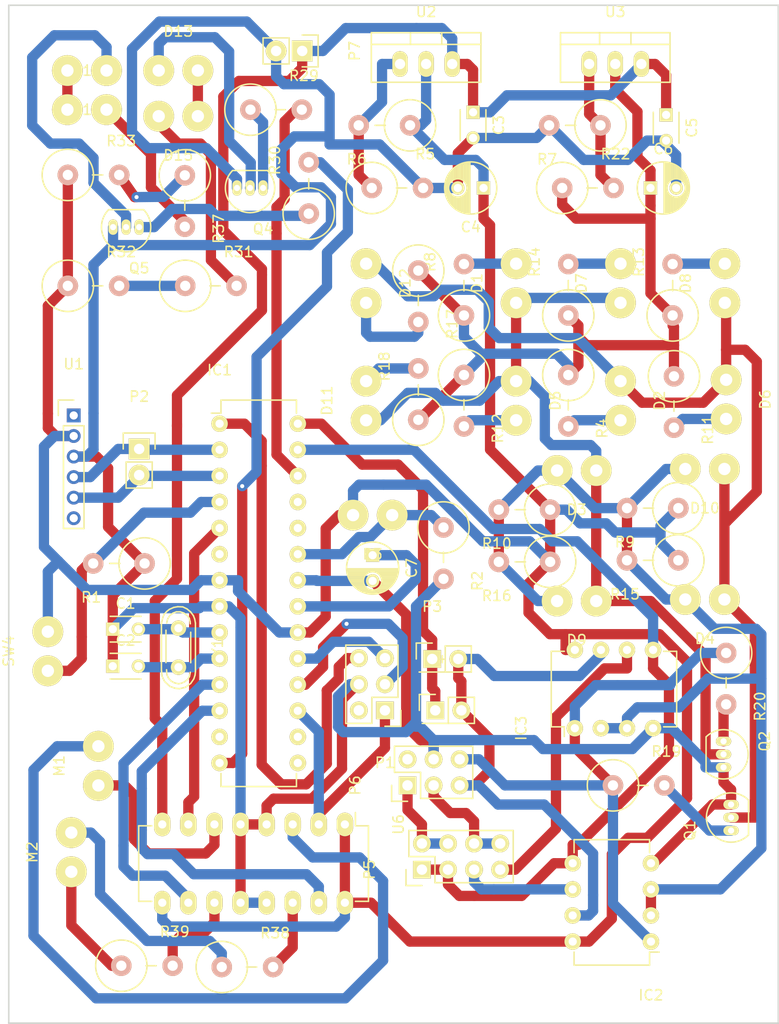
<source format=kicad_pcb>
(kicad_pcb (version 4) (host pcbnew 4.0.2-stable)

  (general
    (links 155)
    (no_connects 1)
    (area 50.945 29.816666 127.075001 129.625001)
    (thickness 1.6)
    (drawings 5)
    (tracks 664)
    (zones 0)
    (modules 74)
    (nets 60)
  )

  (page A4)
  (layers
    (0 F.Cu signal)
    (31 B.Cu signal)
    (32 B.Adhes user)
    (33 F.Adhes user)
    (34 B.Paste user)
    (35 F.Paste user)
    (36 B.SilkS user)
    (37 F.SilkS user)
    (38 B.Mask user)
    (39 F.Mask user)
    (40 Dwgs.User user)
    (41 Cmts.User user)
    (42 Eco1.User user)
    (43 Eco2.User user)
    (44 Edge.Cuts user)
    (45 Margin user)
    (46 B.CrtYd user)
    (47 F.CrtYd user)
    (48 B.Fab user)
    (49 F.Fab user)
  )

  (setup
    (last_trace_width 1)
    (trace_clearance 0.2)
    (zone_clearance 0.508)
    (zone_45_only no)
    (trace_min 0.2)
    (segment_width 0.2)
    (edge_width 0.15)
    (via_size 0.6)
    (via_drill 0.4)
    (via_min_size 0.4)
    (via_min_drill 0.3)
    (uvia_size 0.3)
    (uvia_drill 0.1)
    (uvias_allowed no)
    (uvia_min_size 0.2)
    (uvia_min_drill 0.1)
    (pcb_text_width 0.3)
    (pcb_text_size 1.5 1.5)
    (mod_edge_width 0.15)
    (mod_text_size 1 1)
    (mod_text_width 0.15)
    (pad_size 1.524 1.524)
    (pad_drill 0.762)
    (pad_to_mask_clearance 0.2)
    (aux_axis_origin 0 0)
    (grid_origin 84.2023 64.7061)
    (visible_elements 7FFFFFFF)
    (pcbplotparams
      (layerselection 0x00030_80000001)
      (usegerberextensions false)
      (excludeedgelayer true)
      (linewidth 0.100000)
      (plotframeref false)
      (viasonmask false)
      (mode 1)
      (useauxorigin false)
      (hpglpennumber 1)
      (hpglpenspeed 20)
      (hpglpendiameter 15)
      (hpglpenoverlay 2)
      (psnegative false)
      (psa4output false)
      (plotreference true)
      (plotvalue true)
      (plotinvisibletext false)
      (padsonsilk false)
      (subtractmaskfromsilk false)
      (outputformat 1)
      (mirror false)
      (drillshape 1)
      (scaleselection 1)
      (outputdirectory ""))
  )

  (net 0 "")
  (net 1 GND)
  (net 2 "Net-(C1-Pad2)")
  (net 3 "Net-(C2-Pad2)")
  (net 4 /IR/5V)
  (net 5 /IR/3V)
  (net 6 "Net-(D1-Pad1)")
  (net 7 "Net-(D10-Pad1)")
  (net 8 "Net-(D13-Pad1)")
  (net 9 "Net-(D14-Pad1)")
  (net 10 "Net-(D13-Pad2)")
  (net 11 "Net-(D14-Pad2)")
  (net 12 "Net-(IC2-Pad1)")
  (net 13 /IR/Signal)
  (net 14 /IR/SDA)
  (net 15 "Net-(IC2-Pad6)")
  (net 16 /IR/SCL)
  (net 17 "Net-(IC3-Pad6)")
  (net 18 "Net-(M1-Pad1)")
  (net 19 "Net-(M2-Pad1)")
  (net 20 /Motor/Forw.)
  (net 21 "Net-(IC1-Pad18)")
  (net 22 "Net-(IC1-Pad19)")
  (net 23 "Net-(IC1-Pad1)")
  (net 24 "Net-(Q2-Pad1)")
  (net 25 "Net-(Q4-Pad1)")
  (net 26 "Net-(Q5-Pad1)")
  (net 27 "Net-(IC1-Pad4)")
  (net 28 "Net-(IC1-Pad23)")
  (net 29 "Net-(R5-Pad1)")
  (net 30 "Net-(R22-Pad2)")
  (net 31 "Net-(D1-Pad2)")
  (net 32 "Net-(D2-Pad2)")
  (net 33 "Net-(D5-Pad2)")
  (net 34 "Net-(D6-Pad2)")
  (net 35 "Net-(D7-Pad2)")
  (net 36 "Net-(D8-Pad2)")
  (net 37 "Net-(D11-Pad2)")
  (net 38 "Net-(D12-Pad2)")
  (net 39 /lights/Headlight)
  (net 40 /lights/Brake)
  (net 41 "Net-(R31-Pad1)")
  (net 42 "Net-(D15-Pad2)")
  (net 43 "Net-(R33-Pad2)")
  (net 44 "Net-(D16-Pad2)")
  (net 45 /Motor/Styrning)
  (net 46 "Net-(R38-Pad2)")
  (net 47 "Net-(R39-Pad2)")
  (net 48 /Motor/Vroom)
  (net 49 /Motor/Backw.)
  (net 50 /Motor/Left)
  (net 51 /Motor/Right)
  (net 52 "Net-(IC1-Pad2)")
  (net 53 "Net-(IC1-Pad3)")
  (net 54 "Net-(IC2-Pad7)")
  (net 55 "Net-(P5-Pad2)")
  (net 56 "Net-(P5-Pad6)")
  (net 57 "Net-(Q1-Pad1)")
  (net 58 /Motor/9V)
  (net 59 "Net-(C7-Pad1)")

  (net_class Default "This is the default net class."
    (clearance 0.2)
    (trace_width 1)
    (via_dia 0.6)
    (via_drill 0.4)
    (uvia_dia 0.3)
    (uvia_drill 0.1)
    (add_net /IR/3V)
    (add_net /IR/5V)
    (add_net /IR/SCL)
    (add_net /IR/SDA)
    (add_net /IR/Signal)
    (add_net /Motor/9V)
    (add_net /Motor/Backw.)
    (add_net /Motor/Forw.)
    (add_net /Motor/Left)
    (add_net /Motor/Right)
    (add_net /Motor/Styrning)
    (add_net /Motor/Vroom)
    (add_net /lights/Brake)
    (add_net /lights/Headlight)
    (add_net GND)
    (add_net "Net-(C1-Pad2)")
    (add_net "Net-(C2-Pad2)")
    (add_net "Net-(C7-Pad1)")
    (add_net "Net-(D1-Pad1)")
    (add_net "Net-(D1-Pad2)")
    (add_net "Net-(D10-Pad1)")
    (add_net "Net-(D11-Pad2)")
    (add_net "Net-(D12-Pad2)")
    (add_net "Net-(D13-Pad1)")
    (add_net "Net-(D13-Pad2)")
    (add_net "Net-(D14-Pad1)")
    (add_net "Net-(D14-Pad2)")
    (add_net "Net-(D15-Pad2)")
    (add_net "Net-(D16-Pad2)")
    (add_net "Net-(D2-Pad2)")
    (add_net "Net-(D5-Pad2)")
    (add_net "Net-(D6-Pad2)")
    (add_net "Net-(D7-Pad2)")
    (add_net "Net-(D8-Pad2)")
    (add_net "Net-(IC1-Pad1)")
    (add_net "Net-(IC1-Pad18)")
    (add_net "Net-(IC1-Pad19)")
    (add_net "Net-(IC1-Pad2)")
    (add_net "Net-(IC1-Pad23)")
    (add_net "Net-(IC1-Pad3)")
    (add_net "Net-(IC1-Pad4)")
    (add_net "Net-(IC2-Pad1)")
    (add_net "Net-(IC2-Pad6)")
    (add_net "Net-(IC2-Pad7)")
    (add_net "Net-(IC3-Pad6)")
    (add_net "Net-(M1-Pad1)")
    (add_net "Net-(M2-Pad1)")
    (add_net "Net-(P5-Pad2)")
    (add_net "Net-(P5-Pad6)")
    (add_net "Net-(Q1-Pad1)")
    (add_net "Net-(Q2-Pad1)")
    (add_net "Net-(Q4-Pad1)")
    (add_net "Net-(Q5-Pad1)")
    (add_net "Net-(R22-Pad2)")
    (add_net "Net-(R31-Pad1)")
    (add_net "Net-(R33-Pad2)")
    (add_net "Net-(R38-Pad2)")
    (add_net "Net-(R39-Pad2)")
    (add_net "Net-(R5-Pad1)")
  )

  (net_class Test ""
    (clearance 0.2)
    (trace_width 1)
    (via_dia 1)
    (via_drill 0.8)
    (uvia_dia 0.3)
    (uvia_drill 0.1)
  )

  (module Resistors_ThroughHole:Resistor_Vertical_RM5mm placed (layer F.Cu) (tedit 0) (tstamp 57338642)
    (at 88.646 42.164 180)
    (descr "Resistor, Vertical, RM 5mm, 1/3W,")
    (tags "Resistor, Vertical, RM 5mm, 1/3W,")
    (path /57160B94/57161132)
    (fp_text reference R6 (at 2.70002 -3.29946 180) (layer F.SilkS)
      (effects (font (size 1 1) (thickness 0.15)))
    )
    (fp_text value 330 (at 0 4.50088 180) (layer F.Fab)
      (effects (font (size 1 1) (thickness 0.15)))
    )
    (fp_line (start -0.09906 0) (end 0.9017 0) (layer F.SilkS) (width 0.15))
    (fp_circle (center -2.49936 0) (end 0 0) (layer F.SilkS) (width 0.15))
    (pad 1 thru_hole circle (at -2.49936 0 180) (size 1.99898 1.99898) (drill 1.00076) (layers *.Cu *.SilkS *.Mask)
      (net 4 /IR/5V))
    (pad 2 thru_hole circle (at 2.5019 0 180) (size 1.99898 1.99898) (drill 1.00076) (layers *.Cu *.SilkS *.Mask)
      (net 29 "Net-(R5-Pad1)"))
  )

  (module Capacitors_ThroughHole:C_Disc_D3_P2.5 placed (layer F.Cu) (tedit 0) (tstamp 57338532)
    (at 62.2 91.2)
    (descr "Capacitor 3mm Disc, Pitch 2.5mm")
    (tags Capacitor)
    (path /5733CE6C)
    (fp_text reference C1 (at 1.25 -2.5) (layer F.SilkS)
      (effects (font (size 1 1) (thickness 0.15)))
    )
    (fp_text value 22pF (at 1.25 2.5) (layer F.Fab)
      (effects (font (size 1 1) (thickness 0.15)))
    )
    (fp_line (start -0.9 -1.5) (end 3.4 -1.5) (layer F.CrtYd) (width 0.05))
    (fp_line (start 3.4 -1.5) (end 3.4 1.5) (layer F.CrtYd) (width 0.05))
    (fp_line (start 3.4 1.5) (end -0.9 1.5) (layer F.CrtYd) (width 0.05))
    (fp_line (start -0.9 1.5) (end -0.9 -1.5) (layer F.CrtYd) (width 0.05))
    (fp_line (start -0.25 -1.25) (end 2.75 -1.25) (layer F.SilkS) (width 0.15))
    (fp_line (start 2.75 1.25) (end -0.25 1.25) (layer F.SilkS) (width 0.15))
    (pad 1 thru_hole rect (at 0 0) (size 1.3 1.3) (drill 0.8) (layers *.Cu *.Mask F.SilkS)
      (net 1 GND))
    (pad 2 thru_hole circle (at 2.5 0) (size 1.3 1.3) (drill 0.8001) (layers *.Cu *.Mask F.SilkS)
      (net 2 "Net-(C1-Pad2)"))
    (model Capacitors_ThroughHole.3dshapes/C_Disc_D3_P2.5.wrl
      (at (xyz 0.0492126 0 0))
      (scale (xyz 1 1 1))
      (rotate (xyz 0 0 0))
    )
  )

  (module Capacitors_ThroughHole:C_Disc_D3_P2.5 placed (layer F.Cu) (tedit 0) (tstamp 57338538)
    (at 62.2 94.8)
    (descr "Capacitor 3mm Disc, Pitch 2.5mm")
    (tags Capacitor)
    (path /5733D154)
    (fp_text reference C2 (at 1.25 -2.5) (layer F.SilkS)
      (effects (font (size 1 1) (thickness 0.15)))
    )
    (fp_text value 22pF (at 1.25 2.5) (layer F.Fab)
      (effects (font (size 1 1) (thickness 0.15)))
    )
    (fp_line (start -0.9 -1.5) (end 3.4 -1.5) (layer F.CrtYd) (width 0.05))
    (fp_line (start 3.4 -1.5) (end 3.4 1.5) (layer F.CrtYd) (width 0.05))
    (fp_line (start 3.4 1.5) (end -0.9 1.5) (layer F.CrtYd) (width 0.05))
    (fp_line (start -0.9 1.5) (end -0.9 -1.5) (layer F.CrtYd) (width 0.05))
    (fp_line (start -0.25 -1.25) (end 2.75 -1.25) (layer F.SilkS) (width 0.15))
    (fp_line (start 2.75 1.25) (end -0.25 1.25) (layer F.SilkS) (width 0.15))
    (pad 1 thru_hole rect (at 0 0) (size 1.3 1.3) (drill 0.8) (layers *.Cu *.Mask F.SilkS)
      (net 1 GND))
    (pad 2 thru_hole circle (at 2.5 0) (size 1.3 1.3) (drill 0.8001) (layers *.Cu *.Mask F.SilkS)
      (net 3 "Net-(C2-Pad2)"))
    (model Capacitors_ThroughHole.3dshapes/C_Disc_D3_P2.5.wrl
      (at (xyz 0.0492126 0 0))
      (scale (xyz 1 1 1))
      (rotate (xyz 0 0 0))
    )
  )

  (module Capacitors_ThroughHole:C_Disc_D3_P2.5 placed (layer F.Cu) (tedit 0) (tstamp 5733853E)
    (at 97.282 40.894 270)
    (descr "Capacitor 3mm Disc, Pitch 2.5mm")
    (tags Capacitor)
    (path /57160B94/571BBB0A)
    (fp_text reference C3 (at 1.25 -2.5 270) (layer F.SilkS)
      (effects (font (size 1 1) (thickness 0.15)))
    )
    (fp_text value 0.1uF (at 1.25 2.5 270) (layer F.Fab)
      (effects (font (size 1 1) (thickness 0.15)))
    )
    (fp_line (start -0.9 -1.5) (end 3.4 -1.5) (layer F.CrtYd) (width 0.05))
    (fp_line (start 3.4 -1.5) (end 3.4 1.5) (layer F.CrtYd) (width 0.05))
    (fp_line (start 3.4 1.5) (end -0.9 1.5) (layer F.CrtYd) (width 0.05))
    (fp_line (start -0.9 1.5) (end -0.9 -1.5) (layer F.CrtYd) (width 0.05))
    (fp_line (start -0.25 -1.25) (end 2.75 -1.25) (layer F.SilkS) (width 0.15))
    (fp_line (start 2.75 1.25) (end -0.25 1.25) (layer F.SilkS) (width 0.15))
    (pad 1 thru_hole rect (at 0 0 270) (size 1.3 1.3) (drill 0.8) (layers *.Cu *.Mask F.SilkS)
      (net 58 /Motor/9V))
    (pad 2 thru_hole circle (at 2.5 0 270) (size 1.3 1.3) (drill 0.8001) (layers *.Cu *.Mask F.SilkS)
      (net 1 GND))
    (model Capacitors_ThroughHole.3dshapes/C_Disc_D3_P2.5.wrl
      (at (xyz 0.0492126 0 0))
      (scale (xyz 1 1 1))
      (rotate (xyz 0 0 0))
    )
  )

  (module Capacitors_ThroughHole:C_Disc_D3_P2.5 placed (layer F.Cu) (tedit 0) (tstamp 5733854A)
    (at 116.078 41.148 270)
    (descr "Capacitor 3mm Disc, Pitch 2.5mm")
    (tags Capacitor)
    (path /57160B94/571BBC58)
    (fp_text reference C5 (at 1.25 -2.5 270) (layer F.SilkS)
      (effects (font (size 1 1) (thickness 0.15)))
    )
    (fp_text value 0.1uF (at 1.25 2.5 270) (layer F.Fab)
      (effects (font (size 1 1) (thickness 0.15)))
    )
    (fp_line (start -0.9 -1.5) (end 3.4 -1.5) (layer F.CrtYd) (width 0.05))
    (fp_line (start 3.4 -1.5) (end 3.4 1.5) (layer F.CrtYd) (width 0.05))
    (fp_line (start 3.4 1.5) (end -0.9 1.5) (layer F.CrtYd) (width 0.05))
    (fp_line (start -0.9 1.5) (end -0.9 -1.5) (layer F.CrtYd) (width 0.05))
    (fp_line (start -0.25 -1.25) (end 2.75 -1.25) (layer F.SilkS) (width 0.15))
    (fp_line (start 2.75 1.25) (end -0.25 1.25) (layer F.SilkS) (width 0.15))
    (pad 1 thru_hole rect (at 0 0 270) (size 1.3 1.3) (drill 0.8) (layers *.Cu *.Mask F.SilkS)
      (net 58 /Motor/9V))
    (pad 2 thru_hole circle (at 2.5 0 270) (size 1.3 1.3) (drill 0.8001) (layers *.Cu *.Mask F.SilkS)
      (net 1 GND))
    (model Capacitors_ThroughHole.3dshapes/C_Disc_D3_P2.5.wrl
      (at (xyz 0.0492126 0 0))
      (scale (xyz 1 1 1))
      (rotate (xyz 0 0 0))
    )
  )

  (module Housings_DIP:DIP-8_W7.62mm placed (layer F.Cu) (tedit 54130A77) (tstamp 573385C6)
    (at 114.6 121.6 180)
    (descr "8-lead dip package, row spacing 7.62 mm (300 mils)")
    (tags "dil dip 2.54 300")
    (path /571635B2/57175B9E)
    (fp_text reference IC2 (at 0 -5.22 180) (layer F.SilkS)
      (effects (font (size 1 1) (thickness 0.15)))
    )
    (fp_text value ATTINY85-P (at 0 -3.72 180) (layer F.Fab)
      (effects (font (size 1 1) (thickness 0.15)))
    )
    (fp_line (start -1.05 -2.45) (end -1.05 10.1) (layer F.CrtYd) (width 0.05))
    (fp_line (start 8.65 -2.45) (end 8.65 10.1) (layer F.CrtYd) (width 0.05))
    (fp_line (start -1.05 -2.45) (end 8.65 -2.45) (layer F.CrtYd) (width 0.05))
    (fp_line (start -1.05 10.1) (end 8.65 10.1) (layer F.CrtYd) (width 0.05))
    (fp_line (start 0.135 -2.295) (end 0.135 -1.025) (layer F.SilkS) (width 0.15))
    (fp_line (start 7.485 -2.295) (end 7.485 -1.025) (layer F.SilkS) (width 0.15))
    (fp_line (start 7.485 9.915) (end 7.485 8.645) (layer F.SilkS) (width 0.15))
    (fp_line (start 0.135 9.915) (end 0.135 8.645) (layer F.SilkS) (width 0.15))
    (fp_line (start 0.135 -2.295) (end 7.485 -2.295) (layer F.SilkS) (width 0.15))
    (fp_line (start 0.135 9.915) (end 7.485 9.915) (layer F.SilkS) (width 0.15))
    (fp_line (start 0.135 -1.025) (end -0.8 -1.025) (layer F.SilkS) (width 0.15))
    (pad 1 thru_hole oval (at 0 0 180) (size 1.6 1.6) (drill 0.8) (layers *.Cu *.Mask F.SilkS)
      (net 12 "Net-(IC2-Pad1)"))
    (pad 2 thru_hole oval (at 0 2.54 180) (size 1.6 1.6) (drill 0.8) (layers *.Cu *.Mask F.SilkS)
      (net 13 /IR/Signal))
    (pad 3 thru_hole oval (at 0 5.08 180) (size 1.6 1.6) (drill 0.8) (layers *.Cu *.Mask F.SilkS)
      (net 13 /IR/Signal))
    (pad 4 thru_hole oval (at 0 7.62 180) (size 1.6 1.6) (drill 0.8) (layers *.Cu *.Mask F.SilkS)
      (net 1 GND))
    (pad 5 thru_hole oval (at 7.62 7.62 180) (size 1.6 1.6) (drill 0.8) (layers *.Cu *.Mask F.SilkS)
      (net 14 /IR/SDA))
    (pad 6 thru_hole oval (at 7.62 5.08 180) (size 1.6 1.6) (drill 0.8) (layers *.Cu *.Mask F.SilkS)
      (net 15 "Net-(IC2-Pad6)"))
    (pad 7 thru_hole oval (at 7.62 2.54 180) (size 1.6 1.6) (drill 0.8) (layers *.Cu *.Mask F.SilkS)
      (net 54 "Net-(IC2-Pad7)"))
    (pad 8 thru_hole oval (at 7.62 0 180) (size 1.6 1.6) (drill 0.8) (layers *.Cu *.Mask F.SilkS)
      (net 4 /IR/5V))
    (model Housings_DIP.3dshapes/DIP-8_W7.62mm.wrl
      (at (xyz 0 0 0))
      (scale (xyz 1 1 1))
      (rotate (xyz 0 0 0))
    )
  )

  (module Housings_DIP:DIP-8_W7.62mm placed (layer F.Cu) (tedit 54130A77) (tstamp 573385D2)
    (at 107.188 100.838 90)
    (descr "8-lead dip package, row spacing 7.62 mm (300 mils)")
    (tags "dil dip 2.54 300")
    (path /571635B2/5735BACE)
    (fp_text reference IC3 (at 0 -5.22 90) (layer F.SilkS)
      (effects (font (size 1 1) (thickness 0.15)))
    )
    (fp_text value ATTINY85-P (at 0 -3.72 90) (layer F.Fab)
      (effects (font (size 1 1) (thickness 0.15)))
    )
    (fp_line (start -1.05 -2.45) (end -1.05 10.1) (layer F.CrtYd) (width 0.05))
    (fp_line (start 8.65 -2.45) (end 8.65 10.1) (layer F.CrtYd) (width 0.05))
    (fp_line (start -1.05 -2.45) (end 8.65 -2.45) (layer F.CrtYd) (width 0.05))
    (fp_line (start -1.05 10.1) (end 8.65 10.1) (layer F.CrtYd) (width 0.05))
    (fp_line (start 0.135 -2.295) (end 0.135 -1.025) (layer F.SilkS) (width 0.15))
    (fp_line (start 7.485 -2.295) (end 7.485 -1.025) (layer F.SilkS) (width 0.15))
    (fp_line (start 7.485 9.915) (end 7.485 8.645) (layer F.SilkS) (width 0.15))
    (fp_line (start 0.135 9.915) (end 0.135 8.645) (layer F.SilkS) (width 0.15))
    (fp_line (start 0.135 -2.295) (end 7.485 -2.295) (layer F.SilkS) (width 0.15))
    (fp_line (start 0.135 9.915) (end 7.485 9.915) (layer F.SilkS) (width 0.15))
    (fp_line (start 0.135 -1.025) (end -0.8 -1.025) (layer F.SilkS) (width 0.15))
    (pad 1 thru_hole oval (at 0 0 90) (size 1.6 1.6) (drill 0.8) (layers *.Cu *.Mask F.SilkS)
      (net 12 "Net-(IC2-Pad1)"))
    (pad 2 thru_hole oval (at 0 2.54 90) (size 1.6 1.6) (drill 0.8) (layers *.Cu *.Mask F.SilkS)
      (net 13 /IR/Signal))
    (pad 3 thru_hole oval (at 0 5.08 90) (size 1.6 1.6) (drill 0.8) (layers *.Cu *.Mask F.SilkS)
      (net 13 /IR/Signal))
    (pad 4 thru_hole oval (at 0 7.62 90) (size 1.6 1.6) (drill 0.8) (layers *.Cu *.Mask F.SilkS)
      (net 1 GND))
    (pad 5 thru_hole oval (at 7.62 7.62 90) (size 1.6 1.6) (drill 0.8) (layers *.Cu *.Mask F.SilkS)
      (net 14 /IR/SDA))
    (pad 6 thru_hole oval (at 7.62 5.08 90) (size 1.6 1.6) (drill 0.8) (layers *.Cu *.Mask F.SilkS)
      (net 17 "Net-(IC3-Pad6)"))
    (pad 7 thru_hole oval (at 7.62 2.54 90) (size 1.6 1.6) (drill 0.8) (layers *.Cu *.Mask F.SilkS)
      (net 54 "Net-(IC2-Pad7)"))
    (pad 8 thru_hole oval (at 7.62 0 90) (size 1.6 1.6) (drill 0.8) (layers *.Cu *.Mask F.SilkS)
      (net 4 /IR/5V))
    (model Housings_DIP.3dshapes/DIP-8_W7.62mm.wrl
      (at (xyz 0 0 0))
      (scale (xyz 1 1 1))
      (rotate (xyz 0 0 0))
    )
  )

  (module Resistors_ThroughHole:Resistor_Vertical_RM5mm placed (layer F.Cu) (tedit 0) (tstamp 5733862A)
    (at 62.8 84.8 180)
    (descr "Resistor, Vertical, RM 5mm, 1/3W,")
    (tags "Resistor, Vertical, RM 5mm, 1/3W,")
    (path /573423F7)
    (fp_text reference R1 (at 2.70002 -3.29946 180) (layer F.SilkS)
      (effects (font (size 1 1) (thickness 0.15)))
    )
    (fp_text value 1k (at 0 4.50088 180) (layer F.Fab)
      (effects (font (size 1 1) (thickness 0.15)))
    )
    (fp_line (start -0.09906 0) (end 0.9017 0) (layer F.SilkS) (width 0.15))
    (fp_circle (center -2.49936 0) (end 0 0) (layer F.SilkS) (width 0.15))
    (pad 1 thru_hole circle (at -2.49936 0 180) (size 1.99898 1.99898) (drill 1.00076) (layers *.Cu *.SilkS *.Mask)
      (net 1 GND))
    (pad 2 thru_hole circle (at 2.5019 0 180) (size 1.99898 1.99898) (drill 1.00076) (layers *.Cu *.SilkS *.Mask)
      (net 27 "Net-(IC1-Pad4)"))
  )

  (module Resistors_ThroughHole:Resistor_Vertical_RM5mm placed (layer F.Cu) (tedit 0) (tstamp 57338630)
    (at 94.4 83.8 270)
    (descr "Resistor, Vertical, RM 5mm, 1/3W,")
    (tags "Resistor, Vertical, RM 5mm, 1/3W,")
    (path /5716E4CF)
    (fp_text reference R2 (at 2.70002 -3.29946 270) (layer F.SilkS)
      (effects (font (size 1 1) (thickness 0.15)))
    )
    (fp_text value 10k (at 0 4.50088 270) (layer F.Fab)
      (effects (font (size 1 1) (thickness 0.15)))
    )
    (fp_line (start -0.09906 0) (end 0.9017 0) (layer F.SilkS) (width 0.15))
    (fp_circle (center -2.49936 0) (end 0 0) (layer F.SilkS) (width 0.15))
    (pad 1 thru_hole circle (at -2.49936 0 270) (size 1.99898 1.99898) (drill 1.00076) (layers *.Cu *.SilkS *.Mask)
      (net 28 "Net-(IC1-Pad23)"))
    (pad 2 thru_hole circle (at 2.5019 0 270) (size 1.99898 1.99898) (drill 1.00076) (layers *.Cu *.SilkS *.Mask)
      (net 1 GND))
  )

  (module Resistors_ThroughHole:Resistor_Vertical_RM5mm placed (layer F.Cu) (tedit 0) (tstamp 5733863C)
    (at 89.916 48.26)
    (descr "Resistor, Vertical, RM 5mm, 1/3W,")
    (tags "Resistor, Vertical, RM 5mm, 1/3W,")
    (path /57160B94/5716119D)
    (fp_text reference R5 (at 2.70002 -3.29946) (layer F.SilkS)
      (effects (font (size 1 1) (thickness 0.15)))
    )
    (fp_text value 1K (at 0 4.50088) (layer F.Fab)
      (effects (font (size 1 1) (thickness 0.15)))
    )
    (fp_line (start -0.09906 0) (end 0.9017 0) (layer F.SilkS) (width 0.15))
    (fp_circle (center -2.49936 0) (end 0 0) (layer F.SilkS) (width 0.15))
    (pad 1 thru_hole circle (at -2.49936 0) (size 1.99898 1.99898) (drill 1.00076) (layers *.Cu *.SilkS *.Mask)
      (net 29 "Net-(R5-Pad1)"))
    (pad 2 thru_hole circle (at 2.5019 0) (size 1.99898 1.99898) (drill 1.00076) (layers *.Cu *.SilkS *.Mask)
      (net 1 GND))
  )

  (module Resistors_ThroughHole:Resistor_Vertical_RM5mm placed (layer F.Cu) (tedit 0) (tstamp 57338648)
    (at 107.188 42.164 180)
    (descr "Resistor, Vertical, RM 5mm, 1/3W,")
    (tags "Resistor, Vertical, RM 5mm, 1/3W,")
    (path /57160B94/571810C0)
    (fp_text reference R7 (at 2.70002 -3.29946 180) (layer F.SilkS)
      (effects (font (size 1 1) (thickness 0.15)))
    )
    (fp_text value 470 (at 0 4.50088 180) (layer F.Fab)
      (effects (font (size 1 1) (thickness 0.15)))
    )
    (fp_line (start -0.09906 0) (end 0.9017 0) (layer F.SilkS) (width 0.15))
    (fp_circle (center -2.49936 0) (end 0 0) (layer F.SilkS) (width 0.15))
    (pad 1 thru_hole circle (at -2.49936 0 180) (size 1.99898 1.99898) (drill 1.00076) (layers *.Cu *.SilkS *.Mask)
      (net 30 "Net-(R22-Pad2)"))
    (pad 2 thru_hole circle (at 2.5019 0 180) (size 1.99898 1.99898) (drill 1.00076) (layers *.Cu *.SilkS *.Mask)
      (net 1 GND))
  )

  (module Resistors_ThroughHole:Resistor_Vertical_RM5mm placed (layer F.Cu) (tedit 0) (tstamp 5733864E)
    (at 96.393 58.166 90)
    (descr "Resistor, Vertical, RM 5mm, 1/3W,")
    (tags "Resistor, Vertical, RM 5mm, 1/3W,")
    (path /571635B2/57175C32)
    (fp_text reference R8 (at 2.70002 -3.29946 90) (layer F.SilkS)
      (effects (font (size 1 1) (thickness 0.15)))
    )
    (fp_text value 22 (at 0 4.50088 90) (layer F.Fab)
      (effects (font (size 1 1) (thickness 0.15)))
    )
    (fp_line (start -0.09906 0) (end 0.9017 0) (layer F.SilkS) (width 0.15))
    (fp_circle (center -2.49936 0) (end 0 0) (layer F.SilkS) (width 0.15))
    (pad 1 thru_hole circle (at -2.49936 0 90) (size 1.99898 1.99898) (drill 1.00076) (layers *.Cu *.SilkS *.Mask)
      (net 5 /IR/3V))
    (pad 2 thru_hole circle (at 2.5019 0 90) (size 1.99898 1.99898) (drill 1.00076) (layers *.Cu *.SilkS *.Mask)
      (net 31 "Net-(D1-Pad2)"))
  )

  (module Resistors_ThroughHole:Resistor_Vertical_RM5mm placed (layer F.Cu) (tedit 0) (tstamp 57338654)
    (at 114.767 79.419 180)
    (descr "Resistor, Vertical, RM 5mm, 1/3W,")
    (tags "Resistor, Vertical, RM 5mm, 1/3W,")
    (path /571635B2/5735BB12)
    (fp_text reference R9 (at 2.70002 -3.29946 180) (layer F.SilkS)
      (effects (font (size 1 1) (thickness 0.15)))
    )
    (fp_text value 100 (at 0 4.50088 180) (layer F.Fab)
      (effects (font (size 1 1) (thickness 0.15)))
    )
    (fp_line (start -0.09906 0) (end 0.9017 0) (layer F.SilkS) (width 0.15))
    (fp_circle (center -2.49936 0) (end 0 0) (layer F.SilkS) (width 0.15))
    (pad 1 thru_hole circle (at -2.49936 0 180) (size 1.99898 1.99898) (drill 1.00076) (layers *.Cu *.SilkS *.Mask)
      (net 4 /IR/5V))
    (pad 2 thru_hole circle (at 2.5019 0 180) (size 1.99898 1.99898) (drill 1.00076) (layers *.Cu *.SilkS *.Mask)
      (net 13 /IR/Signal))
  )

  (module Resistors_ThroughHole:Resistor_Vertical_RM5mm placed (layer F.Cu) (tedit 0) (tstamp 5733865A)
    (at 102.287 79.569 180)
    (descr "Resistor, Vertical, RM 5mm, 1/3W,")
    (tags "Resistor, Vertical, RM 5mm, 1/3W,")
    (path /571635B2/57175C0B)
    (fp_text reference R10 (at 2.70002 -3.29946 180) (layer F.SilkS)
      (effects (font (size 1 1) (thickness 0.15)))
    )
    (fp_text value 100 (at 0 4.50088 180) (layer F.Fab)
      (effects (font (size 1 1) (thickness 0.15)))
    )
    (fp_line (start -0.09906 0) (end 0.9017 0) (layer F.SilkS) (width 0.15))
    (fp_circle (center -2.49936 0) (end 0 0) (layer F.SilkS) (width 0.15))
    (pad 1 thru_hole circle (at -2.49936 0 180) (size 1.99898 1.99898) (drill 1.00076) (layers *.Cu *.SilkS *.Mask)
      (net 4 /IR/5V))
    (pad 2 thru_hole circle (at 2.5019 0 180) (size 1.99898 1.99898) (drill 1.00076) (layers *.Cu *.SilkS *.Mask)
      (net 13 /IR/Signal))
  )

  (module Resistors_ThroughHole:Resistor_Vertical_RM5mm placed (layer F.Cu) (tedit 0) (tstamp 57338660)
    (at 116.84 69.088 270)
    (descr "Resistor, Vertical, RM 5mm, 1/3W,")
    (tags "Resistor, Vertical, RM 5mm, 1/3W,")
    (path /571635B2/5735BB2A)
    (fp_text reference R11 (at 2.70002 -3.29946 270) (layer F.SilkS)
      (effects (font (size 1 1) (thickness 0.15)))
    )
    (fp_text value 22 (at 0 4.50088 270) (layer F.Fab)
      (effects (font (size 1 1) (thickness 0.15)))
    )
    (fp_line (start -0.09906 0) (end 0.9017 0) (layer F.SilkS) (width 0.15))
    (fp_circle (center -2.49936 0) (end 0 0) (layer F.SilkS) (width 0.15))
    (pad 1 thru_hole circle (at -2.49936 0 270) (size 1.99898 1.99898) (drill 1.00076) (layers *.Cu *.SilkS *.Mask)
      (net 5 /IR/3V))
    (pad 2 thru_hole circle (at 2.5019 0 270) (size 1.99898 1.99898) (drill 1.00076) (layers *.Cu *.SilkS *.Mask)
      (net 34 "Net-(D6-Pad2)"))
  )

  (module Resistors_ThroughHole:Resistor_Vertical_RM5mm placed (layer F.Cu) (tedit 0) (tstamp 57338666)
    (at 96.393 68.961 270)
    (descr "Resistor, Vertical, RM 5mm, 1/3W,")
    (tags "Resistor, Vertical, RM 5mm, 1/3W,")
    (path /571635B2/57175C2C)
    (fp_text reference R12 (at 2.70002 -3.29946 270) (layer F.SilkS)
      (effects (font (size 1 1) (thickness 0.15)))
    )
    (fp_text value 22 (at 0 4.50088 270) (layer F.Fab)
      (effects (font (size 1 1) (thickness 0.15)))
    )
    (fp_line (start -0.09906 0) (end 0.9017 0) (layer F.SilkS) (width 0.15))
    (fp_circle (center -2.49936 0) (end 0 0) (layer F.SilkS) (width 0.15))
    (pad 1 thru_hole circle (at -2.49936 0 270) (size 1.99898 1.99898) (drill 1.00076) (layers *.Cu *.SilkS *.Mask)
      (net 5 /IR/3V))
    (pad 2 thru_hole circle (at 2.5019 0 270) (size 1.99898 1.99898) (drill 1.00076) (layers *.Cu *.SilkS *.Mask)
      (net 33 "Net-(D5-Pad2)"))
  )

  (module Resistors_ThroughHole:Resistor_Vertical_RM5mm placed (layer F.Cu) (tedit 0) (tstamp 5733866C)
    (at 116.713 58.166 90)
    (descr "Resistor, Vertical, RM 5mm, 1/3W,")
    (tags "Resistor, Vertical, RM 5mm, 1/3W,")
    (path /571635B2/5735BAF9)
    (fp_text reference R13 (at 2.70002 -3.29946 90) (layer F.SilkS)
      (effects (font (size 1 1) (thickness 0.15)))
    )
    (fp_text value 22 (at 0 4.50088 90) (layer F.Fab)
      (effects (font (size 1 1) (thickness 0.15)))
    )
    (fp_line (start -0.09906 0) (end 0.9017 0) (layer F.SilkS) (width 0.15))
    (fp_circle (center -2.49936 0) (end 0 0) (layer F.SilkS) (width 0.15))
    (pad 1 thru_hole circle (at -2.49936 0 90) (size 1.99898 1.99898) (drill 1.00076) (layers *.Cu *.SilkS *.Mask)
      (net 5 /IR/3V))
    (pad 2 thru_hole circle (at 2.5019 0 90) (size 1.99898 1.99898) (drill 1.00076) (layers *.Cu *.SilkS *.Mask)
      (net 36 "Net-(D8-Pad2)"))
  )

  (module Resistors_ThroughHole:Resistor_Vertical_RM5mm placed (layer F.Cu) (tedit 0) (tstamp 57338672)
    (at 106.553 58.166 90)
    (descr "Resistor, Vertical, RM 5mm, 1/3W,")
    (tags "Resistor, Vertical, RM 5mm, 1/3W,")
    (path /571635B2/57175BE7)
    (fp_text reference R14 (at 2.70002 -3.29946 90) (layer F.SilkS)
      (effects (font (size 1 1) (thickness 0.15)))
    )
    (fp_text value 22 (at 0 4.50088 90) (layer F.Fab)
      (effects (font (size 1 1) (thickness 0.15)))
    )
    (fp_line (start -0.09906 0) (end 0.9017 0) (layer F.SilkS) (width 0.15))
    (fp_circle (center -2.49936 0) (end 0 0) (layer F.SilkS) (width 0.15))
    (pad 1 thru_hole circle (at -2.49936 0 90) (size 1.99898 1.99898) (drill 1.00076) (layers *.Cu *.SilkS *.Mask)
      (net 5 /IR/3V))
    (pad 2 thru_hole circle (at 2.5019 0 90) (size 1.99898 1.99898) (drill 1.00076) (layers *.Cu *.SilkS *.Mask)
      (net 35 "Net-(D7-Pad2)"))
  )

  (module Resistors_ThroughHole:Resistor_Vertical_RM5mm placed (layer F.Cu) (tedit 0) (tstamp 57338678)
    (at 114.767 84.499 180)
    (descr "Resistor, Vertical, RM 5mm, 1/3W,")
    (tags "Resistor, Vertical, RM 5mm, 1/3W,")
    (path /571635B2/5735BAED)
    (fp_text reference R15 (at 2.70002 -3.29946 180) (layer F.SilkS)
      (effects (font (size 1 1) (thickness 0.15)))
    )
    (fp_text value 100 (at 0 4.50088 180) (layer F.Fab)
      (effects (font (size 1 1) (thickness 0.15)))
    )
    (fp_line (start -0.09906 0) (end 0.9017 0) (layer F.SilkS) (width 0.15))
    (fp_circle (center -2.49936 0) (end 0 0) (layer F.SilkS) (width 0.15))
    (pad 1 thru_hole circle (at -2.49936 0 180) (size 1.99898 1.99898) (drill 1.00076) (layers *.Cu *.SilkS *.Mask)
      (net 4 /IR/5V))
    (pad 2 thru_hole circle (at 2.5019 0 180) (size 1.99898 1.99898) (drill 1.00076) (layers *.Cu *.SilkS *.Mask)
      (net 13 /IR/Signal))
  )

  (module Resistors_ThroughHole:Resistor_Vertical_RM5mm placed (layer F.Cu) (tedit 0) (tstamp 5733867E)
    (at 102.287 84.649 180)
    (descr "Resistor, Vertical, RM 5mm, 1/3W,")
    (tags "Resistor, Vertical, RM 5mm, 1/3W,")
    (path /571635B2/57175BC0)
    (fp_text reference R16 (at 2.70002 -3.29946 180) (layer F.SilkS)
      (effects (font (size 1 1) (thickness 0.15)))
    )
    (fp_text value 100 (at 0 4.50088 180) (layer F.Fab)
      (effects (font (size 1 1) (thickness 0.15)))
    )
    (fp_line (start -0.09906 0) (end 0.9017 0) (layer F.SilkS) (width 0.15))
    (fp_circle (center -2.49936 0) (end 0 0) (layer F.SilkS) (width 0.15))
    (pad 1 thru_hole circle (at -2.49936 0 180) (size 1.99898 1.99898) (drill 1.00076) (layers *.Cu *.SilkS *.Mask)
      (net 4 /IR/5V))
    (pad 2 thru_hole circle (at 2.5019 0 180) (size 1.99898 1.99898) (drill 1.00076) (layers *.Cu *.SilkS *.Mask)
      (net 13 /IR/Signal))
  )

  (module Resistors_ThroughHole:Resistor_Vertical_RM5mm placed (layer F.Cu) (tedit 0) (tstamp 57338684)
    (at 91.948 58.801 270)
    (descr "Resistor, Vertical, RM 5mm, 1/3W,")
    (tags "Resistor, Vertical, RM 5mm, 1/3W,")
    (path /571635B2/5735BAF3)
    (fp_text reference R17 (at 2.70002 -3.29946 270) (layer F.SilkS)
      (effects (font (size 1 1) (thickness 0.15)))
    )
    (fp_text value 22 (at 0 4.50088 270) (layer F.Fab)
      (effects (font (size 1 1) (thickness 0.15)))
    )
    (fp_line (start -0.09906 0) (end 0.9017 0) (layer F.SilkS) (width 0.15))
    (fp_circle (center -2.49936 0) (end 0 0) (layer F.SilkS) (width 0.15))
    (pad 1 thru_hole circle (at -2.49936 0 270) (size 1.99898 1.99898) (drill 1.00076) (layers *.Cu *.SilkS *.Mask)
      (net 5 /IR/3V))
    (pad 2 thru_hole circle (at 2.5019 0 270) (size 1.99898 1.99898) (drill 1.00076) (layers *.Cu *.SilkS *.Mask)
      (net 38 "Net-(D12-Pad2)"))
  )

  (module Resistors_ThroughHole:Resistor_Vertical_RM5mm placed (layer F.Cu) (tedit 0) (tstamp 5733868A)
    (at 91.948 68.326 90)
    (descr "Resistor, Vertical, RM 5mm, 1/3W,")
    (tags "Resistor, Vertical, RM 5mm, 1/3W,")
    (path /571635B2/57175BE1)
    (fp_text reference R18 (at 2.70002 -3.29946 90) (layer F.SilkS)
      (effects (font (size 1 1) (thickness 0.15)))
    )
    (fp_text value 22 (at 0 4.50088 90) (layer F.Fab)
      (effects (font (size 1 1) (thickness 0.15)))
    )
    (fp_line (start -0.09906 0) (end 0.9017 0) (layer F.SilkS) (width 0.15))
    (fp_circle (center -2.49936 0) (end 0 0) (layer F.SilkS) (width 0.15))
    (pad 1 thru_hole circle (at -2.49936 0 90) (size 1.99898 1.99898) (drill 1.00076) (layers *.Cu *.SilkS *.Mask)
      (net 5 /IR/3V))
    (pad 2 thru_hole circle (at 2.5019 0 90) (size 1.99898 1.99898) (drill 1.00076) (layers *.Cu *.SilkS *.Mask)
      (net 37 "Net-(D11-Pad2)"))
  )

  (module Resistors_ThroughHole:Resistor_Vertical_RM5mm placed (layer F.Cu) (tedit 0) (tstamp 57338690)
    (at 113.4 106.4)
    (descr "Resistor, Vertical, RM 5mm, 1/3W,")
    (tags "Resistor, Vertical, RM 5mm, 1/3W,")
    (path /571635B2/5735BB24)
    (fp_text reference R19 (at 2.70002 -3.29946) (layer F.SilkS)
      (effects (font (size 1 1) (thickness 0.15)))
    )
    (fp_text value 1K (at 0 4.50088) (layer F.Fab)
      (effects (font (size 1 1) (thickness 0.15)))
    )
    (fp_line (start -0.09906 0) (end 0.9017 0) (layer F.SilkS) (width 0.15))
    (fp_circle (center -2.49936 0) (end 0 0) (layer F.SilkS) (width 0.15))
    (pad 1 thru_hole circle (at -2.49936 0) (size 1.99898 1.99898) (drill 1.00076) (layers *.Cu *.SilkS *.Mask)
      (net 12 "Net-(IC2-Pad1)"))
    (pad 2 thru_hole circle (at 2.5019 0) (size 1.99898 1.99898) (drill 1.00076) (layers *.Cu *.SilkS *.Mask)
      (net 57 "Net-(Q1-Pad1)"))
  )

  (module Resistors_ThroughHole:Resistor_Vertical_RM5mm placed (layer F.Cu) (tedit 0) (tstamp 57338696)
    (at 121.92 96.012 270)
    (descr "Resistor, Vertical, RM 5mm, 1/3W,")
    (tags "Resistor, Vertical, RM 5mm, 1/3W,")
    (path /571635B2/57175C25)
    (fp_text reference R20 (at 2.70002 -3.29946 270) (layer F.SilkS)
      (effects (font (size 1 1) (thickness 0.15)))
    )
    (fp_text value 1K (at 0 4.50088 270) (layer F.Fab)
      (effects (font (size 1 1) (thickness 0.15)))
    )
    (fp_line (start -0.09906 0) (end 0.9017 0) (layer F.SilkS) (width 0.15))
    (fp_circle (center -2.49936 0) (end 0 0) (layer F.SilkS) (width 0.15))
    (pad 1 thru_hole circle (at -2.49936 0 270) (size 1.99898 1.99898) (drill 1.00076) (layers *.Cu *.SilkS *.Mask)
      (net 12 "Net-(IC2-Pad1)"))
    (pad 2 thru_hole circle (at 2.5019 0 270) (size 1.99898 1.99898) (drill 1.00076) (layers *.Cu *.SilkS *.Mask)
      (net 24 "Net-(Q2-Pad1)"))
  )

  (module Resistors_ThroughHole:Resistor_Vertical_RM5mm placed (layer F.Cu) (tedit 0) (tstamp 573386A2)
    (at 108.458 48.26)
    (descr "Resistor, Vertical, RM 5mm, 1/3W,")
    (tags "Resistor, Vertical, RM 5mm, 1/3W,")
    (path /57160B94/571810BA)
    (fp_text reference R22 (at 2.70002 -3.29946) (layer F.SilkS)
      (effects (font (size 1 1) (thickness 0.15)))
    )
    (fp_text value 330 (at 0 4.50088) (layer F.Fab)
      (effects (font (size 1 1) (thickness 0.15)))
    )
    (fp_line (start -0.09906 0) (end 0.9017 0) (layer F.SilkS) (width 0.15))
    (fp_circle (center -2.49936 0) (end 0 0) (layer F.SilkS) (width 0.15))
    (pad 1 thru_hole circle (at -2.49936 0) (size 1.99898 1.99898) (drill 1.00076) (layers *.Cu *.SilkS *.Mask)
      (net 5 /IR/3V))
    (pad 2 thru_hole circle (at 2.5019 0) (size 1.99898 1.99898) (drill 1.00076) (layers *.Cu *.SilkS *.Mask)
      (net 30 "Net-(R22-Pad2)"))
  )

  (module Resistors_ThroughHole:Resistor_Vertical_RM5mm placed (layer F.Cu) (tedit 0) (tstamp 573386A8)
    (at 78.105 40.64)
    (descr "Resistor, Vertical, RM 5mm, 1/3W,")
    (tags "Resistor, Vertical, RM 5mm, 1/3W,")
    (path /57166F5B/5716799C)
    (fp_text reference R29 (at 2.70002 -3.29946) (layer F.SilkS)
      (effects (font (size 1 1) (thickness 0.15)))
    )
    (fp_text value 1K (at 0 4.50088) (layer F.Fab)
      (effects (font (size 1 1) (thickness 0.15)))
    )
    (fp_line (start -0.09906 0) (end 0.9017 0) (layer F.SilkS) (width 0.15))
    (fp_circle (center -2.49936 0) (end 0 0) (layer F.SilkS) (width 0.15))
    (pad 1 thru_hole circle (at -2.49936 0) (size 1.99898 1.99898) (drill 1.00076) (layers *.Cu *.SilkS *.Mask)
      (net 25 "Net-(Q4-Pad1)"))
    (pad 2 thru_hole circle (at 2.5019 0) (size 1.99898 1.99898) (drill 1.00076) (layers *.Cu *.SilkS *.Mask)
      (net 39 /lights/Headlight))
  )

  (module Resistors_ThroughHole:Resistor_Vertical_RM5mm placed (layer F.Cu) (tedit 0) (tstamp 573386AE)
    (at 81.28 48.26 90)
    (descr "Resistor, Vertical, RM 5mm, 1/3W,")
    (tags "Resistor, Vertical, RM 5mm, 1/3W,")
    (path /57166F5B/57167A65)
    (fp_text reference R30 (at 2.70002 -3.29946 90) (layer F.SilkS)
      (effects (font (size 1 1) (thickness 0.15)))
    )
    (fp_text value 1K (at 0 4.50088 90) (layer F.Fab)
      (effects (font (size 1 1) (thickness 0.15)))
    )
    (fp_line (start -0.09906 0) (end 0.9017 0) (layer F.SilkS) (width 0.15))
    (fp_circle (center -2.49936 0) (end 0 0) (layer F.SilkS) (width 0.15))
    (pad 1 thru_hole circle (at -2.49936 0 90) (size 1.99898 1.99898) (drill 1.00076) (layers *.Cu *.SilkS *.Mask)
      (net 26 "Net-(Q5-Pad1)"))
    (pad 2 thru_hole circle (at 2.5019 0 90) (size 1.99898 1.99898) (drill 1.00076) (layers *.Cu *.SilkS *.Mask)
      (net 40 /lights/Brake))
  )

  (module Resistors_ThroughHole:Resistor_Vertical_RM5mm placed (layer F.Cu) (tedit 0) (tstamp 573386B4)
    (at 71.755 57.785)
    (descr "Resistor, Vertical, RM 5mm, 1/3W,")
    (tags "Resistor, Vertical, RM 5mm, 1/3W,")
    (path /57166F5B/571B4C7D)
    (fp_text reference R31 (at 2.70002 -3.29946) (layer F.SilkS)
      (effects (font (size 1 1) (thickness 0.15)))
    )
    (fp_text value 22 (at 0 4.50088) (layer F.Fab)
      (effects (font (size 1 1) (thickness 0.15)))
    )
    (fp_line (start -0.09906 0) (end 0.9017 0) (layer F.SilkS) (width 0.15))
    (fp_circle (center -2.49936 0) (end 0 0) (layer F.SilkS) (width 0.15))
    (pad 1 thru_hole circle (at -2.49936 0) (size 1.99898 1.99898) (drill 1.00076) (layers *.Cu *.SilkS *.Mask)
      (net 41 "Net-(R31-Pad1)"))
    (pad 2 thru_hole circle (at 2.5019 0) (size 1.99898 1.99898) (drill 1.00076) (layers *.Cu *.SilkS *.Mask)
      (net 42 "Net-(D15-Pad2)"))
  )

  (module Resistors_ThroughHole:Resistor_Vertical_RM5mm placed (layer F.Cu) (tedit 0) (tstamp 573386BA)
    (at 60.325 57.785)
    (descr "Resistor, Vertical, RM 5mm, 1/3W,")
    (tags "Resistor, Vertical, RM 5mm, 1/3W,")
    (path /57166F5B/57167B98)
    (fp_text reference R32 (at 2.70002 -3.29946) (layer F.SilkS)
      (effects (font (size 1 1) (thickness 0.15)))
    )
    (fp_text value 10 (at 0 4.50088) (layer F.Fab)
      (effects (font (size 1 1) (thickness 0.15)))
    )
    (fp_line (start -0.09906 0) (end 0.9017 0) (layer F.SilkS) (width 0.15))
    (fp_circle (center -2.49936 0) (end 0 0) (layer F.SilkS) (width 0.15))
    (pad 1 thru_hole circle (at -2.49936 0) (size 1.99898 1.99898) (drill 1.00076) (layers *.Cu *.SilkS *.Mask)
      (net 4 /IR/5V))
    (pad 2 thru_hole circle (at 2.5019 0) (size 1.99898 1.99898) (drill 1.00076) (layers *.Cu *.SilkS *.Mask)
      (net 41 "Net-(R31-Pad1)"))
  )

  (module Resistors_ThroughHole:Resistor_Vertical_RM5mm placed (layer F.Cu) (tedit 0) (tstamp 573386C0)
    (at 60.325 46.99)
    (descr "Resistor, Vertical, RM 5mm, 1/3W,")
    (tags "Resistor, Vertical, RM 5mm, 1/3W,")
    (path /57166F5B/571684E0)
    (fp_text reference R33 (at 2.70002 -3.29946) (layer F.SilkS)
      (effects (font (size 1 1) (thickness 0.15)))
    )
    (fp_text value 10 (at 0 4.50088) (layer F.Fab)
      (effects (font (size 1 1) (thickness 0.15)))
    )
    (fp_line (start -0.09906 0) (end 0.9017 0) (layer F.SilkS) (width 0.15))
    (fp_circle (center -2.49936 0) (end 0 0) (layer F.SilkS) (width 0.15))
    (pad 1 thru_hole circle (at -2.49936 0) (size 1.99898 1.99898) (drill 1.00076) (layers *.Cu *.SilkS *.Mask)
      (net 4 /IR/5V))
    (pad 2 thru_hole circle (at 2.5019 0) (size 1.99898 1.99898) (drill 1.00076) (layers *.Cu *.SilkS *.Mask)
      (net 43 "Net-(R33-Pad2)"))
  )

  (module Resistors_ThroughHole:Resistor_Vertical_RM5mm placed (layer F.Cu) (tedit 0) (tstamp 573386D8)
    (at 69.215 49.53 270)
    (descr "Resistor, Vertical, RM 5mm, 1/3W,")
    (tags "Resistor, Vertical, RM 5mm, 1/3W,")
    (path /57166F5B/571B5113)
    (fp_text reference R37 (at 2.70002 -3.29946 270) (layer F.SilkS)
      (effects (font (size 1 1) (thickness 0.15)))
    )
    (fp_text value 22 (at 0 4.50088 270) (layer F.Fab)
      (effects (font (size 1 1) (thickness 0.15)))
    )
    (fp_line (start -0.09906 0) (end 0.9017 0) (layer F.SilkS) (width 0.15))
    (fp_circle (center -2.49936 0) (end 0 0) (layer F.SilkS) (width 0.15))
    (pad 1 thru_hole circle (at -2.49936 0 270) (size 1.99898 1.99898) (drill 1.00076) (layers *.Cu *.SilkS *.Mask)
      (net 43 "Net-(R33-Pad2)"))
    (pad 2 thru_hole circle (at 2.5019 0 270) (size 1.99898 1.99898) (drill 1.00076) (layers *.Cu *.SilkS *.Mask)
      (net 44 "Net-(D16-Pad2)"))
  )

  (module Resistors_ThroughHole:Resistor_Vertical_RM5mm placed (layer F.Cu) (tedit 0) (tstamp 573386DE)
    (at 75.311 124.079)
    (descr "Resistor, Vertical, RM 5mm, 1/3W,")
    (tags "Resistor, Vertical, RM 5mm, 1/3W,")
    (path /571BEA93/571DE5C4)
    (fp_text reference R38 (at 2.70002 -3.29946) (layer F.SilkS)
      (effects (font (size 1 1) (thickness 0.15)))
    )
    (fp_text value 56 (at 0 4.50088) (layer F.Fab)
      (effects (font (size 1 1) (thickness 0.15)))
    )
    (fp_line (start -0.09906 0) (end 0.9017 0) (layer F.SilkS) (width 0.15))
    (fp_circle (center -2.49936 0) (end 0 0) (layer F.SilkS) (width 0.15))
    (pad 1 thru_hole circle (at -2.49936 0) (size 1.99898 1.99898) (drill 1.00076) (layers *.Cu *.SilkS *.Mask)
      (net 45 /Motor/Styrning))
    (pad 2 thru_hole circle (at 2.5019 0) (size 1.99898 1.99898) (drill 1.00076) (layers *.Cu *.SilkS *.Mask)
      (net 46 "Net-(R38-Pad2)"))
  )

  (module Resistors_ThroughHole:Resistor_Vertical_RM5mm placed (layer F.Cu) (tedit 0) (tstamp 573386E4)
    (at 65.532 123.952)
    (descr "Resistor, Vertical, RM 5mm, 1/3W,")
    (tags "Resistor, Vertical, RM 5mm, 1/3W,")
    (path /571BEA93/571DE5F1)
    (fp_text reference R39 (at 2.70002 -3.29946) (layer F.SilkS)
      (effects (font (size 1 1) (thickness 0.15)))
    )
    (fp_text value 56 (at 0 4.50088) (layer F.Fab)
      (effects (font (size 1 1) (thickness 0.15)))
    )
    (fp_line (start -0.09906 0) (end 0.9017 0) (layer F.SilkS) (width 0.15))
    (fp_circle (center -2.49936 0) (end 0 0) (layer F.SilkS) (width 0.15))
    (pad 1 thru_hole circle (at -2.49936 0) (size 1.99898 1.99898) (drill 1.00076) (layers *.Cu *.SilkS *.Mask)
      (net 19 "Net-(M2-Pad1)"))
    (pad 2 thru_hole circle (at 2.5019 0) (size 1.99898 1.99898) (drill 1.00076) (layers *.Cu *.SilkS *.Mask)
      (net 47 "Net-(R39-Pad2)"))
  )

  (module TO_SOT_Packages_THT:TO-220_Neutral123_Vertical placed (layer F.Cu) (tedit 0) (tstamp 57338709)
    (at 92.71 36.195)
    (descr "TO-220, Neutral, Vertical,")
    (tags "TO-220, Neutral, Vertical,")
    (path /57160B94/57160D0E)
    (fp_text reference U2 (at 0 -5.08) (layer F.SilkS)
      (effects (font (size 1 1) (thickness 0.15)))
    )
    (fp_text value LM317 (at 0 3.81) (layer F.Fab)
      (effects (font (size 1 1) (thickness 0.15)))
    )
    (fp_line (start -1.524 -3.048) (end -1.524 -1.905) (layer F.SilkS) (width 0.15))
    (fp_line (start 1.524 -3.048) (end 1.524 -1.905) (layer F.SilkS) (width 0.15))
    (fp_line (start 5.334 -1.905) (end 5.334 1.778) (layer F.SilkS) (width 0.15))
    (fp_line (start 5.334 1.778) (end -5.334 1.778) (layer F.SilkS) (width 0.15))
    (fp_line (start -5.334 1.778) (end -5.334 -1.905) (layer F.SilkS) (width 0.15))
    (fp_line (start 5.334 -3.048) (end 5.334 -1.905) (layer F.SilkS) (width 0.15))
    (fp_line (start 5.334 -1.905) (end -5.334 -1.905) (layer F.SilkS) (width 0.15))
    (fp_line (start -5.334 -1.905) (end -5.334 -3.048) (layer F.SilkS) (width 0.15))
    (fp_line (start 0 -3.048) (end -5.334 -3.048) (layer F.SilkS) (width 0.15))
    (fp_line (start 0 -3.048) (end 5.334 -3.048) (layer F.SilkS) (width 0.15))
    (pad 2 thru_hole oval (at 0 0 90) (size 2.49936 1.50114) (drill 1.00076) (layers *.Cu *.Mask F.SilkS)
      (net 4 /IR/5V))
    (pad 1 thru_hole oval (at -2.54 0 90) (size 2.49936 1.50114) (drill 1.00076) (layers *.Cu *.Mask F.SilkS)
      (net 29 "Net-(R5-Pad1)"))
    (pad 3 thru_hole oval (at 2.54 0 90) (size 2.49936 1.50114) (drill 1.00076) (layers *.Cu *.Mask F.SilkS)
      (net 58 /Motor/9V))
    (model TO_SOT_Packages_THT.3dshapes/TO-220_Neutral123_Vertical.wrl
      (at (xyz 0 0 0))
      (scale (xyz 0.3937 0.3937 0.3937))
      (rotate (xyz 0 0 0))
    )
  )

  (module TO_SOT_Packages_THT:TO-220_Neutral123_Vertical placed (layer F.Cu) (tedit 0) (tstamp 57338710)
    (at 111.125 36.195)
    (descr "TO-220, Neutral, Vertical,")
    (tags "TO-220, Neutral, Vertical,")
    (path /57160B94/571810AE)
    (fp_text reference U3 (at 0 -5.08) (layer F.SilkS)
      (effects (font (size 1 1) (thickness 0.15)))
    )
    (fp_text value LM317 (at 0 3.81) (layer F.Fab)
      (effects (font (size 1 1) (thickness 0.15)))
    )
    (fp_line (start -1.524 -3.048) (end -1.524 -1.905) (layer F.SilkS) (width 0.15))
    (fp_line (start 1.524 -3.048) (end 1.524 -1.905) (layer F.SilkS) (width 0.15))
    (fp_line (start 5.334 -1.905) (end 5.334 1.778) (layer F.SilkS) (width 0.15))
    (fp_line (start 5.334 1.778) (end -5.334 1.778) (layer F.SilkS) (width 0.15))
    (fp_line (start -5.334 1.778) (end -5.334 -1.905) (layer F.SilkS) (width 0.15))
    (fp_line (start 5.334 -3.048) (end 5.334 -1.905) (layer F.SilkS) (width 0.15))
    (fp_line (start 5.334 -1.905) (end -5.334 -1.905) (layer F.SilkS) (width 0.15))
    (fp_line (start -5.334 -1.905) (end -5.334 -3.048) (layer F.SilkS) (width 0.15))
    (fp_line (start 0 -3.048) (end -5.334 -3.048) (layer F.SilkS) (width 0.15))
    (fp_line (start 0 -3.048) (end 5.334 -3.048) (layer F.SilkS) (width 0.15))
    (pad 2 thru_hole oval (at 0 0 90) (size 2.49936 1.50114) (drill 1.00076) (layers *.Cu *.Mask F.SilkS)
      (net 5 /IR/3V))
    (pad 1 thru_hole oval (at -2.54 0 90) (size 2.49936 1.50114) (drill 1.00076) (layers *.Cu *.Mask F.SilkS)
      (net 30 "Net-(R22-Pad2)"))
    (pad 3 thru_hole oval (at 2.54 0 90) (size 2.49936 1.50114) (drill 1.00076) (layers *.Cu *.Mask F.SilkS)
      (net 58 /Motor/9V))
    (model TO_SOT_Packages_THT.3dshapes/TO-220_Neutral123_Vertical.wrl
      (at (xyz 0 0 0))
      (scale (xyz 0.3937 0.3937 0.3937))
      (rotate (xyz 0 0 0))
    )
  )

  (module Housings_DIP:DIP-16_W7.62mm_LongPads placed (layer F.Cu) (tedit 54130A77) (tstamp 5733872A)
    (at 84.8 110.2 270)
    (descr "16-lead dip package, row spacing 7.62 mm (300 mils), longer pads")
    (tags "dil dip 2.54 300")
    (path /571BEA93/571C28D3)
    (fp_text reference U6 (at 0 -5.22 270) (layer F.SilkS)
      (effects (font (size 1 1) (thickness 0.15)))
    )
    (fp_text value SN754410NE (at 0 -3.72 270) (layer F.Fab)
      (effects (font (size 1 1) (thickness 0.15)))
    )
    (fp_line (start -1.4 -2.45) (end -1.4 20.25) (layer F.CrtYd) (width 0.05))
    (fp_line (start 9 -2.45) (end 9 20.25) (layer F.CrtYd) (width 0.05))
    (fp_line (start -1.4 -2.45) (end 9 -2.45) (layer F.CrtYd) (width 0.05))
    (fp_line (start -1.4 20.25) (end 9 20.25) (layer F.CrtYd) (width 0.05))
    (fp_line (start 0.135 -2.295) (end 0.135 -1.025) (layer F.SilkS) (width 0.15))
    (fp_line (start 7.485 -2.295) (end 7.485 -1.025) (layer F.SilkS) (width 0.15))
    (fp_line (start 7.485 20.075) (end 7.485 18.805) (layer F.SilkS) (width 0.15))
    (fp_line (start 0.135 20.075) (end 0.135 18.805) (layer F.SilkS) (width 0.15))
    (fp_line (start 0.135 -2.295) (end 7.485 -2.295) (layer F.SilkS) (width 0.15))
    (fp_line (start 0.135 20.075) (end 7.485 20.075) (layer F.SilkS) (width 0.15))
    (fp_line (start 0.135 -1.025) (end -1.15 -1.025) (layer F.SilkS) (width 0.15))
    (pad 1 thru_hole oval (at 0 0 270) (size 2.3 1.6) (drill 0.8) (layers *.Cu *.Mask F.SilkS)
      (net 4 /IR/5V))
    (pad 2 thru_hole oval (at 0 2.54 270) (size 2.3 1.6) (drill 0.8) (layers *.Cu *.Mask F.SilkS)
      (net 20 /Motor/Forw.))
    (pad 3 thru_hole oval (at 0 5.08 270) (size 2.3 1.6) (drill 0.8) (layers *.Cu *.Mask F.SilkS)
      (net 48 /Motor/Vroom))
    (pad 4 thru_hole oval (at 0 7.62 270) (size 2.3 1.6) (drill 0.8) (layers *.Cu *.Mask F.SilkS)
      (net 1 GND))
    (pad 5 thru_hole oval (at 0 10.16 270) (size 2.3 1.6) (drill 0.8) (layers *.Cu *.Mask F.SilkS)
      (net 1 GND))
    (pad 6 thru_hole oval (at 0 12.7 270) (size 2.3 1.6) (drill 0.8) (layers *.Cu *.Mask F.SilkS)
      (net 18 "Net-(M1-Pad1)"))
    (pad 7 thru_hole oval (at 0 15.24 270) (size 2.3 1.6) (drill 0.8) (layers *.Cu *.Mask F.SilkS)
      (net 49 /Motor/Backw.))
    (pad 8 thru_hole oval (at 0 17.78 270) (size 2.3 1.6) (drill 0.8) (layers *.Cu *.Mask F.SilkS)
      (net 58 /Motor/9V))
    (pad 9 thru_hole oval (at 7.62 17.78 270) (size 2.3 1.6) (drill 0.8) (layers *.Cu *.Mask F.SilkS)
      (net 4 /IR/5V))
    (pad 10 thru_hole oval (at 7.62 15.24 270) (size 2.3 1.6) (drill 0.8) (layers *.Cu *.Mask F.SilkS)
      (net 50 /Motor/Left))
    (pad 11 thru_hole oval (at 7.62 12.7 270) (size 2.3 1.6) (drill 0.8) (layers *.Cu *.Mask F.SilkS)
      (net 47 "Net-(R39-Pad2)"))
    (pad 12 thru_hole oval (at 7.62 10.16 270) (size 2.3 1.6) (drill 0.8) (layers *.Cu *.Mask F.SilkS)
      (net 1 GND))
    (pad 13 thru_hole oval (at 7.62 7.62 270) (size 2.3 1.6) (drill 0.8) (layers *.Cu *.Mask F.SilkS)
      (net 1 GND))
    (pad 14 thru_hole oval (at 7.62 5.08 270) (size 2.3 1.6) (drill 0.8) (layers *.Cu *.Mask F.SilkS)
      (net 46 "Net-(R38-Pad2)"))
    (pad 15 thru_hole oval (at 7.62 2.54 270) (size 2.3 1.6) (drill 0.8) (layers *.Cu *.Mask F.SilkS)
      (net 51 /Motor/Right))
    (pad 16 thru_hole oval (at 7.62 0 270) (size 2.3 1.6) (drill 0.8) (layers *.Cu *.Mask F.SilkS)
      (net 4 /IR/5V))
    (model Housings_DIP.3dshapes/DIP-16_W7.62mm_LongPads.wrl
      (at (xyz 0 0 0))
      (scale (xyz 1 1 1))
      (rotate (xyz 0 0 0))
    )
  )

  (module Capacitors_ThroughHole:C_Radial_D5_L6_P2.5 placed (layer F.Cu) (tedit 0) (tstamp 57338D88)
    (at 98.298 48.26 180)
    (descr "Radial Electrolytic Capacitor Diameter 5mm x Length 6mm, Pitch 2.5mm")
    (tags "Electrolytic Capacitor")
    (path /57160B94/571BB487)
    (fp_text reference C4 (at 1.25 -3.8 180) (layer F.SilkS)
      (effects (font (size 1 1) (thickness 0.15)))
    )
    (fp_text value 1uF (at 1.25 3.8 180) (layer F.Fab)
      (effects (font (size 1 1) (thickness 0.15)))
    )
    (fp_line (start 1.325 -2.499) (end 1.325 2.499) (layer F.SilkS) (width 0.15))
    (fp_line (start 1.465 -2.491) (end 1.465 2.491) (layer F.SilkS) (width 0.15))
    (fp_line (start 1.605 -2.475) (end 1.605 -0.095) (layer F.SilkS) (width 0.15))
    (fp_line (start 1.605 0.095) (end 1.605 2.475) (layer F.SilkS) (width 0.15))
    (fp_line (start 1.745 -2.451) (end 1.745 -0.49) (layer F.SilkS) (width 0.15))
    (fp_line (start 1.745 0.49) (end 1.745 2.451) (layer F.SilkS) (width 0.15))
    (fp_line (start 1.885 -2.418) (end 1.885 -0.657) (layer F.SilkS) (width 0.15))
    (fp_line (start 1.885 0.657) (end 1.885 2.418) (layer F.SilkS) (width 0.15))
    (fp_line (start 2.025 -2.377) (end 2.025 -0.764) (layer F.SilkS) (width 0.15))
    (fp_line (start 2.025 0.764) (end 2.025 2.377) (layer F.SilkS) (width 0.15))
    (fp_line (start 2.165 -2.327) (end 2.165 -0.835) (layer F.SilkS) (width 0.15))
    (fp_line (start 2.165 0.835) (end 2.165 2.327) (layer F.SilkS) (width 0.15))
    (fp_line (start 2.305 -2.266) (end 2.305 -0.879) (layer F.SilkS) (width 0.15))
    (fp_line (start 2.305 0.879) (end 2.305 2.266) (layer F.SilkS) (width 0.15))
    (fp_line (start 2.445 -2.196) (end 2.445 -0.898) (layer F.SilkS) (width 0.15))
    (fp_line (start 2.445 0.898) (end 2.445 2.196) (layer F.SilkS) (width 0.15))
    (fp_line (start 2.585 -2.114) (end 2.585 -0.896) (layer F.SilkS) (width 0.15))
    (fp_line (start 2.585 0.896) (end 2.585 2.114) (layer F.SilkS) (width 0.15))
    (fp_line (start 2.725 -2.019) (end 2.725 -0.871) (layer F.SilkS) (width 0.15))
    (fp_line (start 2.725 0.871) (end 2.725 2.019) (layer F.SilkS) (width 0.15))
    (fp_line (start 2.865 -1.908) (end 2.865 -0.823) (layer F.SilkS) (width 0.15))
    (fp_line (start 2.865 0.823) (end 2.865 1.908) (layer F.SilkS) (width 0.15))
    (fp_line (start 3.005 -1.78) (end 3.005 -0.745) (layer F.SilkS) (width 0.15))
    (fp_line (start 3.005 0.745) (end 3.005 1.78) (layer F.SilkS) (width 0.15))
    (fp_line (start 3.145 -1.631) (end 3.145 -0.628) (layer F.SilkS) (width 0.15))
    (fp_line (start 3.145 0.628) (end 3.145 1.631) (layer F.SilkS) (width 0.15))
    (fp_line (start 3.285 -1.452) (end 3.285 -0.44) (layer F.SilkS) (width 0.15))
    (fp_line (start 3.285 0.44) (end 3.285 1.452) (layer F.SilkS) (width 0.15))
    (fp_line (start 3.425 -1.233) (end 3.425 1.233) (layer F.SilkS) (width 0.15))
    (fp_line (start 3.565 -0.944) (end 3.565 0.944) (layer F.SilkS) (width 0.15))
    (fp_line (start 3.705 -0.472) (end 3.705 0.472) (layer F.SilkS) (width 0.15))
    (fp_circle (center 2.5 0) (end 2.5 -0.9) (layer F.SilkS) (width 0.15))
    (fp_circle (center 1.25 0) (end 1.25 -2.5375) (layer F.SilkS) (width 0.15))
    (fp_circle (center 1.25 0) (end 1.25 -2.8) (layer F.CrtYd) (width 0.05))
    (pad 1 thru_hole rect (at 0 0 180) (size 1.3 1.3) (drill 0.8) (layers *.Cu *.Mask F.SilkS)
      (net 4 /IR/5V))
    (pad 2 thru_hole circle (at 2.5 0 180) (size 1.3 1.3) (drill 0.8) (layers *.Cu *.Mask F.SilkS)
      (net 1 GND))
    (model Capacitors_ThroughHole.3dshapes/C_Radial_D5_L6_P2.5.wrl
      (at (xyz 0.0492126 0 0))
      (scale (xyz 1 1 1))
      (rotate (xyz 0 0 90))
    )
  )

  (module Capacitors_ThroughHole:C_Radial_D5_L6_P2.5 placed (layer F.Cu) (tedit 0) (tstamp 57339A56)
    (at 114.554 48.26)
    (descr "Radial Electrolytic Capacitor Diameter 5mm x Length 6mm, Pitch 2.5mm")
    (tags "Electrolytic Capacitor")
    (path /57160B94/571BB503)
    (fp_text reference C6 (at 1.25 -3.8) (layer F.SilkS)
      (effects (font (size 1 1) (thickness 0.15)))
    )
    (fp_text value 1uF (at 1.25 3.8) (layer F.Fab)
      (effects (font (size 1 1) (thickness 0.15)))
    )
    (fp_line (start 1.325 -2.499) (end 1.325 2.499) (layer F.SilkS) (width 0.15))
    (fp_line (start 1.465 -2.491) (end 1.465 2.491) (layer F.SilkS) (width 0.15))
    (fp_line (start 1.605 -2.475) (end 1.605 -0.095) (layer F.SilkS) (width 0.15))
    (fp_line (start 1.605 0.095) (end 1.605 2.475) (layer F.SilkS) (width 0.15))
    (fp_line (start 1.745 -2.451) (end 1.745 -0.49) (layer F.SilkS) (width 0.15))
    (fp_line (start 1.745 0.49) (end 1.745 2.451) (layer F.SilkS) (width 0.15))
    (fp_line (start 1.885 -2.418) (end 1.885 -0.657) (layer F.SilkS) (width 0.15))
    (fp_line (start 1.885 0.657) (end 1.885 2.418) (layer F.SilkS) (width 0.15))
    (fp_line (start 2.025 -2.377) (end 2.025 -0.764) (layer F.SilkS) (width 0.15))
    (fp_line (start 2.025 0.764) (end 2.025 2.377) (layer F.SilkS) (width 0.15))
    (fp_line (start 2.165 -2.327) (end 2.165 -0.835) (layer F.SilkS) (width 0.15))
    (fp_line (start 2.165 0.835) (end 2.165 2.327) (layer F.SilkS) (width 0.15))
    (fp_line (start 2.305 -2.266) (end 2.305 -0.879) (layer F.SilkS) (width 0.15))
    (fp_line (start 2.305 0.879) (end 2.305 2.266) (layer F.SilkS) (width 0.15))
    (fp_line (start 2.445 -2.196) (end 2.445 -0.898) (layer F.SilkS) (width 0.15))
    (fp_line (start 2.445 0.898) (end 2.445 2.196) (layer F.SilkS) (width 0.15))
    (fp_line (start 2.585 -2.114) (end 2.585 -0.896) (layer F.SilkS) (width 0.15))
    (fp_line (start 2.585 0.896) (end 2.585 2.114) (layer F.SilkS) (width 0.15))
    (fp_line (start 2.725 -2.019) (end 2.725 -0.871) (layer F.SilkS) (width 0.15))
    (fp_line (start 2.725 0.871) (end 2.725 2.019) (layer F.SilkS) (width 0.15))
    (fp_line (start 2.865 -1.908) (end 2.865 -0.823) (layer F.SilkS) (width 0.15))
    (fp_line (start 2.865 0.823) (end 2.865 1.908) (layer F.SilkS) (width 0.15))
    (fp_line (start 3.005 -1.78) (end 3.005 -0.745) (layer F.SilkS) (width 0.15))
    (fp_line (start 3.005 0.745) (end 3.005 1.78) (layer F.SilkS) (width 0.15))
    (fp_line (start 3.145 -1.631) (end 3.145 -0.628) (layer F.SilkS) (width 0.15))
    (fp_line (start 3.145 0.628) (end 3.145 1.631) (layer F.SilkS) (width 0.15))
    (fp_line (start 3.285 -1.452) (end 3.285 -0.44) (layer F.SilkS) (width 0.15))
    (fp_line (start 3.285 0.44) (end 3.285 1.452) (layer F.SilkS) (width 0.15))
    (fp_line (start 3.425 -1.233) (end 3.425 1.233) (layer F.SilkS) (width 0.15))
    (fp_line (start 3.565 -0.944) (end 3.565 0.944) (layer F.SilkS) (width 0.15))
    (fp_line (start 3.705 -0.472) (end 3.705 0.472) (layer F.SilkS) (width 0.15))
    (fp_circle (center 2.5 0) (end 2.5 -0.9) (layer F.SilkS) (width 0.15))
    (fp_circle (center 1.25 0) (end 1.25 -2.5375) (layer F.SilkS) (width 0.15))
    (fp_circle (center 1.25 0) (end 1.25 -2.8) (layer F.CrtYd) (width 0.05))
    (pad 1 thru_hole rect (at 0 0) (size 1.3 1.3) (drill 0.8) (layers *.Cu *.Mask F.SilkS)
      (net 5 /IR/3V))
    (pad 2 thru_hole circle (at 2.5 0) (size 1.3 1.3) (drill 0.8) (layers *.Cu *.Mask F.SilkS)
      (net 1 GND))
    (model Capacitors_ThroughHole.3dshapes/C_Radial_D5_L6_P2.5.wrl
      (at (xyz 0.0492126 0 0))
      (scale (xyz 1 1 1))
      (rotate (xyz 0 0 90))
    )
  )

  (module Housings_DIP:DIP-28_W7.62mm placed (layer F.Cu) (tedit 54130A77) (tstamp 57339A5B)
    (at 72.6 71.2)
    (descr "28-lead dip package, row spacing 7.62 mm (300 mils)")
    (tags "dil dip 2.54 300")
    (path /5714DE10)
    (fp_text reference IC1 (at 0 -5.22) (layer F.SilkS)
      (effects (font (size 1 1) (thickness 0.15)))
    )
    (fp_text value ATMEGA328-P (at 0 -3.72) (layer F.Fab)
      (effects (font (size 1 1) (thickness 0.15)))
    )
    (fp_line (start -1.05 -2.45) (end -1.05 35.5) (layer F.CrtYd) (width 0.05))
    (fp_line (start 8.65 -2.45) (end 8.65 35.5) (layer F.CrtYd) (width 0.05))
    (fp_line (start -1.05 -2.45) (end 8.65 -2.45) (layer F.CrtYd) (width 0.05))
    (fp_line (start -1.05 35.5) (end 8.65 35.5) (layer F.CrtYd) (width 0.05))
    (fp_line (start 0.135 -2.295) (end 0.135 -1.025) (layer F.SilkS) (width 0.15))
    (fp_line (start 7.485 -2.295) (end 7.485 -1.025) (layer F.SilkS) (width 0.15))
    (fp_line (start 7.485 35.315) (end 7.485 34.045) (layer F.SilkS) (width 0.15))
    (fp_line (start 0.135 35.315) (end 0.135 34.045) (layer F.SilkS) (width 0.15))
    (fp_line (start 0.135 -2.295) (end 7.485 -2.295) (layer F.SilkS) (width 0.15))
    (fp_line (start 0.135 35.315) (end 7.485 35.315) (layer F.SilkS) (width 0.15))
    (fp_line (start 0.135 -1.025) (end -0.8 -1.025) (layer F.SilkS) (width 0.15))
    (pad 1 thru_hole oval (at 0 0) (size 1.6 1.6) (drill 0.8) (layers *.Cu *.Mask F.SilkS)
      (net 23 "Net-(IC1-Pad1)"))
    (pad 2 thru_hole oval (at 0 2.54) (size 1.6 1.6) (drill 0.8) (layers *.Cu *.Mask F.SilkS)
      (net 52 "Net-(IC1-Pad2)"))
    (pad 3 thru_hole oval (at 0 5.08) (size 1.6 1.6) (drill 0.8) (layers *.Cu *.Mask F.SilkS)
      (net 53 "Net-(IC1-Pad3)"))
    (pad 4 thru_hole oval (at 0 7.62) (size 1.6 1.6) (drill 0.8) (layers *.Cu *.Mask F.SilkS)
      (net 27 "Net-(IC1-Pad4)"))
    (pad 5 thru_hole oval (at 0 10.16) (size 1.6 1.6) (drill 0.8) (layers *.Cu *.Mask F.SilkS)
      (net 49 /Motor/Backw.))
    (pad 6 thru_hole oval (at 0 12.7) (size 1.6 1.6) (drill 0.8) (layers *.Cu *.Mask F.SilkS))
    (pad 7 thru_hole oval (at 0 15.24) (size 1.6 1.6) (drill 0.8) (layers *.Cu *.Mask F.SilkS)
      (net 4 /IR/5V))
    (pad 8 thru_hole oval (at 0 17.78) (size 1.6 1.6) (drill 0.8) (layers *.Cu *.Mask F.SilkS)
      (net 1 GND))
    (pad 9 thru_hole oval (at 0 20.32) (size 1.6 1.6) (drill 0.8) (layers *.Cu *.Mask F.SilkS)
      (net 2 "Net-(C1-Pad2)"))
    (pad 10 thru_hole oval (at 0 22.86) (size 1.6 1.6) (drill 0.8) (layers *.Cu *.Mask F.SilkS)
      (net 3 "Net-(C2-Pad2)"))
    (pad 11 thru_hole oval (at 0 25.4) (size 1.6 1.6) (drill 0.8) (layers *.Cu *.Mask F.SilkS)
      (net 50 /Motor/Left))
    (pad 12 thru_hole oval (at 0 27.94) (size 1.6 1.6) (drill 0.8) (layers *.Cu *.Mask F.SilkS)
      (net 51 /Motor/Right))
    (pad 13 thru_hole oval (at 0 30.48) (size 1.6 1.6) (drill 0.8) (layers *.Cu *.Mask F.SilkS))
    (pad 14 thru_hole oval (at 0 33.02) (size 1.6 1.6) (drill 0.8) (layers *.Cu *.Mask F.SilkS)
      (net 40 /lights/Brake))
    (pad 15 thru_hole oval (at 7.62 33.02) (size 1.6 1.6) (drill 0.8) (layers *.Cu *.Mask F.SilkS))
    (pad 16 thru_hole oval (at 7.62 30.48) (size 1.6 1.6) (drill 0.8) (layers *.Cu *.Mask F.SilkS))
    (pad 17 thru_hole oval (at 7.62 27.94) (size 1.6 1.6) (drill 0.8) (layers *.Cu *.Mask F.SilkS)
      (net 20 /Motor/Forw.))
    (pad 18 thru_hole oval (at 7.62 25.4) (size 1.6 1.6) (drill 0.8) (layers *.Cu *.Mask F.SilkS)
      (net 21 "Net-(IC1-Pad18)"))
    (pad 19 thru_hole oval (at 7.62 22.86) (size 1.6 1.6) (drill 0.8) (layers *.Cu *.Mask F.SilkS)
      (net 22 "Net-(IC1-Pad19)"))
    (pad 20 thru_hole oval (at 7.62 20.32) (size 1.6 1.6) (drill 0.8) (layers *.Cu *.Mask F.SilkS)
      (net 4 /IR/5V))
    (pad 21 thru_hole oval (at 7.62 17.78) (size 1.6 1.6) (drill 0.8) (layers *.Cu *.Mask F.SilkS)
      (net 59 "Net-(C7-Pad1)"))
    (pad 22 thru_hole oval (at 7.62 15.24) (size 1.6 1.6) (drill 0.8) (layers *.Cu *.Mask F.SilkS)
      (net 1 GND))
    (pad 23 thru_hole oval (at 7.62 12.7) (size 1.6 1.6) (drill 0.8) (layers *.Cu *.Mask F.SilkS)
      (net 28 "Net-(IC1-Pad23)"))
    (pad 24 thru_hole oval (at 7.62 10.16) (size 1.6 1.6) (drill 0.8) (layers *.Cu *.Mask F.SilkS))
    (pad 25 thru_hole oval (at 7.62 7.62) (size 1.6 1.6) (drill 0.8) (layers *.Cu *.Mask F.SilkS))
    (pad 26 thru_hole oval (at 7.62 5.08) (size 1.6 1.6) (drill 0.8) (layers *.Cu *.Mask F.SilkS)
      (net 39 /lights/Headlight))
    (pad 27 thru_hole oval (at 7.62 2.54) (size 1.6 1.6) (drill 0.8) (layers *.Cu *.Mask F.SilkS)
      (net 14 /IR/SDA))
    (pad 28 thru_hole oval (at 7.62 0) (size 1.6 1.6) (drill 0.8) (layers *.Cu *.Mask F.SilkS)
      (net 16 /IR/SCL))
    (model Housings_DIP.3dshapes/DIP-28_W7.62mm.wrl
      (at (xyz 0 0 0))
      (scale (xyz 1 1 1))
      (rotate (xyz 0 0 0))
    )
  )

  (module TO_SOT_Packages_THT:TO-92_Inline_Narrow_Oval placed (layer F.Cu) (tedit 54F24281) (tstamp 57339A7A)
    (at 121.666 102.108 270)
    (descr "TO-92 leads in-line, narrow, oval pads, drill 0.6mm (see NXP sot054_po.pdf)")
    (tags "to-92 sc-43 sc-43a sot54 PA33 transistor")
    (path /571635B2/57175C18)
    (fp_text reference Q2 (at 0 -4 270) (layer F.SilkS)
      (effects (font (size 1 1) (thickness 0.15)))
    )
    (fp_text value Q_NPN_BCE (at 0 3 270) (layer F.Fab)
      (effects (font (size 1 1) (thickness 0.15)))
    )
    (fp_line (start -1.4 1.95) (end -1.4 -2.65) (layer F.CrtYd) (width 0.05))
    (fp_line (start -1.4 1.95) (end 3.95 1.95) (layer F.CrtYd) (width 0.05))
    (fp_line (start -0.43 1.7) (end 2.97 1.7) (layer F.SilkS) (width 0.15))
    (fp_arc (start 1.27 0) (end 1.27 -2.4) (angle -135) (layer F.SilkS) (width 0.15))
    (fp_arc (start 1.27 0) (end 1.27 -2.4) (angle 135) (layer F.SilkS) (width 0.15))
    (fp_line (start -1.4 -2.65) (end 3.95 -2.65) (layer F.CrtYd) (width 0.05))
    (fp_line (start 3.95 1.95) (end 3.95 -2.65) (layer F.CrtYd) (width 0.05))
    (pad 2 thru_hole oval (at 1.27 0 90) (size 0.89916 1.50114) (drill 0.6) (layers *.Cu *.Mask F.SilkS)
      (net 6 "Net-(D1-Pad1)"))
    (pad 3 thru_hole oval (at 2.54 0 90) (size 0.89916 1.50114) (drill 0.6) (layers *.Cu *.Mask F.SilkS)
      (net 1 GND))
    (pad 1 thru_hole oval (at 0 0 90) (size 0.89916 1.50114) (drill 0.6) (layers *.Cu *.Mask F.SilkS)
      (net 24 "Net-(Q2-Pad1)"))
    (model TO_SOT_Packages_THT.3dshapes/TO-92_Inline_Narrow_Oval.wrl
      (at (xyz 0.05 0 0))
      (scale (xyz 1 1 1))
      (rotate (xyz 0 0 -90))
    )
  )

  (module TO_SOT_Packages_THT:TO-92_Inline_Narrow_Oval placed (layer F.Cu) (tedit 54F24281) (tstamp 57339A86)
    (at 76.835 48.26 180)
    (descr "TO-92 leads in-line, narrow, oval pads, drill 0.6mm (see NXP sot054_po.pdf)")
    (tags "to-92 sc-43 sc-43a sot54 PA33 transistor")
    (path /57166F5B/571675BE)
    (fp_text reference Q4 (at 0 -4 180) (layer F.SilkS)
      (effects (font (size 1 1) (thickness 0.15)))
    )
    (fp_text value Q_NPN_BCE (at 0 3 180) (layer F.Fab)
      (effects (font (size 1 1) (thickness 0.15)))
    )
    (fp_line (start -1.4 1.95) (end -1.4 -2.65) (layer F.CrtYd) (width 0.05))
    (fp_line (start -1.4 1.95) (end 3.95 1.95) (layer F.CrtYd) (width 0.05))
    (fp_line (start -0.43 1.7) (end 2.97 1.7) (layer F.SilkS) (width 0.15))
    (fp_arc (start 1.27 0) (end 1.27 -2.4) (angle -135) (layer F.SilkS) (width 0.15))
    (fp_arc (start 1.27 0) (end 1.27 -2.4) (angle 135) (layer F.SilkS) (width 0.15))
    (fp_line (start -1.4 -2.65) (end 3.95 -2.65) (layer F.CrtYd) (width 0.05))
    (fp_line (start 3.95 1.95) (end 3.95 -2.65) (layer F.CrtYd) (width 0.05))
    (pad 2 thru_hole oval (at 1.27 0) (size 0.89916 1.50114) (drill 0.6) (layers *.Cu *.Mask F.SilkS)
      (net 8 "Net-(D13-Pad1)"))
    (pad 3 thru_hole oval (at 2.54 0) (size 0.89916 1.50114) (drill 0.6) (layers *.Cu *.Mask F.SilkS)
      (net 1 GND))
    (pad 1 thru_hole oval (at 0 0) (size 0.89916 1.50114) (drill 0.6) (layers *.Cu *.Mask F.SilkS)
      (net 25 "Net-(Q4-Pad1)"))
    (model TO_SOT_Packages_THT.3dshapes/TO-92_Inline_Narrow_Oval.wrl
      (at (xyz 0.05 0 0))
      (scale (xyz 1 1 1))
      (rotate (xyz 0 0 -90))
    )
  )

  (module TO_SOT_Packages_THT:TO-92_Inline_Narrow_Oval placed (layer F.Cu) (tedit 54F24281) (tstamp 57339A8C)
    (at 64.77 52.07 180)
    (descr "TO-92 leads in-line, narrow, oval pads, drill 0.6mm (see NXP sot054_po.pdf)")
    (tags "to-92 sc-43 sc-43a sot54 PA33 transistor")
    (path /57166F5B/57167694)
    (fp_text reference Q5 (at 0 -4 180) (layer F.SilkS)
      (effects (font (size 1 1) (thickness 0.15)))
    )
    (fp_text value NPN (at 0 3 180) (layer F.Fab)
      (effects (font (size 1 1) (thickness 0.15)))
    )
    (fp_line (start -1.4 1.95) (end -1.4 -2.65) (layer F.CrtYd) (width 0.05))
    (fp_line (start -1.4 1.95) (end 3.95 1.95) (layer F.CrtYd) (width 0.05))
    (fp_line (start -0.43 1.7) (end 2.97 1.7) (layer F.SilkS) (width 0.15))
    (fp_arc (start 1.27 0) (end 1.27 -2.4) (angle -135) (layer F.SilkS) (width 0.15))
    (fp_arc (start 1.27 0) (end 1.27 -2.4) (angle 135) (layer F.SilkS) (width 0.15))
    (fp_line (start -1.4 -2.65) (end 3.95 -2.65) (layer F.CrtYd) (width 0.05))
    (fp_line (start 3.95 1.95) (end 3.95 -2.65) (layer F.CrtYd) (width 0.05))
    (pad 2 thru_hole oval (at 1.27 0) (size 0.89916 1.50114) (drill 0.6) (layers *.Cu *.Mask F.SilkS)
      (net 9 "Net-(D14-Pad1)"))
    (pad 3 thru_hole oval (at 2.54 0) (size 0.89916 1.50114) (drill 0.6) (layers *.Cu *.Mask F.SilkS)
      (net 1 GND))
    (pad 1 thru_hole oval (at 0 0) (size 0.89916 1.50114) (drill 0.6) (layers *.Cu *.Mask F.SilkS)
      (net 26 "Net-(Q5-Pad1)"))
    (model TO_SOT_Packages_THT.3dshapes/TO-92_Inline_Narrow_Oval.wrl
      (at (xyz 0.05 0 0))
      (scale (xyz 1 1 1))
      (rotate (xyz 0 0 -90))
    )
  )

  (module Crystals:Crystal_HC52-U_Vertical placed (layer F.Cu) (tedit 0) (tstamp 57339A92)
    (at 68.6 93 270)
    (descr "Crystal, Quarz, HC52/U, vertical, stehend,")
    (tags "Crystal Quarz HC52/U vertical stehend")
    (path /57338CDA)
    (fp_text reference Y1 (at 0 -3.81 270) (layer F.SilkS)
      (effects (font (size 1 1) (thickness 0.15)))
    )
    (fp_text value Crystal (at 0 3.81 270) (layer F.Fab)
      (effects (font (size 1 1) (thickness 0.15)))
    )
    (fp_line (start 1.4605 -1.19126) (end -1.50114 -1.19126) (layer F.SilkS) (width 0.15))
    (fp_line (start 2.21996 1.66116) (end -2.41046 1.66116) (layer F.SilkS) (width 0.15))
    (fp_line (start -1.69926 1.2192) (end 1.45034 1.2192) (layer F.SilkS) (width 0.15))
    (fp_line (start 2.39014 -1.15062) (end 2.80924 -1.06934) (layer F.SilkS) (width 0.15))
    (fp_line (start 2.80924 -1.06934) (end 3.09118 -0.889) (layer F.SilkS) (width 0.15))
    (fp_line (start 3.09118 -0.889) (end 3.35026 -0.55118) (layer F.SilkS) (width 0.15))
    (fp_line (start 3.35026 -0.55118) (end 3.4798 -0.22098) (layer F.SilkS) (width 0.15))
    (fp_line (start 3.4798 -0.22098) (end 3.51028 0.02032) (layer F.SilkS) (width 0.15))
    (fp_line (start 3.51028 0.02032) (end 3.41884 0.40894) (layer F.SilkS) (width 0.15))
    (fp_line (start 3.41884 0.40894) (end 3.25882 0.70104) (layer F.SilkS) (width 0.15))
    (fp_line (start 3.25882 0.70104) (end 2.98958 0.96012) (layer F.SilkS) (width 0.15))
    (fp_line (start 2.98958 0.96012) (end 2.63906 1.1303) (layer F.SilkS) (width 0.15))
    (fp_line (start 2.63906 1.1303) (end 2.14884 1.16078) (layer F.SilkS) (width 0.15))
    (fp_line (start -2.41046 1.15062) (end -2.80924 1.04902) (layer F.SilkS) (width 0.15))
    (fp_line (start -2.80924 1.04902) (end -3.13944 0.84074) (layer F.SilkS) (width 0.15))
    (fp_line (start -3.13944 0.84074) (end -3.36042 0.54102) (layer F.SilkS) (width 0.15))
    (fp_line (start -3.36042 0.54102) (end -3.48996 0.21082) (layer F.SilkS) (width 0.15))
    (fp_line (start -3.48996 0.21082) (end -3.48996 -0.17018) (layer F.SilkS) (width 0.15))
    (fp_line (start -3.48996 -0.17018) (end -3.36042 -0.54102) (layer F.SilkS) (width 0.15))
    (fp_line (start -3.36042 -0.54102) (end -3.12928 -0.8509) (layer F.SilkS) (width 0.15))
    (fp_line (start -3.12928 -0.8509) (end -2.8702 -1.04902) (layer F.SilkS) (width 0.15))
    (fp_line (start -2.8702 -1.04902) (end -2.54 -1.1303) (layer F.SilkS) (width 0.15))
    (fp_line (start -2.54 -1.1303) (end -2.32918 -1.15062) (layer F.SilkS) (width 0.15))
    (fp_line (start -2.39014 -1.651) (end 2.32918 -1.651) (layer F.SilkS) (width 0.15))
    (fp_line (start 2.32918 -1.651) (end 2.66954 -1.61036) (layer F.SilkS) (width 0.15))
    (fp_line (start 2.66954 -1.61036) (end 3.04038 -1.49098) (layer F.SilkS) (width 0.15))
    (fp_line (start 3.04038 -1.49098) (end 3.4798 -1.19126) (layer F.SilkS) (width 0.15))
    (fp_line (start 3.4798 -1.19126) (end 3.8608 -0.6604) (layer F.SilkS) (width 0.15))
    (fp_line (start 3.8608 -0.6604) (end 3.99034 -0.10922) (layer F.SilkS) (width 0.15))
    (fp_line (start 3.99034 -0.10922) (end 3.95986 0.28956) (layer F.SilkS) (width 0.15))
    (fp_line (start 3.95986 0.28956) (end 3.76936 0.83058) (layer F.SilkS) (width 0.15))
    (fp_line (start 3.76936 0.83058) (end 3.2893 1.34874) (layer F.SilkS) (width 0.15))
    (fp_line (start 3.2893 1.34874) (end 2.77876 1.6002) (layer F.SilkS) (width 0.15))
    (fp_line (start 2.77876 1.6002) (end 2.24028 1.651) (layer F.SilkS) (width 0.15))
    (fp_line (start -2.42062 1.64084) (end -2.90068 1.53924) (layer F.SilkS) (width 0.15))
    (fp_line (start -2.90068 1.53924) (end -3.24104 1.39954) (layer F.SilkS) (width 0.15))
    (fp_line (start -3.24104 1.39954) (end -3.52044 1.15062) (layer F.SilkS) (width 0.15))
    (fp_line (start -3.52044 1.15062) (end -3.73888 0.87122) (layer F.SilkS) (width 0.15))
    (fp_line (start -3.73888 0.87122) (end -3.91922 0.45974) (layer F.SilkS) (width 0.15))
    (fp_line (start -3.91922 0.45974) (end -3.99034 0.07112) (layer F.SilkS) (width 0.15))
    (fp_line (start -3.99034 0.07112) (end -3.97002 -0.4191) (layer F.SilkS) (width 0.15))
    (fp_line (start -3.97002 -0.4191) (end -3.77952 -0.82042) (layer F.SilkS) (width 0.15))
    (fp_line (start -3.77952 -0.82042) (end -3.46964 -1.19126) (layer F.SilkS) (width 0.15))
    (fp_line (start -3.46964 -1.19126) (end -3.11912 -1.45034) (layer F.SilkS) (width 0.15))
    (fp_line (start -3.11912 -1.45034) (end -2.77876 -1.57988) (layer F.SilkS) (width 0.15))
    (fp_line (start -2.77876 -1.57988) (end -2.37998 -1.651) (layer F.SilkS) (width 0.15))
    (pad 1 thru_hole circle (at -1.89992 0 270) (size 1.50114 1.50114) (drill 0.8001) (layers *.Cu *.Mask F.SilkS)
      (net 2 "Net-(C1-Pad2)"))
    (pad 2 thru_hole circle (at 1.89992 0 270) (size 1.50114 1.50114) (drill 0.8001) (layers *.Cu *.Mask F.SilkS)
      (net 3 "Net-(C2-Pad2)"))
  )

  (module Pin_Headers:Pin_Header_Straight_2x03 placed (layer F.Cu) (tedit 573C6B65) (tstamp 57347807)
    (at 88.7 99.1 180)
    (descr "Through hole pin header")
    (tags "pin header")
    (path /5733918F)
    (fp_text reference P1 (at 0 -5.1 180) (layer F.SilkS)
      (effects (font (size 1 1) (thickness 0.15)))
    )
    (fp_text value CONN_02X03 (at 0 -3.1 180) (layer F.Fab)
      (effects (font (size 1 1) (thickness 0.15)))
    )
    (fp_line (start -1.27 1.27) (end -1.27 6.35) (layer F.SilkS) (width 0.15))
    (fp_line (start -1.55 -1.55) (end 0 -1.55) (layer F.SilkS) (width 0.15))
    (fp_line (start -1.75 -1.75) (end -1.75 6.85) (layer F.CrtYd) (width 0.05))
    (fp_line (start 4.3 -1.75) (end 4.3 6.85) (layer F.CrtYd) (width 0.05))
    (fp_line (start -1.75 -1.75) (end 4.3 -1.75) (layer F.CrtYd) (width 0.05))
    (fp_line (start -1.75 6.85) (end 4.3 6.85) (layer F.CrtYd) (width 0.05))
    (fp_line (start 1.27 -1.27) (end 1.27 1.27) (layer F.SilkS) (width 0.15))
    (fp_line (start 1.27 1.27) (end -1.27 1.27) (layer F.SilkS) (width 0.15))
    (fp_line (start -1.27 6.35) (end 3.81 6.35) (layer F.SilkS) (width 0.15))
    (fp_line (start 3.81 6.35) (end 3.81 1.27) (layer F.SilkS) (width 0.15))
    (fp_line (start -1.55 -1.55) (end -1.55 0) (layer F.SilkS) (width 0.15))
    (fp_line (start 3.81 -1.27) (end 1.27 -1.27) (layer F.SilkS) (width 0.15))
    (fp_line (start 3.81 1.27) (end 3.81 -1.27) (layer F.SilkS) (width 0.15))
    (pad 1 thru_hole rect (at 0 0 180) (size 1.7272 1.7272) (drill 1.016) (layers *.Cu *.Mask F.SilkS)
      (net 20 /Motor/Forw.))
    (pad 2 thru_hole oval (at 2.54 0 180) (size 1.7272 1.7272) (drill 1.016) (layers *.Cu *.Mask F.SilkS))
    (pad 3 thru_hole oval (at 0 2.54 180) (size 1.7272 1.7272) (drill 1.016) (layers *.Cu *.Mask F.SilkS)
      (net 21 "Net-(IC1-Pad18)"))
    (pad 4 thru_hole oval (at 2.54 2.54 180) (size 1.7272 1.7272) (drill 1.016) (layers *.Cu *.Mask F.SilkS)
      (net 1 GND))
    (pad 5 thru_hole oval (at 0 5.08 180) (size 1.7272 1.7272) (drill 1.016) (layers *.Cu *.Mask F.SilkS)
      (net 22 "Net-(IC1-Pad19)"))
    (pad 6 thru_hole oval (at 2.54 5.08 180) (size 1.7272 1.7272) (drill 1.016) (layers *.Cu *.Mask F.SilkS)
      (net 23 "Net-(IC1-Pad1)"))
    (model Pin_Headers.3dshapes/Pin_Header_Straight_2x03.wrl
      (at (xyz 0.05 -0.1 0))
      (scale (xyz 1 1 1))
      (rotate (xyz 0 0 90))
    )
  )

  (module Pin_Headers:Pin_Header_Straight_1x02 placed (layer F.Cu) (tedit 573C68DC) (tstamp 5734782D)
    (at 64.77 73.66)
    (descr "Through hole pin header")
    (tags "pin header")
    (path /5734FE54)
    (fp_text reference P2 (at 0 -5.1) (layer F.SilkS)
      (effects (font (size 1 1) (thickness 0.15)))
    )
    (fp_text value CONN_01X02 (at 0 -3.1) (layer F.Fab)
      (effects (font (size 1 1) (thickness 0.15)))
    )
    (fp_line (start 1.27 1.27) (end 1.27 3.81) (layer F.SilkS) (width 0.15))
    (fp_line (start 1.55 -1.55) (end 1.55 0) (layer F.SilkS) (width 0.15))
    (fp_line (start -1.75 -1.75) (end -1.75 4.3) (layer F.CrtYd) (width 0.05))
    (fp_line (start 1.75 -1.75) (end 1.75 4.3) (layer F.CrtYd) (width 0.05))
    (fp_line (start -1.75 -1.75) (end 1.75 -1.75) (layer F.CrtYd) (width 0.05))
    (fp_line (start -1.75 4.3) (end 1.75 4.3) (layer F.CrtYd) (width 0.05))
    (fp_line (start 1.27 1.27) (end -1.27 1.27) (layer F.SilkS) (width 0.15))
    (fp_line (start -1.55 0) (end -1.55 -1.55) (layer F.SilkS) (width 0.15))
    (fp_line (start -1.55 -1.55) (end 1.55 -1.55) (layer F.SilkS) (width 0.15))
    (fp_line (start -1.27 1.27) (end -1.27 3.81) (layer F.SilkS) (width 0.15))
    (fp_line (start -1.27 3.81) (end 1.27 3.81) (layer F.SilkS) (width 0.15))
    (pad 1 thru_hole rect (at 0 0) (size 2.032 2.032) (drill 1.016) (layers *.Cu *.Mask F.SilkS)
      (net 52 "Net-(IC1-Pad2)"))
    (pad 2 thru_hole oval (at 0 2.54) (size 2.032 2.032) (drill 1.016) (layers *.Cu *.Mask F.SilkS)
      (net 53 "Net-(IC1-Pad3)"))
    (model Pin_Headers.3dshapes/Pin_Header_Straight_1x02.wrl
      (at (xyz 0 -0.05 0))
      (scale (xyz 1 1 1))
      (rotate (xyz 0 0 90))
    )
  )

  (module Pin_Headers:Pin_Header_Straight_2x01 placed (layer F.Cu) (tedit 0) (tstamp 5734783E)
    (at 93.3 94.1)
    (descr "Through hole pin header")
    (tags "pin header")
    (path /571635B2/5735D811)
    (fp_text reference P3 (at 0 -5.1) (layer F.SilkS)
      (effects (font (size 1 1) (thickness 0.15)))
    )
    (fp_text value CONN_01X02 (at 0 -3.1) (layer F.Fab)
      (effects (font (size 1 1) (thickness 0.15)))
    )
    (fp_line (start -1.75 -1.75) (end -1.75 1.75) (layer F.CrtYd) (width 0.05))
    (fp_line (start 4.3 -1.75) (end 4.3 1.75) (layer F.CrtYd) (width 0.05))
    (fp_line (start -1.75 -1.75) (end 4.3 -1.75) (layer F.CrtYd) (width 0.05))
    (fp_line (start -1.75 1.75) (end 4.3 1.75) (layer F.CrtYd) (width 0.05))
    (fp_line (start -1.55 0) (end -1.55 -1.55) (layer F.SilkS) (width 0.15))
    (fp_line (start 0 -1.55) (end -1.55 -1.55) (layer F.SilkS) (width 0.15))
    (fp_line (start -1.27 1.27) (end 1.27 1.27) (layer F.SilkS) (width 0.15))
    (fp_line (start 3.81 -1.27) (end 1.27 -1.27) (layer F.SilkS) (width 0.15))
    (fp_line (start 1.27 -1.27) (end 1.27 1.27) (layer F.SilkS) (width 0.15))
    (fp_line (start 1.27 1.27) (end 3.81 1.27) (layer F.SilkS) (width 0.15))
    (fp_line (start 3.81 1.27) (end 3.81 -1.27) (layer F.SilkS) (width 0.15))
    (pad 1 thru_hole rect (at 0 0) (size 1.7272 1.7272) (drill 1.016) (layers *.Cu *.Mask F.SilkS)
      (net 16 /IR/SCL))
    (pad 2 thru_hole oval (at 2.54 0) (size 1.7272 1.7272) (drill 1.016) (layers *.Cu *.Mask F.SilkS)
      (net 54 "Net-(IC2-Pad7)"))
    (model Pin_Headers.3dshapes/Pin_Header_Straight_2x01.wrl
      (at (xyz 0.05 0 0))
      (scale (xyz 1 1 1))
      (rotate (xyz 0 0 90))
    )
  )

  (module Pin_Headers:Pin_Header_Straight_2x01 placed (layer F.Cu) (tedit 0) (tstamp 5734784F)
    (at 93.6 99.1)
    (descr "Through hole pin header")
    (tags "pin header")
    (path /571635B2/5735DC6A)
    (fp_text reference P4 (at 0 -5.1) (layer F.SilkS)
      (effects (font (size 1 1) (thickness 0.15)))
    )
    (fp_text value CONN_01X02 (at 0 -3.1) (layer F.Fab)
      (effects (font (size 1 1) (thickness 0.15)))
    )
    (fp_line (start -1.75 -1.75) (end -1.75 1.75) (layer F.CrtYd) (width 0.05))
    (fp_line (start 4.3 -1.75) (end 4.3 1.75) (layer F.CrtYd) (width 0.05))
    (fp_line (start -1.75 -1.75) (end 4.3 -1.75) (layer F.CrtYd) (width 0.05))
    (fp_line (start -1.75 1.75) (end 4.3 1.75) (layer F.CrtYd) (width 0.05))
    (fp_line (start -1.55 0) (end -1.55 -1.55) (layer F.SilkS) (width 0.15))
    (fp_line (start 0 -1.55) (end -1.55 -1.55) (layer F.SilkS) (width 0.15))
    (fp_line (start -1.27 1.27) (end 1.27 1.27) (layer F.SilkS) (width 0.15))
    (fp_line (start 3.81 -1.27) (end 1.27 -1.27) (layer F.SilkS) (width 0.15))
    (fp_line (start 1.27 -1.27) (end 1.27 1.27) (layer F.SilkS) (width 0.15))
    (fp_line (start 1.27 1.27) (end 3.81 1.27) (layer F.SilkS) (width 0.15))
    (fp_line (start 3.81 1.27) (end 3.81 -1.27) (layer F.SilkS) (width 0.15))
    (pad 1 thru_hole rect (at 0 0) (size 1.7272 1.7272) (drill 1.016) (layers *.Cu *.Mask F.SilkS)
      (net 16 /IR/SCL))
    (pad 2 thru_hole oval (at 2.54 0) (size 1.7272 1.7272) (drill 1.016) (layers *.Cu *.Mask F.SilkS)
      (net 54 "Net-(IC2-Pad7)"))
    (model Pin_Headers.3dshapes/Pin_Header_Straight_2x01.wrl
      (at (xyz 0.05 0 0))
      (scale (xyz 1 1 1))
      (rotate (xyz 0 0 90))
    )
  )

  (module Pin_Headers:Pin_Header_Straight_2x04 placed (layer F.Cu) (tedit 0) (tstamp 57347867)
    (at 92.3 114.6 90)
    (descr "Through hole pin header")
    (tags "pin header")
    (path /571635B2/5735F18B)
    (fp_text reference P5 (at 0 -5.1 90) (layer F.SilkS)
      (effects (font (size 1 1) (thickness 0.15)))
    )
    (fp_text value CONN_02X04 (at 0 -3.1 90) (layer F.Fab)
      (effects (font (size 1 1) (thickness 0.15)))
    )
    (fp_line (start -1.75 -1.75) (end -1.75 9.4) (layer F.CrtYd) (width 0.05))
    (fp_line (start 4.3 -1.75) (end 4.3 9.4) (layer F.CrtYd) (width 0.05))
    (fp_line (start -1.75 -1.75) (end 4.3 -1.75) (layer F.CrtYd) (width 0.05))
    (fp_line (start -1.75 9.4) (end 4.3 9.4) (layer F.CrtYd) (width 0.05))
    (fp_line (start -1.27 1.27) (end -1.27 8.89) (layer F.SilkS) (width 0.15))
    (fp_line (start -1.27 8.89) (end 3.81 8.89) (layer F.SilkS) (width 0.15))
    (fp_line (start 3.81 8.89) (end 3.81 -1.27) (layer F.SilkS) (width 0.15))
    (fp_line (start 3.81 -1.27) (end 1.27 -1.27) (layer F.SilkS) (width 0.15))
    (fp_line (start 0 -1.55) (end -1.55 -1.55) (layer F.SilkS) (width 0.15))
    (fp_line (start 1.27 -1.27) (end 1.27 1.27) (layer F.SilkS) (width 0.15))
    (fp_line (start 1.27 1.27) (end -1.27 1.27) (layer F.SilkS) (width 0.15))
    (fp_line (start -1.55 -1.55) (end -1.55 0) (layer F.SilkS) (width 0.15))
    (pad 1 thru_hole rect (at 0 0 90) (size 1.7272 1.7272) (drill 1.016) (layers *.Cu *.Mask F.SilkS)
      (net 14 /IR/SDA))
    (pad 2 thru_hole oval (at 2.54 0 90) (size 1.7272 1.7272) (drill 1.016) (layers *.Cu *.Mask F.SilkS)
      (net 55 "Net-(P5-Pad2)"))
    (pad 3 thru_hole oval (at 0 2.54 90) (size 1.7272 1.7272) (drill 1.016) (layers *.Cu *.Mask F.SilkS)
      (net 14 /IR/SDA))
    (pad 4 thru_hole oval (at 2.54 2.54 90) (size 1.7272 1.7272) (drill 1.016) (layers *.Cu *.Mask F.SilkS)
      (net 55 "Net-(P5-Pad2)"))
    (pad 5 thru_hole oval (at 0 5.08 90) (size 1.7272 1.7272) (drill 1.016) (layers *.Cu *.Mask F.SilkS)
      (net 15 "Net-(IC2-Pad6)"))
    (pad 6 thru_hole oval (at 2.54 5.08 90) (size 1.7272 1.7272) (drill 1.016) (layers *.Cu *.Mask F.SilkS)
      (net 56 "Net-(P5-Pad6)"))
    (pad 7 thru_hole oval (at 0 7.62 90) (size 1.7272 1.7272) (drill 1.016) (layers *.Cu *.Mask F.SilkS)
      (net 17 "Net-(IC3-Pad6)"))
    (pad 8 thru_hole oval (at 2.54 7.62 90) (size 1.7272 1.7272) (drill 1.016) (layers *.Cu *.Mask F.SilkS)
      (net 56 "Net-(P5-Pad6)"))
    (model Pin_Headers.3dshapes/Pin_Header_Straight_2x04.wrl
      (at (xyz 0.05 -0.15 0))
      (scale (xyz 1 1 1))
      (rotate (xyz 0 0 90))
    )
  )

  (module Pin_Headers:Pin_Header_Straight_2x03 placed (layer F.Cu) (tedit 54EA0A4B) (tstamp 5734787E)
    (at 90.9 106.4 90)
    (descr "Through hole pin header")
    (tags "pin header")
    (path /571635B2/5735BDC8)
    (fp_text reference P6 (at 0 -5.1 90) (layer F.SilkS)
      (effects (font (size 1 1) (thickness 0.15)))
    )
    (fp_text value CONN_02X03 (at 0 -3.1 90) (layer F.Fab)
      (effects (font (size 1 1) (thickness 0.15)))
    )
    (fp_line (start -1.27 1.27) (end -1.27 6.35) (layer F.SilkS) (width 0.15))
    (fp_line (start -1.55 -1.55) (end 0 -1.55) (layer F.SilkS) (width 0.15))
    (fp_line (start -1.75 -1.75) (end -1.75 6.85) (layer F.CrtYd) (width 0.05))
    (fp_line (start 4.3 -1.75) (end 4.3 6.85) (layer F.CrtYd) (width 0.05))
    (fp_line (start -1.75 -1.75) (end 4.3 -1.75) (layer F.CrtYd) (width 0.05))
    (fp_line (start -1.75 6.85) (end 4.3 6.85) (layer F.CrtYd) (width 0.05))
    (fp_line (start 1.27 -1.27) (end 1.27 1.27) (layer F.SilkS) (width 0.15))
    (fp_line (start 1.27 1.27) (end -1.27 1.27) (layer F.SilkS) (width 0.15))
    (fp_line (start -1.27 6.35) (end 3.81 6.35) (layer F.SilkS) (width 0.15))
    (fp_line (start 3.81 6.35) (end 3.81 1.27) (layer F.SilkS) (width 0.15))
    (fp_line (start -1.55 -1.55) (end -1.55 0) (layer F.SilkS) (width 0.15))
    (fp_line (start 3.81 -1.27) (end 1.27 -1.27) (layer F.SilkS) (width 0.15))
    (fp_line (start 3.81 1.27) (end 3.81 -1.27) (layer F.SilkS) (width 0.15))
    (pad 1 thru_hole rect (at 0 0 90) (size 1.7272 1.7272) (drill 1.016) (layers *.Cu *.Mask F.SilkS)
      (net 55 "Net-(P5-Pad2)"))
    (pad 2 thru_hole oval (at 2.54 0 90) (size 1.7272 1.7272) (drill 1.016) (layers *.Cu *.Mask F.SilkS))
    (pad 3 thru_hole oval (at 0 2.54 90) (size 1.7272 1.7272) (drill 1.016) (layers *.Cu *.Mask F.SilkS)
      (net 56 "Net-(P5-Pad6)"))
    (pad 4 thru_hole oval (at 2.54 2.54 90) (size 1.7272 1.7272) (drill 1.016) (layers *.Cu *.Mask F.SilkS)
      (net 1 GND))
    (pad 5 thru_hole oval (at 0 5.08 90) (size 1.7272 1.7272) (drill 1.016) (layers *.Cu *.Mask F.SilkS)
      (net 54 "Net-(IC2-Pad7)"))
    (pad 6 thru_hole oval (at 2.54 5.08 90) (size 1.7272 1.7272) (drill 1.016) (layers *.Cu *.Mask F.SilkS)
      (net 12 "Net-(IC2-Pad1)"))
    (model Pin_Headers.3dshapes/Pin_Header_Straight_2x03.wrl
      (at (xyz 0.05 -0.1 0))
      (scale (xyz 1 1 1))
      (rotate (xyz 0 0 90))
    )
  )

  (module TO_SOT_Packages_THT:TO-92_Inline_Narrow_Oval placed (layer F.Cu) (tedit 54F24281) (tstamp 57347885)
    (at 122.4 110.8 90)
    (descr "TO-92 leads in-line, narrow, oval pads, drill 0.6mm (see NXP sot054_po.pdf)")
    (tags "to-92 sc-43 sc-43a sot54 PA33 transistor")
    (path /571635B2/5735BB18)
    (fp_text reference Q1 (at 0 -4 90) (layer F.SilkS)
      (effects (font (size 1 1) (thickness 0.15)))
    )
    (fp_text value Q_NPN_BCE (at 0 3 90) (layer F.Fab)
      (effects (font (size 1 1) (thickness 0.15)))
    )
    (fp_line (start -1.4 1.95) (end -1.4 -2.65) (layer F.CrtYd) (width 0.05))
    (fp_line (start -1.4 1.95) (end 3.95 1.95) (layer F.CrtYd) (width 0.05))
    (fp_line (start -0.43 1.7) (end 2.97 1.7) (layer F.SilkS) (width 0.15))
    (fp_arc (start 1.27 0) (end 1.27 -2.4) (angle -135) (layer F.SilkS) (width 0.15))
    (fp_arc (start 1.27 0) (end 1.27 -2.4) (angle 135) (layer F.SilkS) (width 0.15))
    (fp_line (start -1.4 -2.65) (end 3.95 -2.65) (layer F.CrtYd) (width 0.05))
    (fp_line (start 3.95 1.95) (end 3.95 -2.65) (layer F.CrtYd) (width 0.05))
    (pad 2 thru_hole oval (at 1.27 0 270) (size 0.89916 1.50114) (drill 0.6) (layers *.Cu *.Mask F.SilkS)
      (net 7 "Net-(D10-Pad1)"))
    (pad 3 thru_hole oval (at 2.54 0 270) (size 0.89916 1.50114) (drill 0.6) (layers *.Cu *.Mask F.SilkS)
      (net 1 GND))
    (pad 1 thru_hole oval (at 0 0 270) (size 0.89916 1.50114) (drill 0.6) (layers *.Cu *.Mask F.SilkS)
      (net 57 "Net-(Q1-Pad1)"))
    (model TO_SOT_Packages_THT.3dshapes/TO-92_Inline_Narrow_Oval.wrl
      (at (xyz 0.05 0 0))
      (scale (xyz 1 1 1))
      (rotate (xyz 0 0 -90))
    )
  )

  (module Resistors_ThroughHole:Resistor_Vertical_RM5mm placed (layer F.Cu) (tedit 0) (tstamp 5734788B)
    (at 106.553 68.961 270)
    (descr "Resistor, Vertical, RM 5mm, 1/3W,")
    (tags "Resistor, Vertical, RM 5mm, 1/3W,")
    (path /571635B2/5735BB30)
    (fp_text reference R4 (at 2.70002 -3.29946 270) (layer F.SilkS)
      (effects (font (size 1 1) (thickness 0.15)))
    )
    (fp_text value 22 (at 0 4.50088 270) (layer F.Fab)
      (effects (font (size 1 1) (thickness 0.15)))
    )
    (fp_line (start -0.09906 0) (end 0.9017 0) (layer F.SilkS) (width 0.15))
    (fp_circle (center -2.49936 0) (end 0 0) (layer F.SilkS) (width 0.15))
    (pad 1 thru_hole circle (at -2.49936 0 270) (size 1.99898 1.99898) (drill 1.00076) (layers *.Cu *.SilkS *.Mask)
      (net 5 /IR/3V))
    (pad 2 thru_hole circle (at 2.5019 0 270) (size 1.99898 1.99898) (drill 1.00076) (layers *.Cu *.SilkS *.Mask)
      (net 32 "Net-(D2-Pad2)"))
  )

  (module Pin_Headers:Pin_Header_Straight_1x06_Pitch2.00mm placed (layer F.Cu) (tedit 56FA75DA) (tstamp 57347971)
    (at 58.4 70.4)
    (descr "Through hole pin header, 1x06, 2.00mm pitch, single row")
    (tags "pin header single row")
    (path /5714FF78)
    (fp_text reference U1 (at 0 -5) (layer F.SilkS)
      (effects (font (size 1 1) (thickness 0.15)))
    )
    (fp_text value BlueSmirf (at 0 -3) (layer F.Fab)
      (effects (font (size 1 1) (thickness 0.15)))
    )
    (fp_line (start -1 1) (end 1 1) (layer F.SilkS) (width 0.15))
    (fp_line (start 1 1) (end 1 11) (layer F.SilkS) (width 0.15))
    (fp_line (start 1 11) (end -1 11) (layer F.SilkS) (width 0.15))
    (fp_line (start -1 11) (end -1 1) (layer F.SilkS) (width 0.15))
    (fp_line (start -1.6 -1.6) (end 1.6 -1.6) (layer F.CrtYd) (width 0.05))
    (fp_line (start 1.6 -1.6) (end 1.6 11.6) (layer F.CrtYd) (width 0.05))
    (fp_line (start 1.6 11.6) (end -1.6 11.6) (layer F.CrtYd) (width 0.05))
    (fp_line (start -1.6 11.6) (end -1.6 -1.6) (layer F.CrtYd) (width 0.05))
    (fp_line (start -1.5 0) (end -1.5 -1.5) (layer F.SilkS) (width 0.15))
    (fp_line (start -1.5 -1.5) (end 0 -1.5) (layer F.SilkS) (width 0.15))
    (pad 1 thru_hole rect (at 0 0) (size 1.35 1.35) (drill 0.8) (layers *.Cu *.Mask))
    (pad 2 thru_hole circle (at 0 2) (size 1.35 1.35) (drill 0.8) (layers *.Cu *.Mask)
      (net 4 /IR/5V))
    (pad 3 thru_hole circle (at 0 4) (size 1.35 1.35) (drill 0.8) (layers *.Cu *.Mask)
      (net 1 GND))
    (pad 4 thru_hole circle (at 0 6) (size 1.35 1.35) (drill 0.8) (layers *.Cu *.Mask)
      (net 52 "Net-(IC1-Pad2)"))
    (pad 5 thru_hole circle (at 0 8) (size 1.35 1.35) (drill 0.8) (layers *.Cu *.Mask)
      (net 53 "Net-(IC1-Pad3)"))
    (pad 6 thru_hole circle (at 0 10) (size 1.35 1.35) (drill 0.8) (layers *.Cu *.Mask))
    (model Pin_Headers.3dshapes/Pin_Header_Straight_1x06_Pitch2.00mm.wrl
      (at (xyz 0 0 0))
      (scale (xyz 1 1 1))
      (rotate (xyz 0 0 0))
    )
  )

  (module Pin_Headers:Pin_Header_Straight_1x02 (layer F.Cu) (tedit 573C68CC) (tstamp 5735D250)
    (at 80.645 34.925 270)
    (descr "Through hole pin header")
    (tags "pin header")
    (path /57160B94/5735CB2D)
    (fp_text reference P7 (at 0 -5.1 270) (layer F.SilkS)
      (effects (font (size 1 1) (thickness 0.15)))
    )
    (fp_text value CONN_01X02 (at 0 -3.1 270) (layer F.Fab)
      (effects (font (size 1 1) (thickness 0.15)))
    )
    (fp_line (start 1.27 1.27) (end 1.27 3.81) (layer F.SilkS) (width 0.15))
    (fp_line (start 1.55 -1.55) (end 1.55 0) (layer F.SilkS) (width 0.15))
    (fp_line (start -1.75 -1.75) (end -1.75 4.3) (layer F.CrtYd) (width 0.05))
    (fp_line (start 1.75 -1.75) (end 1.75 4.3) (layer F.CrtYd) (width 0.05))
    (fp_line (start -1.75 -1.75) (end 1.75 -1.75) (layer F.CrtYd) (width 0.05))
    (fp_line (start -1.75 4.3) (end 1.75 4.3) (layer F.CrtYd) (width 0.05))
    (fp_line (start 1.27 1.27) (end -1.27 1.27) (layer F.SilkS) (width 0.15))
    (fp_line (start -1.55 0) (end -1.55 -1.55) (layer F.SilkS) (width 0.15))
    (fp_line (start -1.55 -1.55) (end 1.55 -1.55) (layer F.SilkS) (width 0.15))
    (fp_line (start -1.27 1.27) (end -1.27 3.81) (layer F.SilkS) (width 0.15))
    (fp_line (start -1.27 3.81) (end 1.27 3.81) (layer F.SilkS) (width 0.15))
    (pad 1 thru_hole rect (at 0 0 270) (size 2.032 2.032) (drill 1.016) (layers *.Cu *.Mask F.SilkS)
      (net 58 /Motor/9V))
    (pad 2 thru_hole oval (at 0 2.54 270) (size 2.032 2.032) (drill 1.016) (layers *.Cu *.Mask F.SilkS)
      (net 1 GND))
    (model Pin_Headers.3dshapes/Pin_Header_Straight_1x02.wrl
      (at (xyz 0 -0.05 0))
      (scale (xyz 1 1 1))
      (rotate (xyz 0 0 90))
    )
  )

  (module Capacitors_ThroughHole:C_Radial_D5_L6_P2.5 (layer F.Cu) (tedit 0) (tstamp 573C6648)
    (at 87.5 84 270)
    (descr "Radial Electrolytic Capacitor Diameter 5mm x Length 6mm, Pitch 2.5mm")
    (tags "Electrolytic Capacitor")
    (path /573CD334)
    (fp_text reference C7 (at 1.25 -3.8 270) (layer F.SilkS)
      (effects (font (size 1 1) (thickness 0.15)))
    )
    (fp_text value CP (at 1.25 3.8 270) (layer F.Fab)
      (effects (font (size 1 1) (thickness 0.15)))
    )
    (fp_line (start 1.325 -2.499) (end 1.325 2.499) (layer F.SilkS) (width 0.15))
    (fp_line (start 1.465 -2.491) (end 1.465 2.491) (layer F.SilkS) (width 0.15))
    (fp_line (start 1.605 -2.475) (end 1.605 -0.095) (layer F.SilkS) (width 0.15))
    (fp_line (start 1.605 0.095) (end 1.605 2.475) (layer F.SilkS) (width 0.15))
    (fp_line (start 1.745 -2.451) (end 1.745 -0.49) (layer F.SilkS) (width 0.15))
    (fp_line (start 1.745 0.49) (end 1.745 2.451) (layer F.SilkS) (width 0.15))
    (fp_line (start 1.885 -2.418) (end 1.885 -0.657) (layer F.SilkS) (width 0.15))
    (fp_line (start 1.885 0.657) (end 1.885 2.418) (layer F.SilkS) (width 0.15))
    (fp_line (start 2.025 -2.377) (end 2.025 -0.764) (layer F.SilkS) (width 0.15))
    (fp_line (start 2.025 0.764) (end 2.025 2.377) (layer F.SilkS) (width 0.15))
    (fp_line (start 2.165 -2.327) (end 2.165 -0.835) (layer F.SilkS) (width 0.15))
    (fp_line (start 2.165 0.835) (end 2.165 2.327) (layer F.SilkS) (width 0.15))
    (fp_line (start 2.305 -2.266) (end 2.305 -0.879) (layer F.SilkS) (width 0.15))
    (fp_line (start 2.305 0.879) (end 2.305 2.266) (layer F.SilkS) (width 0.15))
    (fp_line (start 2.445 -2.196) (end 2.445 -0.898) (layer F.SilkS) (width 0.15))
    (fp_line (start 2.445 0.898) (end 2.445 2.196) (layer F.SilkS) (width 0.15))
    (fp_line (start 2.585 -2.114) (end 2.585 -0.896) (layer F.SilkS) (width 0.15))
    (fp_line (start 2.585 0.896) (end 2.585 2.114) (layer F.SilkS) (width 0.15))
    (fp_line (start 2.725 -2.019) (end 2.725 -0.871) (layer F.SilkS) (width 0.15))
    (fp_line (start 2.725 0.871) (end 2.725 2.019) (layer F.SilkS) (width 0.15))
    (fp_line (start 2.865 -1.908) (end 2.865 -0.823) (layer F.SilkS) (width 0.15))
    (fp_line (start 2.865 0.823) (end 2.865 1.908) (layer F.SilkS) (width 0.15))
    (fp_line (start 3.005 -1.78) (end 3.005 -0.745) (layer F.SilkS) (width 0.15))
    (fp_line (start 3.005 0.745) (end 3.005 1.78) (layer F.SilkS) (width 0.15))
    (fp_line (start 3.145 -1.631) (end 3.145 -0.628) (layer F.SilkS) (width 0.15))
    (fp_line (start 3.145 0.628) (end 3.145 1.631) (layer F.SilkS) (width 0.15))
    (fp_line (start 3.285 -1.452) (end 3.285 -0.44) (layer F.SilkS) (width 0.15))
    (fp_line (start 3.285 0.44) (end 3.285 1.452) (layer F.SilkS) (width 0.15))
    (fp_line (start 3.425 -1.233) (end 3.425 1.233) (layer F.SilkS) (width 0.15))
    (fp_line (start 3.565 -0.944) (end 3.565 0.944) (layer F.SilkS) (width 0.15))
    (fp_line (start 3.705 -0.472) (end 3.705 0.472) (layer F.SilkS) (width 0.15))
    (fp_circle (center 2.5 0) (end 2.5 -0.9) (layer F.SilkS) (width 0.15))
    (fp_circle (center 1.25 0) (end 1.25 -2.5375) (layer F.SilkS) (width 0.15))
    (fp_circle (center 1.25 0) (end 1.25 -2.8) (layer F.CrtYd) (width 0.05))
    (pad 1 thru_hole rect (at 0 0 270) (size 1.3 1.3) (drill 0.8) (layers *.Cu *.Mask F.SilkS)
      (net 59 "Net-(C7-Pad1)"))
    (pad 2 thru_hole circle (at 2.5 0 270) (size 1.3 1.3) (drill 0.8) (layers *.Cu *.Mask F.SilkS)
      (net 1 GND))
    (model Capacitors_ThroughHole.3dshapes/C_Radial_D5_L6_P2.5.wrl
      (at (xyz 0.0492126 0 0))
      (scale (xyz 1 1 1))
      (rotate (xyz 0 0 90))
    )
  )

  (module Holes:SolderWirePad1mmmodified (layer F.Cu) (tedit 573C75B6) (tstamp 573C7ECE)
    (at 101.473 57.531 90)
    (path /571635B2/57175BFF)
    (fp_text reference D1 (at 0 -3.81 90) (layer F.SilkS)
      (effects (font (size 1 1) (thickness 0.15)))
    )
    (fp_text value LED (at 0.635 3.81 90) (layer F.Fab)
      (effects (font (size 1 1) (thickness 0.15)))
    )
    (pad 1 thru_hole circle (at -1.905 0 90) (size 2.99974 2.99974) (drill 1.19888) (layers *.Cu *.Mask F.SilkS)
      (net 6 "Net-(D1-Pad1)"))
    (pad 2 thru_hole circle (at 1.905 0 90) (size 2.99974 2.99974) (drill 1.19888) (layers *.Cu *.Mask F.SilkS)
      (net 31 "Net-(D1-Pad2)"))
  )

  (module Holes:SolderWirePad1mmmodified (layer F.Cu) (tedit 573C75B6) (tstamp 573C7ED3)
    (at 111.633 68.961 270)
    (path /571635B2/5735BB06)
    (fp_text reference D2 (at 0 -3.81 270) (layer F.SilkS)
      (effects (font (size 1 1) (thickness 0.15)))
    )
    (fp_text value LED (at 0.635 3.81 270) (layer F.Fab)
      (effects (font (size 1 1) (thickness 0.15)))
    )
    (pad 1 thru_hole circle (at -1.905 0 270) (size 2.99974 2.99974) (drill 1.19888) (layers *.Cu *.Mask F.SilkS)
      (net 7 "Net-(D10-Pad1)"))
    (pad 2 thru_hole circle (at 1.905 0 270) (size 2.99974 2.99974) (drill 1.19888) (layers *.Cu *.Mask F.SilkS)
      (net 32 "Net-(D2-Pad2)"))
  )

  (module Holes:SolderWirePad1mmmodified (layer F.Cu) (tedit 573C75B6) (tstamp 573C7ED8)
    (at 107.367 75.759 180)
    (path /571635B2/57175BF9)
    (fp_text reference D3 (at 0 -3.81 180) (layer F.SilkS)
      (effects (font (size 1 1) (thickness 0.15)))
    )
    (fp_text value IR_Recieve (at 0.635 3.81 180) (layer F.Fab)
      (effects (font (size 1 1) (thickness 0.15)))
    )
    (pad 1 thru_hole circle (at -1.905 0 180) (size 2.99974 2.99974) (drill 1.19888) (layers *.Cu *.Mask F.SilkS)
      (net 6 "Net-(D1-Pad1)"))
    (pad 2 thru_hole circle (at 1.905 0 180) (size 2.99974 2.99974) (drill 1.19888) (layers *.Cu *.Mask F.SilkS)
      (net 13 /IR/Signal))
  )

  (module Holes:SolderWirePad1mmmodified (layer F.Cu) (tedit 573C75B6) (tstamp 573C7EDD)
    (at 119.847 88.309 180)
    (path /571635B2/5735BB00)
    (fp_text reference D4 (at 0 -3.81 180) (layer F.SilkS)
      (effects (font (size 1 1) (thickness 0.15)))
    )
    (fp_text value IR_Recieve (at 0.635 3.81 180) (layer F.Fab)
      (effects (font (size 1 1) (thickness 0.15)))
    )
    (pad 1 thru_hole circle (at -1.905 0 180) (size 2.99974 2.99974) (drill 1.19888) (layers *.Cu *.Mask F.SilkS)
      (net 7 "Net-(D10-Pad1)"))
    (pad 2 thru_hole circle (at 1.905 0 180) (size 2.99974 2.99974) (drill 1.19888) (layers *.Cu *.Mask F.SilkS)
      (net 13 /IR/Signal))
  )

  (module Holes:SolderWirePad1mmmodified (layer F.Cu) (tedit 573C75B6) (tstamp 573C7EE2)
    (at 101.473 68.961 270)
    (path /571635B2/57175C05)
    (fp_text reference D5 (at 0 -3.81 270) (layer F.SilkS)
      (effects (font (size 1 1) (thickness 0.15)))
    )
    (fp_text value LED (at 0.635 3.81 270) (layer F.Fab)
      (effects (font (size 1 1) (thickness 0.15)))
    )
    (pad 1 thru_hole circle (at -1.905 0 270) (size 2.99974 2.99974) (drill 1.19888) (layers *.Cu *.Mask F.SilkS)
      (net 6 "Net-(D1-Pad1)"))
    (pad 2 thru_hole circle (at 1.905 0 270) (size 2.99974 2.99974) (drill 1.19888) (layers *.Cu *.Mask F.SilkS)
      (net 33 "Net-(D5-Pad2)"))
  )

  (module Holes:SolderWirePad1mmmodified (layer F.Cu) (tedit 573C75B6) (tstamp 573C7EE7)
    (at 121.92 68.834 270)
    (path /571635B2/5735BB0C)
    (fp_text reference D6 (at 0 -3.81 270) (layer F.SilkS)
      (effects (font (size 1 1) (thickness 0.15)))
    )
    (fp_text value LED (at 0.635 3.81 270) (layer F.Fab)
      (effects (font (size 1 1) (thickness 0.15)))
    )
    (pad 1 thru_hole circle (at -1.905 0 270) (size 2.99974 2.99974) (drill 1.19888) (layers *.Cu *.Mask F.SilkS)
      (net 7 "Net-(D10-Pad1)"))
    (pad 2 thru_hole circle (at 1.905 0 270) (size 2.99974 2.99974) (drill 1.19888) (layers *.Cu *.Mask F.SilkS)
      (net 34 "Net-(D6-Pad2)"))
  )

  (module Holes:SolderWirePad1mmmodified (layer F.Cu) (tedit 573C75B6) (tstamp 573C7EEC)
    (at 111.633 57.531 90)
    (path /571635B2/57175BB4)
    (fp_text reference D7 (at 0 -3.81 90) (layer F.SilkS)
      (effects (font (size 1 1) (thickness 0.15)))
    )
    (fp_text value LED (at 0.635 3.81 90) (layer F.Fab)
      (effects (font (size 1 1) (thickness 0.15)))
    )
    (pad 1 thru_hole circle (at -1.905 0 90) (size 2.99974 2.99974) (drill 1.19888) (layers *.Cu *.Mask F.SilkS)
      (net 6 "Net-(D1-Pad1)"))
    (pad 2 thru_hole circle (at 1.905 0 90) (size 2.99974 2.99974) (drill 1.19888) (layers *.Cu *.Mask F.SilkS)
      (net 35 "Net-(D7-Pad2)"))
  )

  (module Holes:SolderWirePad1mmmodified (layer F.Cu) (tedit 573C75B6) (tstamp 573C7EF1)
    (at 121.793 57.531 90)
    (path /571635B2/5735BAE1)
    (fp_text reference D8 (at 0 -3.81 90) (layer F.SilkS)
      (effects (font (size 1 1) (thickness 0.15)))
    )
    (fp_text value LED (at 0.635 3.81 90) (layer F.Fab)
      (effects (font (size 1 1) (thickness 0.15)))
    )
    (pad 1 thru_hole circle (at -1.905 0 90) (size 2.99974 2.99974) (drill 1.19888) (layers *.Cu *.Mask F.SilkS)
      (net 7 "Net-(D10-Pad1)"))
    (pad 2 thru_hole circle (at 1.905 0 90) (size 2.99974 2.99974) (drill 1.19888) (layers *.Cu *.Mask F.SilkS)
      (net 36 "Net-(D8-Pad2)"))
  )

  (module Holes:SolderWirePad1mmmodified (layer F.Cu) (tedit 573C75B6) (tstamp 573C7EF6)
    (at 107.367 88.459 180)
    (path /571635B2/57175BAE)
    (fp_text reference D9 (at 0 -3.81 180) (layer F.SilkS)
      (effects (font (size 1 1) (thickness 0.15)))
    )
    (fp_text value IR_Recieve (at 0.635 3.81 180) (layer F.Fab)
      (effects (font (size 1 1) (thickness 0.15)))
    )
    (pad 1 thru_hole circle (at -1.905 0 180) (size 2.99974 2.99974) (drill 1.19888) (layers *.Cu *.Mask F.SilkS)
      (net 6 "Net-(D1-Pad1)"))
    (pad 2 thru_hole circle (at 1.905 0 180) (size 2.99974 2.99974) (drill 1.19888) (layers *.Cu *.Mask F.SilkS)
      (net 13 /IR/Signal))
  )

  (module Holes:SolderWirePad1mmmodified (layer F.Cu) (tedit 573C75B6) (tstamp 573C7EFB)
    (at 119.847 75.609 180)
    (path /571635B2/5735BADB)
    (fp_text reference D10 (at 0 -3.81 180) (layer F.SilkS)
      (effects (font (size 1 1) (thickness 0.15)))
    )
    (fp_text value IR_Recieve (at 0.635 3.81 180) (layer F.Fab)
      (effects (font (size 1 1) (thickness 0.15)))
    )
    (pad 1 thru_hole circle (at -1.905 0 180) (size 2.99974 2.99974) (drill 1.19888) (layers *.Cu *.Mask F.SilkS)
      (net 7 "Net-(D10-Pad1)"))
    (pad 2 thru_hole circle (at 1.905 0 180) (size 2.99974 2.99974) (drill 1.19888) (layers *.Cu *.Mask F.SilkS)
      (net 13 /IR/Signal))
  )

  (module Holes:SolderWirePad1mmmodified (layer F.Cu) (tedit 573C75B6) (tstamp 573C7F00)
    (at 86.868 68.961 90)
    (path /571635B2/57175BBA)
    (fp_text reference D11 (at 0 -3.81 90) (layer F.SilkS)
      (effects (font (size 1 1) (thickness 0.15)))
    )
    (fp_text value LED (at 0.635 3.81 90) (layer F.Fab)
      (effects (font (size 1 1) (thickness 0.15)))
    )
    (pad 1 thru_hole circle (at -1.905 0 90) (size 2.99974 2.99974) (drill 1.19888) (layers *.Cu *.Mask F.SilkS)
      (net 6 "Net-(D1-Pad1)"))
    (pad 2 thru_hole circle (at 1.905 0 90) (size 2.99974 2.99974) (drill 1.19888) (layers *.Cu *.Mask F.SilkS)
      (net 37 "Net-(D11-Pad2)"))
  )

  (module Holes:SolderWirePad1mmmodified (layer F.Cu) (tedit 573C75B6) (tstamp 573C7F05)
    (at 86.868 57.531 270)
    (path /571635B2/5735BAE7)
    (fp_text reference D12 (at 0 -3.81 270) (layer F.SilkS)
      (effects (font (size 1 1) (thickness 0.15)))
    )
    (fp_text value LED (at 0.635 3.81 270) (layer F.Fab)
      (effects (font (size 1 1) (thickness 0.15)))
    )
    (pad 1 thru_hole circle (at -1.905 0 270) (size 2.99974 2.99974) (drill 1.19888) (layers *.Cu *.Mask F.SilkS)
      (net 7 "Net-(D10-Pad1)"))
    (pad 2 thru_hole circle (at 1.905 0 270) (size 2.99974 2.99974) (drill 1.19888) (layers *.Cu *.Mask F.SilkS)
      (net 38 "Net-(D12-Pad2)"))
  )

  (module Holes:SolderWirePad1mmmodified (layer F.Cu) (tedit 573C75B6) (tstamp 573C7F0A)
    (at 68.58 36.83)
    (path /57166F5B/57167226)
    (fp_text reference D13 (at 0 -3.81) (layer F.SilkS)
      (effects (font (size 1 1) (thickness 0.15)))
    )
    (fp_text value LED (at 0.635 3.81) (layer F.Fab)
      (effects (font (size 1 1) (thickness 0.15)))
    )
    (pad 1 thru_hole circle (at -1.905 0) (size 2.99974 2.99974) (drill 1.19888) (layers *.Cu *.Mask F.SilkS)
      (net 8 "Net-(D13-Pad1)"))
    (pad 2 thru_hole circle (at 1.905 0) (size 2.99974 2.99974) (drill 1.19888) (layers *.Cu *.Mask F.SilkS)
      (net 10 "Net-(D13-Pad2)"))
  )

  (module Holes:SolderWirePad1mmmodified (layer F.Cu) (tedit 573C75B6) (tstamp 573C7F0F)
    (at 59.69 36.83 180)
    (path /57166F5B/571673C6)
    (fp_text reference D14 (at 0 -3.81 180) (layer F.SilkS)
      (effects (font (size 1 1) (thickness 0.15)))
    )
    (fp_text value LED (at 0.635 3.81 180) (layer F.Fab)
      (effects (font (size 1 1) (thickness 0.15)))
    )
    (pad 1 thru_hole circle (at -1.905 0 180) (size 2.99974 2.99974) (drill 1.19888) (layers *.Cu *.Mask F.SilkS)
      (net 9 "Net-(D14-Pad1)"))
    (pad 2 thru_hole circle (at 1.905 0 180) (size 2.99974 2.99974) (drill 1.19888) (layers *.Cu *.Mask F.SilkS)
      (net 11 "Net-(D14-Pad2)"))
  )

  (module Holes:SolderWirePad1mmmodified (layer F.Cu) (tedit 573C75B6) (tstamp 573C7F14)
    (at 68.58 41.275 180)
    (path /57166F5B/571672D8)
    (fp_text reference D15 (at 0 -3.81 180) (layer F.SilkS)
      (effects (font (size 1 1) (thickness 0.15)))
    )
    (fp_text value LED (at 0.635 3.81 180) (layer F.Fab)
      (effects (font (size 1 1) (thickness 0.15)))
    )
    (pad 1 thru_hole circle (at -1.905 0 180) (size 2.99974 2.99974) (drill 1.19888) (layers *.Cu *.Mask F.SilkS)
      (net 10 "Net-(D13-Pad2)"))
    (pad 2 thru_hole circle (at 1.905 0 180) (size 2.99974 2.99974) (drill 1.19888) (layers *.Cu *.Mask F.SilkS)
      (net 42 "Net-(D15-Pad2)"))
  )

  (module Holes:SolderWirePad1mmmodified (layer F.Cu) (tedit 573C75B6) (tstamp 573C7F19)
    (at 59.69 40.64)
    (path /57166F5B/5716743B)
    (fp_text reference D16 (at 0 -3.81) (layer F.SilkS)
      (effects (font (size 1 1) (thickness 0.15)))
    )
    (fp_text value LED (at 0.635 3.81) (layer F.Fab)
      (effects (font (size 1 1) (thickness 0.15)))
    )
    (pad 1 thru_hole circle (at -1.905 0) (size 2.99974 2.99974) (drill 1.19888) (layers *.Cu *.Mask F.SilkS)
      (net 11 "Net-(D14-Pad2)"))
    (pad 2 thru_hole circle (at 1.905 0) (size 2.99974 2.99974) (drill 1.19888) (layers *.Cu *.Mask F.SilkS)
      (net 44 "Net-(D16-Pad2)"))
  )

  (module Holes:SolderWirePad1mmmodified (layer F.Cu) (tedit 573C75B6) (tstamp 573C7F1E)
    (at 60.8 104.5 90)
    (path /571BEA93/571C29B6)
    (fp_text reference M1 (at 0 -3.81 90) (layer F.SilkS)
      (effects (font (size 1 1) (thickness 0.15)))
    )
    (fp_text value Motor (at 0.635 3.81 90) (layer F.Fab)
      (effects (font (size 1 1) (thickness 0.15)))
    )
    (pad 1 thru_hole circle (at -1.905 0 90) (size 2.99974 2.99974) (drill 1.19888) (layers *.Cu *.Mask F.SilkS)
      (net 18 "Net-(M1-Pad1)"))
    (pad 2 thru_hole circle (at 1.905 0 90) (size 2.99974 2.99974) (drill 1.19888) (layers *.Cu *.Mask F.SilkS)
      (net 48 /Motor/Vroom))
  )

  (module Holes:SolderWirePad1mmmodified (layer F.Cu) (tedit 573C75B6) (tstamp 573C7F23)
    (at 58.166 112.903 90)
    (path /571BEA93/571C3169)
    (fp_text reference M2 (at 0 -3.81 90) (layer F.SilkS)
      (effects (font (size 1 1) (thickness 0.15)))
    )
    (fp_text value Motor (at 0.635 3.81 90) (layer F.Fab)
      (effects (font (size 1 1) (thickness 0.15)))
    )
    (pad 1 thru_hole circle (at -1.905 0 90) (size 2.99974 2.99974) (drill 1.19888) (layers *.Cu *.Mask F.SilkS)
      (net 19 "Net-(M2-Pad1)"))
    (pad 2 thru_hole circle (at 1.905 0 90) (size 2.99974 2.99974) (drill 1.19888) (layers *.Cu *.Mask F.SilkS)
      (net 45 /Motor/Styrning))
  )

  (module Holes:SolderWirePad1mmmodified (layer F.Cu) (tedit 573C75B6) (tstamp 573C7F28)
    (at 55.88 93.345 90)
    (path /5733F7BC)
    (fp_text reference SW4 (at 0 -3.81 90) (layer F.SilkS)
      (effects (font (size 1 1) (thickness 0.15)))
    )
    (fp_text value SW_PUSH (at 0.635 3.81 90) (layer F.Fab)
      (effects (font (size 1 1) (thickness 0.15)))
    )
    (pad 1 thru_hole circle (at -1.905 0 90) (size 2.99974 2.99974) (drill 1.19888) (layers *.Cu *.Mask F.SilkS)
      (net 27 "Net-(IC1-Pad4)"))
    (pad 2 thru_hole circle (at 1.905 0 90) (size 2.99974 2.99974) (drill 1.19888) (layers *.Cu *.Mask F.SilkS)
      (net 4 /IR/5V))
  )

  (module Holes:SolderWirePad1mmmodified (layer F.Cu) (tedit 573C75B6) (tstamp 573C7F82)
    (at 87.5 80.1 180)
    (path /5716DAD8)
    (fp_text reference R3 (at 0 -3.81 180) (layer F.SilkS)
      (effects (font (size 1 1) (thickness 0.15)))
    )
    (fp_text value Photores (at 0.635 3.81 180) (layer F.Fab)
      (effects (font (size 1 1) (thickness 0.15)))
    )
    (pad 1 thru_hole circle (at -1.905 0 180) (size 2.99974 2.99974) (drill 1.19888) (layers *.Cu *.Mask F.SilkS)
      (net 28 "Net-(IC1-Pad23)"))
    (pad 2 thru_hole circle (at 1.905 0 180) (size 2.99974 2.99974) (drill 1.19888) (layers *.Cu *.Mask F.SilkS)
      (net 4 /IR/5V))
  )

  (gr_line (start 127 129.54) (end 127 30.48) (angle 90) (layer Edge.Cuts) (width 0.15))
  (gr_line (start 127 129.55) (end 126.975 129.55) (angle 90) (layer Edge.Cuts) (width 0.15))
  (gr_line (start 52.07 30.48) (end 127 30.48) (angle 90) (layer Edge.Cuts) (width 0.15))
  (gr_line (start 52.07 129.54) (end 52.07 30.48) (angle 90) (layer Edge.Cuts) (width 0.15))
  (gr_line (start 52.07 129.54) (end 127 129.54) (angle 90) (layer Edge.Cuts) (width 0.15))

  (segment (start 58.4 74.4) (end 59.6494 74.4) (width 1) (layer B.Cu) (net 1))
  (segment (start 60.3263 70.1877) (end 60.3263 55.7243) (width 1) (layer B.Cu) (net 1))
  (segment (start 60.3263 55.7243) (end 62.23 53.8206) (width 1) (layer B.Cu) (net 1))
  (segment (start 60.3263 73.7231) (end 60.3263 70.1877) (width 1) (layer B.Cu) (net 1) (tstamp 57480F39))
  (segment (start 59.6494 74.4) (end 60.3263 73.7231) (width 1) (layer B.Cu) (net 1) (tstamp 57480F37))
  (segment (start 80.0495 48.1961) (end 80.0113 48.1961) (width 1) (layer B.Cu) (net 1))
  (segment (start 81.3718 53.8206) (end 62.23 53.8206) (width 1) (layer B.Cu) (net 1))
  (segment (start 83.4403 51.7521) (end 81.3718 53.8206) (width 1) (layer B.Cu) (net 1))
  (segment (start 83.4403 49.1486) (end 83.4403 51.7521) (width 1) (layer B.Cu) (net 1))
  (segment (start 82.4878 48.1961) (end 83.4403 49.1486) (width 1) (layer B.Cu) (net 1))
  (segment (start 80.0495 48.1961) (end 82.4878 48.1961) (width 1) (layer B.Cu) (net 1))
  (segment (start 78.6143 44.5131) (end 78.6143 46.8626) (width 1) (layer B.Cu) (net 1) (tstamp 574807E6))
  (segment (start 79.8843 43.2431) (end 78.6143 44.5131) (width 1) (layer B.Cu) (net 1) (tstamp 574807E5))
  (segment (start 83.3133 43.2431) (end 79.8843 43.2431) (width 1) (layer B.Cu) (net 1))
  (segment (start 80.0113 48.1961) (end 78.6143 46.7991) (width 1) (layer B.Cu) (net 1) (tstamp 57480D3A))
  (segment (start 78.6143 46.7991) (end 78.6778 46.7991) (width 1) (layer B.Cu) (net 1) (tstamp 57480D3C))
  (segment (start 78.6778 46.7991) (end 78.7413 46.8626) (width 1) (layer B.Cu) (net 1) (tstamp 57480D3D))
  (segment (start 78.7413 46.8626) (end 78.6143 46.8626) (width 1) (layer B.Cu) (net 1) (tstamp 57480D3E))
  (segment (start 74.295 48.26) (end 74.295 47.3693) (width 1) (layer B.Cu) (net 1))
  (segment (start 75.2471 32.0671) (end 78.105 34.925) (width 1) (layer B.Cu) (net 1) (tstamp 57480D1C))
  (segment (start 66.7398 32.0671) (end 75.2471 32.0671) (width 1) (layer B.Cu) (net 1) (tstamp 57480D19))
  (segment (start 64.0728 34.7341) (end 66.7398 32.0671) (width 1) (layer B.Cu) (net 1) (tstamp 57480D14))
  (segment (start 64.0728 42.8621) (end 64.0728 34.7341) (width 1) (layer B.Cu) (net 1) (tstamp 57480D13))
  (segment (start 65.5968 44.3861) (end 64.0728 42.8621) (width 1) (layer B.Cu) (net 1) (tstamp 57480D0B))
  (segment (start 71.3118 44.3861) (end 65.5968 44.3861) (width 1) (layer B.Cu) (net 1) (tstamp 57480D09))
  (segment (start 74.295 47.3693) (end 71.3118 44.3861) (width 1) (layer B.Cu) (net 1) (tstamp 57480D08))
  (segment (start 116.078 43.648) (end 114.2139 43.648) (width 1) (layer B.Cu) (net 1))
  (segment (start 108.0512 45.5291) (end 104.6861 42.164) (width 1) (layer B.Cu) (net 1) (tstamp 57480C75))
  (segment (start 112.3328 45.5291) (end 108.0512 45.5291) (width 1) (layer B.Cu) (net 1) (tstamp 57480C74))
  (segment (start 114.2139 43.648) (end 112.3328 45.5291) (width 1) (layer B.Cu) (net 1) (tstamp 57480C73))
  (segment (start 58.4 74.4) (end 60.6222 74.4) (width 1) (layer F.Cu) (net 1))
  (segment (start 61.7465 77.7465) (end 61.7465 81.2471) (width 1) (layer F.Cu) (net 1))
  (segment (start 61.7465 81.2471) (end 65.2994 84.8) (width 1) (layer F.Cu) (net 1))
  (segment (start 61.7465 75.5243) (end 61.7465 77.7465) (width 1) (layer F.Cu) (net 1) (tstamp 57480BEF))
  (segment (start 60.6222 74.4) (end 61.7465 75.5243) (width 1) (layer F.Cu) (net 1) (tstamp 57480BED))
  (segment (start 93.44 101.9964) (end 92.1556 101.9964) (width 1) (layer F.Cu) (net 1))
  (segment (start 93.44 103.86) (end 93.44 101.9964) (width 1) (layer F.Cu) (net 1))
  (segment (start 90.7697 99.3261) (end 90.7697 89.7697) (width 1) (layer F.Cu) (net 1))
  (segment (start 90.7697 89.7697) (end 87.5 86.5) (width 1) (layer F.Cu) (net 1))
  (segment (start 90.7697 100.6105) (end 90.7697 99.3261) (width 1) (layer F.Cu) (net 1) (tstamp 57480BC2))
  (segment (start 92.1556 101.9964) (end 90.7697 100.6105) (width 1) (layer F.Cu) (net 1) (tstamp 57480BBF))
  (segment (start 86.16 96.56) (end 85.3049 96.56) (width 1) (layer B.Cu) (net 1))
  (segment (start 85.3049 96.56) (end 84.1388 97.7261) (width 1) (layer B.Cu) (net 1) (tstamp 574809FD))
  (segment (start 90.7428 101.2186) (end 91.7264 100.235) (width 1) (layer B.Cu) (net 1) (tstamp 57480A0F))
  (segment (start 84.6468 101.2186) (end 90.7428 101.2186) (width 1) (layer B.Cu) (net 1) (tstamp 57480A0B))
  (segment (start 84.1388 100.7106) (end 84.6468 101.2186) (width 1) (layer B.Cu) (net 1) (tstamp 57480A09))
  (segment (start 84.1388 97.7261) (end 84.1388 100.7106) (width 1) (layer B.Cu) (net 1) (tstamp 57480A02))
  (segment (start 86.16 96.56) (end 86.0034 96.56) (width 1) (layer F.Cu) (net 1))
  (segment (start 86.0034 96.56) (end 84.5198 98.0436) (width 1) (layer F.Cu) (net 1) (tstamp 574809C9))
  (segment (start 77.18 108.3679) (end 77.18 110.2) (width 1) (layer F.Cu) (net 1) (tstamp 574809DC))
  (segment (start 77.8523 107.6956) (end 77.18 108.3679) (width 1) (layer F.Cu) (net 1) (tstamp 574809D9))
  (segment (start 81.5988 107.6956) (end 77.8523 107.6956) (width 1) (layer F.Cu) (net 1) (tstamp 574809D5))
  (segment (start 84.5198 104.7746) (end 81.5988 107.6956) (width 1) (layer F.Cu) (net 1) (tstamp 574809D0))
  (segment (start 84.5198 98.0436) (end 84.5198 104.7746) (width 1) (layer F.Cu) (net 1) (tstamp 574809CB))
  (segment (start 122.4 108.26) (end 120.5949 108.26) (width 1) (layer F.Cu) (net 1))
  (segment (start 120.5949 108.26) (end 114.8749 113.98) (width 1) (layer F.Cu) (net 1) (tstamp 574808C6))
  (segment (start 114.8749 113.98) (end 114.6 113.98) (width 1) (layer F.Cu) (net 1) (tstamp 574808CA))
  (segment (start 78.105 34.925) (end 78.105 37.3998) (width 1) (layer B.Cu) (net 1))
  (segment (start 83.3133 39.1791) (end 83.3133 43.2431) (width 1) (layer B.Cu) (net 1) (tstamp 574807D0))
  (segment (start 83.3133 43.2431) (end 83.3133 44.0241) (width 1) (layer B.Cu) (net 1) (tstamp 574807E3))
  (segment (start 82.2973 38.1631) (end 83.3133 39.1791) (width 1) (layer B.Cu) (net 1) (tstamp 574807CE))
  (segment (start 78.8683 38.1631) (end 82.2973 38.1631) (width 1) (layer B.Cu) (net 1) (tstamp 574807CC))
  (segment (start 78.105 37.3998) (end 78.8683 38.1631) (width 1) (layer B.Cu) (net 1) (tstamp 574807C6))
  (segment (start 83.3133 44.0241) (end 83.3133 44.0051) (width 1) (layer B.Cu) (net 1) (tstamp 574807D1))
  (segment (start 83.3133 44.0051) (end 83.3133 44.0241) (width 1) (layer B.Cu) (net 1) (tstamp 574807D6))
  (segment (start 72.6 88.98) (end 73.486 88.98) (width 1) (layer B.Cu) (net 1))
  (segment (start 74.64 91.02) (end 74.64 110.2) (width 1) (layer B.Cu) (net 1))
  (segment (start 74.64 90.134) (end 74.64 91.02) (width 1) (layer B.Cu) (net 1) (tstamp 5747FCBB))
  (segment (start 73.486 88.98) (end 74.64 90.134) (width 1) (layer B.Cu) (net 1) (tstamp 5747FCBA))
  (segment (start 62.2 87.8994) (end 65.2994 84.8) (width 1) (layer F.Cu) (net 1))
  (segment (start 62.2 91.2) (end 62.2 87.8994) (width 1) (layer F.Cu) (net 1))
  (segment (start 77.18 117.82) (end 74.64 117.82) (width 1) (layer B.Cu) (net 1))
  (segment (start 95.798 48.26) (end 92.4179 48.26) (width 1) (layer B.Cu) (net 1))
  (segment (start 95.798 44.878) (end 95.798 48.26) (width 1) (layer F.Cu) (net 1))
  (segment (start 97.282 43.394) (end 95.798 44.878) (width 1) (layer F.Cu) (net 1))
  (segment (start 62.2 94.8) (end 62.2 91.2) (width 1) (layer F.Cu) (net 1))
  (segment (start 82.08 86.5) (end 82.02 86.44) (width 1) (layer B.Cu) (net 1))
  (segment (start 87.5 86.5) (end 82.08 86.5) (width 1) (layer B.Cu) (net 1))
  (segment (start 80.22 86.44) (end 82.02 86.44) (width 1) (layer B.Cu) (net 1))
  (segment (start 93.44 103.86) (end 93.44 101.9964) (width 1) (layer B.Cu) (net 1))
  (segment (start 103.4561 43.394) (end 104.6861 42.164) (width 1) (layer B.Cu) (net 1))
  (segment (start 97.282 43.394) (end 103.4561 43.394) (width 1) (layer B.Cu) (net 1))
  (segment (start 117.054 45.0638) (end 115.8581 43.8679) (width 1) (layer B.Cu) (net 1))
  (segment (start 117.054 48.26) (end 117.054 45.0638) (width 1) (layer B.Cu) (net 1))
  (segment (start 115.8581 43.8679) (end 116.078 43.648) (width 1) (layer B.Cu) (net 1))
  (segment (start 70.6264 89.1536) (end 70.8 88.98) (width 1) (layer B.Cu) (net 1))
  (segment (start 64.2464 89.1536) (end 70.6264 89.1536) (width 1) (layer B.Cu) (net 1))
  (segment (start 62.2 91.2) (end 64.2464 89.1536) (width 1) (layer B.Cu) (net 1))
  (segment (start 72.6 88.98) (end 70.8 88.98) (width 1) (layer B.Cu) (net 1))
  (segment (start 122.3788 106.8104) (end 122.4 106.8104) (width 1) (layer F.Cu) (net 1))
  (segment (start 121.666 106.0976) (end 122.3788 106.8104) (width 1) (layer F.Cu) (net 1))
  (segment (start 121.666 104.648) (end 121.666 106.0976) (width 1) (layer F.Cu) (net 1))
  (segment (start 122.4 108.26) (end 122.4 107.5352) (width 1) (layer F.Cu) (net 1))
  (segment (start 122.4 107.5352) (end 122.4 106.8104) (width 1) (layer F.Cu) (net 1))
  (segment (start 62.23 52.07) (end 62.23 53.8206) (width 1) (layer B.Cu) (net 1))
  (segment (start 88.182 44.0241) (end 83.3133 44.0241) (width 1) (layer B.Cu) (net 1))
  (segment (start 92.4179 48.26) (end 88.182 44.0241) (width 1) (layer B.Cu) (net 1))
  (segment (start 77.18 110.2) (end 75.38 110.2) (width 1) (layer F.Cu) (net 1))
  (segment (start 74.64 117.82) (end 74.64 110.2) (width 1) (layer F.Cu) (net 1))
  (segment (start 74.64 110.2) (end 75.38 110.2) (width 1) (layer F.Cu) (net 1))
  (segment (start 91.7264 88.9755) (end 94.4 86.3019) (width 1) (layer B.Cu) (net 1))
  (segment (start 91.7264 100.6893) (end 91.7264 100.235) (width 1) (layer B.Cu) (net 1))
  (segment (start 91.7264 100.235) (end 91.7264 88.9755) (width 1) (layer B.Cu) (net 1) (tstamp 57480A12))
  (segment (start 119.9154 104.1454) (end 119.9154 104.648) (width 1) (layer B.Cu) (net 1))
  (segment (start 116.608 100.838) (end 119.9154 104.1454) (width 1) (layer B.Cu) (net 1))
  (segment (start 114.808 100.838) (end 116.608 100.838) (width 1) (layer B.Cu) (net 1))
  (segment (start 121.666 104.648) (end 119.9154 104.648) (width 1) (layer B.Cu) (net 1))
  (segment (start 92.1329 100.6893) (end 91.7264 100.6893) (width 1) (layer B.Cu) (net 1))
  (segment (start 93.44 101.9964) (end 92.1329 100.6893) (width 1) (layer B.Cu) (net 1))
  (segment (start 103.2115 101.9964) (end 93.44 101.9964) (width 1) (layer B.Cu) (net 1))
  (segment (start 104.0851 102.87) (end 103.2115 101.9964) (width 1) (layer B.Cu) (net 1))
  (segment (start 112.776 102.87) (end 104.0851 102.87) (width 1) (layer B.Cu) (net 1))
  (segment (start 114.808 100.838) (end 112.776 102.87) (width 1) (layer B.Cu) (net 1))
  (segment (start 69.0199 91.52) (end 68.6 91.1001) (width 1) (layer B.Cu) (net 2))
  (segment (start 72.6 91.52) (end 69.0199 91.52) (width 1) (layer B.Cu) (net 2))
  (segment (start 68.5001 91.2) (end 68.6 91.1001) (width 1) (layer B.Cu) (net 2))
  (segment (start 64.7 91.2) (end 68.5001 91.2) (width 1) (layer B.Cu) (net 2))
  (segment (start 64.7999 94.8999) (end 68.6 94.8999) (width 1) (layer B.Cu) (net 3))
  (segment (start 64.7 94.8) (end 64.7999 94.8999) (width 1) (layer B.Cu) (net 3))
  (segment (start 69.9601 94.8999) (end 70.8 94.06) (width 1) (layer B.Cu) (net 3))
  (segment (start 68.6 94.8999) (end 69.9601 94.8999) (width 1) (layer B.Cu) (net 3))
  (segment (start 72.6 94.06) (end 70.8 94.06) (width 1) (layer B.Cu) (net 3))
  (segment (start 88.5581 77.1369) (end 86.186 77.1369) (width 1) (layer B.Cu) (net 4))
  (segment (start 88.5581 77.1369) (end 92.7166 77.1369) (width 1) (layer B.Cu) (net 4))
  (segment (start 92.7166 77.1369) (end 98.2292 82.6495) (width 1) (layer B.Cu) (net 4))
  (segment (start 98.2292 82.6495) (end 102.7869 82.6495) (width 1) (layer B.Cu) (net 4))
  (segment (start 104.7864 84.649) (end 102.7869 82.6495) (width 1) (layer B.Cu) (net 4))
  (segment (start 85.595 77.7279) (end 85.595 80.1) (width 1) (layer B.Cu) (net 4) (tstamp 57480DCA))
  (segment (start 86.186 77.1369) (end 85.595 77.7279) (width 1) (layer B.Cu) (net 4) (tstamp 57480DC9))
  (segment (start 85.595 80.1) (end 84.2389 80.1) (width 1) (layer F.Cu) (net 4))
  (segment (start 84.2389 80.1) (end 82.9323 81.4066) (width 1) (layer F.Cu) (net 4) (tstamp 57480DAB))
  (segment (start 81.3914 91.52) (end 80.22 91.52) (width 1) (layer F.Cu) (net 4) (tstamp 57480DB8))
  (segment (start 82.9323 89.9791) (end 81.3914 91.52) (width 1) (layer F.Cu) (net 4) (tstamp 57480DB4))
  (segment (start 82.9323 81.4066) (end 82.9323 89.9791) (width 1) (layer F.Cu) (net 4) (tstamp 57480DB1))
  (segment (start 118.1113 107.2511) (end 118.1113 107.6321) (width 1) (layer F.Cu) (net 4))
  (segment (start 110.79 115.253) (end 110.79 119.3775) (width 1) (layer F.Cu) (net 4))
  (segment (start 118.1113 94.3727) (end 118.1113 107.2511) (width 1) (layer F.Cu) (net 4))
  (segment (start 115.4271 91.6885) (end 118.1113 94.3727) (width 1) (layer F.Cu) (net 4))
  (segment (start 106.288 91.6885) (end 115.4271 91.6885) (width 1) (layer F.Cu) (net 4))
  (segment (start 110.79 119.3775) (end 108.5675 121.6) (width 1) (layer F.Cu) (net 4))
  (segment (start 110.79 113.1119) (end 110.79 115.253) (width 1) (layer F.Cu) (net 4) (tstamp 5748099B))
  (segment (start 112.3963 111.5056) (end 110.79 113.1119) (width 1) (layer F.Cu) (net 4) (tstamp 57480999))
  (segment (start 114.2378 111.5056) (end 112.3963 111.5056) (width 1) (layer F.Cu) (net 4) (tstamp 57480996))
  (segment (start 118.1113 107.6321) (end 114.2378 111.5056) (width 1) (layer F.Cu) (net 4) (tstamp 57480992))
  (segment (start 98.298 48.26) (end 98.298 51.2432) (width 1) (layer F.Cu) (net 4))
  (segment (start 98.9343 73.7169) (end 104.7864 79.569) (width 1) (layer F.Cu) (net 4))
  (segment (start 98.9343 73.7169) (end 98.9343 51.8795) (width 1) (layer F.Cu) (net 4))
  (segment (start 98.298 51.2432) (end 98.9343 51.8795) (width 1) (layer F.Cu) (net 4) (tstamp 5748096C))
  (segment (start 84.8 117.82) (end 87.3417 117.82) (width 1) (layer F.Cu) (net 4))
  (segment (start 87.3417 117.82) (end 91.1217 121.6) (width 1) (layer F.Cu) (net 4) (tstamp 574808DD))
  (segment (start 91.1217 121.6) (end 108.5675 121.6) (width 1) (layer F.Cu) (net 4) (tstamp 574808E0))
  (segment (start 98.298 48.26) (end 98.298 46.2898) (width 1) (layer B.Cu) (net 4))
  (segment (start 94.51046 45.5291) (end 91.14536 42.164) (width 1) (layer B.Cu) (net 4) (tstamp 57480838))
  (segment (start 97.5373 45.5291) (end 94.51046 45.5291) (width 1) (layer B.Cu) (net 4) (tstamp 57480837))
  (segment (start 98.298 46.2898) (end 97.5373 45.5291) (width 1) (layer B.Cu) (net 4) (tstamp 57480835))
  (segment (start 104.78636 79.569) (end 106.366 79.569) (width 1) (layer B.Cu) (net 4))
  (segment (start 111.125 81.788) (end 115.5283 81.788) (width 1) (layer B.Cu) (net 4) (tstamp 5747FE35))
  (segment (start 110.236 80.899) (end 111.125 81.788) (width 1) (layer B.Cu) (net 4) (tstamp 5747FE33))
  (segment (start 107.696 80.899) (end 110.236 80.899) (width 1) (layer B.Cu) (net 4) (tstamp 5747FE2E))
  (segment (start 106.366 79.569) (end 107.696 80.899) (width 1) (layer B.Cu) (net 4) (tstamp 5747FE2C))
  (segment (start 55.88 91.44) (end 55.88 85.598) (width 1) (layer B.Cu) (net 4))
  (segment (start 55.88 85.598) (end 56.9005 84.5775) (width 1) (layer B.Cu) (net 4) (tstamp 5747FCDE))
  (segment (start 84.8 117.82) (end 84.8 119.289) (width 1) (layer B.Cu) (net 4))
  (segment (start 67.02 119.471) (end 67.02 117.82) (width 1) (layer B.Cu) (net 4) (tstamp 5747FB46))
  (segment (start 67.691 120.142) (end 67.02 119.471) (width 1) (layer B.Cu) (net 4) (tstamp 5747FB45))
  (segment (start 83.947 120.142) (end 67.691 120.142) (width 1) (layer B.Cu) (net 4) (tstamp 5747FB42))
  (segment (start 84.8 119.289) (end 83.947 120.142) (width 1) (layer B.Cu) (net 4) (tstamp 5747FB40))
  (segment (start 58.4 72.4) (end 56.652 72.4) (width 1) (layer F.Cu) (net 4))
  (segment (start 55.8817 59.7289) (end 57.8256 57.785) (width 1) (layer F.Cu) (net 4))
  (segment (start 55.8817 59.7289) (end 55.8817 70.2221) (width 1) (layer F.Cu) (net 4))
  (segment (start 55.8817 71.6297) (end 55.8817 70.2221) (width 1) (layer F.Cu) (net 4) (tstamp 5747F824))
  (segment (start 56.652 72.4) (end 55.8817 71.6297) (width 1) (layer F.Cu) (net 4) (tstamp 5747F822))
  (segment (start 58.4 72.4) (end 56.525 72.4) (width 1) (layer B.Cu) (net 4))
  (segment (start 55.499 83.176) (end 56.9005 84.5775) (width 1) (layer B.Cu) (net 4))
  (segment (start 56.9005 84.5775) (end 57.6625 85.3395) (width 1) (layer B.Cu) (net 4) (tstamp 5747FCE3))
  (segment (start 57.6625 85.3395) (end 59.699 87.376) (width 1) (layer B.Cu) (net 4) (tstamp 5747F94D))
  (segment (start 55.499 83.176) (end 55.499 75.301) (width 1) (layer B.Cu) (net 4))
  (segment (start 55.499 73.426) (end 55.499 75.301) (width 1) (layer B.Cu) (net 4) (tstamp 5747F813))
  (segment (start 56.525 72.4) (end 55.499 73.426) (width 1) (layer B.Cu) (net 4) (tstamp 5747F812))
  (segment (start 72.6 86.44) (end 70.8 86.44) (width 1) (layer B.Cu) (net 4))
  (segment (start 59.699 87.376) (end 69.864 87.376) (width 1) (layer B.Cu) (net 4))
  (segment (start 69.864 87.376) (end 70.8 86.44) (width 1) (layer B.Cu) (net 4))
  (segment (start 74.4 87.5) (end 74.4 86.44) (width 1) (layer B.Cu) (net 4))
  (segment (start 78.42 91.52) (end 74.4 87.5) (width 1) (layer B.Cu) (net 4))
  (segment (start 80.22 91.52) (end 78.42 91.52) (width 1) (layer B.Cu) (net 4))
  (segment (start 72.6 86.44) (end 74.4 86.44) (width 1) (layer B.Cu) (net 4))
  (segment (start 92.71 41.656) (end 92.202 42.164) (width 1) (layer B.Cu) (net 4))
  (segment (start 92.71 36.195) (end 92.71 41.656) (width 1) (layer B.Cu) (net 4))
  (segment (start 92.202 42.164) (end 91.1454 42.164) (width 1) (layer B.Cu) (net 4))
  (segment (start 104.7864 84.649) (end 104.7864 79.569) (width 1) (layer F.Cu) (net 4))
  (segment (start 84.8 117.82) (end 84.8 110.2) (width 1) (layer F.Cu) (net 4))
  (segment (start 115.5283 82.7609) (end 115.5283 81.788) (width 1) (layer B.Cu) (net 4))
  (segment (start 115.5283 81.788) (end 115.5283 81.1571) (width 1) (layer B.Cu) (net 4) (tstamp 5747FE39))
  (segment (start 117.2664 84.499) (end 115.5283 82.7609) (width 1) (layer B.Cu) (net 4))
  (segment (start 115.5283 81.1571) (end 117.2664 79.419) (width 1) (layer B.Cu) (net 4))
  (segment (start 107.188 93.218) (end 106.288 93.218) (width 1) (layer F.Cu) (net 4))
  (segment (start 106.288 93.218) (end 106.288 91.6885) (width 1) (layer F.Cu) (net 4))
  (segment (start 104.7712 91.6885) (end 106.288 91.6885) (width 1) (layer F.Cu) (net 4))
  (segment (start 102.6808 89.5981) (end 104.7712 91.6885) (width 1) (layer F.Cu) (net 4))
  (segment (start 102.6808 86.7546) (end 102.6808 89.5981) (width 1) (layer F.Cu) (net 4))
  (segment (start 104.7864 84.649) (end 102.6808 86.7546) (width 1) (layer F.Cu) (net 4))
  (segment (start 58.0596 72.4) (end 58.4 72.4) (width 1) (layer F.Cu) (net 4))
  (segment (start 57.8256 57.785) (end 57.8256 46.99) (width 1) (layer F.Cu) (net 4))
  (segment (start 116.84 63.5631) (end 108.3323 63.5631) (width 1) (layer F.Cu) (net 5))
  (segment (start 108.3323 63.5631) (end 107.5359 62.7667) (width 1) (layer F.Cu) (net 5) (tstamp 57480885))
  (segment (start 105.95864 48.26) (end 105.95864 49.88644) (width 1) (layer F.Cu) (net 5))
  (segment (start 107.3163 51.2441) (end 114.554 51.2441) (width 1) (layer F.Cu) (net 5) (tstamp 57480878))
  (segment (start 105.95864 49.88644) (end 107.3163 51.2441) (width 1) (layer F.Cu) (net 5) (tstamp 57480875))
  (segment (start 114.554 48.26) (end 114.554 46.5438) (width 1) (layer F.Cu) (net 5))
  (segment (start 111.125 38.6698) (end 111.125 36.195) (width 1) (layer F.Cu) (net 5) (tstamp 5748086D))
  (segment (start 113.2853 40.8301) (end 111.125 38.6698) (width 1) (layer F.Cu) (net 5) (tstamp 5748086A))
  (segment (start 113.2853 45.2751) (end 113.2853 40.8301) (width 1) (layer F.Cu) (net 5) (tstamp 57480868))
  (segment (start 114.554 46.5438) (end 113.2853 45.2751) (width 1) (layer F.Cu) (net 5) (tstamp 57480865))
  (segment (start 98.0064 64.389) (end 98.0064 64.3514) (width 1) (layer B.Cu) (net 5))
  (segment (start 96.393 62.738) (end 96.393 60.66536) (width 1) (layer B.Cu) (net 5) (tstamp 5747FEDE))
  (segment (start 98.0064 64.3514) (end 96.393 62.738) (width 1) (layer B.Cu) (net 5) (tstamp 5747FEDB))
  (segment (start 106.553 66.46164) (end 106.553 65.532) (width 1) (layer B.Cu) (net 5))
  (segment (start 106.553 65.532) (end 105.41 64.389) (width 1) (layer B.Cu) (net 5) (tstamp 5747FE64))
  (segment (start 105.41 64.389) (end 98.0064 64.389) (width 1) (layer B.Cu) (net 5) (tstamp 5747FE66))
  (segment (start 96.3118 60.6654) (end 96.393 60.6654) (width 1) (layer F.Cu) (net 5))
  (segment (start 91.948 56.3016) (end 96.3118 60.6654) (width 1) (layer F.Cu) (net 5))
  (segment (start 92.0292 70.8254) (end 91.948 70.8254) (width 1) (layer F.Cu) (net 5))
  (segment (start 96.393 66.4616) (end 92.0292 70.8254) (width 1) (layer F.Cu) (net 5))
  (segment (start 98.0064 64.8482) (end 98.0064 64.389) (width 1) (layer B.Cu) (net 5))
  (segment (start 98.0064 64.8482) (end 96.393 66.4616) (width 1) (layer B.Cu) (net 5))
  (segment (start 114.554 48.26) (end 114.554 49.9764) (width 1) (layer F.Cu) (net 5))
  (segment (start 114.554 58.5064) (end 116.713 60.6654) (width 1) (layer F.Cu) (net 5))
  (segment (start 114.554 49.9764) (end 114.554 51.2441) (width 1) (layer F.Cu) (net 5))
  (segment (start 114.554 51.2441) (end 114.554 58.5064) (width 1) (layer F.Cu) (net 5) (tstamp 5748087B))
  (segment (start 116.84 61.7753) (end 116.713 61.6483) (width 1) (layer F.Cu) (net 5))
  (segment (start 116.84 66.5886) (end 116.84 63.5631) (width 1) (layer F.Cu) (net 5))
  (segment (start 116.84 63.5631) (end 116.84 61.7753) (width 1) (layer F.Cu) (net 5) (tstamp 57480883))
  (segment (start 116.713 61.6483) (end 116.713 60.6654) (width 1) (layer F.Cu) (net 5))
  (segment (start 107.5359 65.4787) (end 107.5359 62.7667) (width 1) (layer F.Cu) (net 5))
  (segment (start 106.553 66.4616) (end 107.5359 65.4787) (width 1) (layer F.Cu) (net 5))
  (segment (start 107.5359 62.7667) (end 107.5359 61.6483) (width 1) (layer F.Cu) (net 5) (tstamp 57480888))
  (segment (start 107.5359 61.6483) (end 106.553 60.6654) (width 1) (layer F.Cu) (net 5))
  (segment (start 101.473 67.056) (end 99.822 67.056) (width 1) (layer B.Cu) (net 6))
  (segment (start 90.932 68.199) (end 88.265 70.866) (width 1) (layer B.Cu) (net 6) (tstamp 5748058B))
  (segment (start 93.599 68.199) (end 90.932 68.199) (width 1) (layer B.Cu) (net 6) (tstamp 57480588))
  (segment (start 94.361 68.961) (end 93.599 68.199) (width 1) (layer B.Cu) (net 6) (tstamp 57480587))
  (segment (start 97.917 68.961) (end 94.361 68.961) (width 1) (layer B.Cu) (net 6) (tstamp 57480582))
  (segment (start 99.822 67.056) (end 97.917 68.961) (width 1) (layer B.Cu) (net 6) (tstamp 5748057F))
  (segment (start 88.265 70.866) (end 86.868 70.866) (width 1) (layer B.Cu) (net 6) (tstamp 5748058E))
  (segment (start 101.473 67.056) (end 102.743 67.056) (width 1) (layer B.Cu) (net 6))
  (segment (start 102.743 67.056) (end 104.267 68.58) (width 1) (layer B.Cu) (net 6) (tstamp 5747FE4F))
  (segment (start 109.272 73.839) (end 109.272 75.759) (width 1) (layer B.Cu) (net 6) (tstamp 5747FE59))
  (segment (start 108.7116 73.2786) (end 109.272 73.839) (width 1) (layer B.Cu) (net 6) (tstamp 5747FE58))
  (segment (start 104.9016 73.2786) (end 108.7116 73.2786) (width 1) (layer B.Cu) (net 6) (tstamp 5747FE56))
  (segment (start 104.267 72.644) (end 104.9016 73.2786) (width 1) (layer B.Cu) (net 6) (tstamp 5747FE53))
  (segment (start 104.267 68.58) (end 104.267 72.644) (width 1) (layer B.Cu) (net 6) (tstamp 5747FE50))
  (segment (start 101.9497 58.9593) (end 101.473 59.436) (width 1) (layer B.Cu) (net 6))
  (segment (start 111.1563 58.9593) (end 101.9497 58.9593) (width 1) (layer B.Cu) (net 6))
  (segment (start 111.633 59.436) (end 111.1563 58.9593) (width 1) (layer B.Cu) (net 6))
  (segment (start 101.473 67.056) (end 101.473 59.436) (width 1) (layer F.Cu) (net 6))
  (segment (start 101.1239 67.4051) (end 101.473 67.056) (width 1) (layer B.Cu) (net 6))
  (segment (start 109.272 88.459) (end 109.272 75.759) (width 1) (layer F.Cu) (net 6))
  (segment (start 121.666 103.378) (end 119.9154 103.378) (width 1) (layer F.Cu) (net 6))
  (segment (start 114.5592 88.459) (end 109.272 88.459) (width 1) (layer F.Cu) (net 6))
  (segment (start 119.9154 93.8152) (end 114.5592 88.459) (width 1) (layer F.Cu) (net 6))
  (segment (start 119.9154 103.378) (end 119.9154 93.8152) (width 1) (layer F.Cu) (net 6))
  (segment (start 121.92 64.0076) (end 123.7628 64.0076) (width 1) (layer F.Cu) (net 7))
  (segment (start 121.9848 80.7081) (end 121.752 80.7081) (width 1) (layer F.Cu) (net 7) (tstamp 57480F7D))
  (segment (start 121.752 80.9409) (end 121.9848 80.7081) (width 1) (layer F.Cu) (net 7) (tstamp 57480F7B))
  (segment (start 124.9058 77.7871) (end 121.752 80.9409) (width 1) (layer F.Cu) (net 7) (tstamp 57480F7A))
  (segment (start 124.9058 65.1506) (end 124.9058 77.7871) (width 1) (layer F.Cu) (net 7) (tstamp 57480F76))
  (segment (start 123.7628 64.0076) (end 124.9058 65.1506) (width 1) (layer F.Cu) (net 7) (tstamp 57480F75))
  (segment (start 121.752 75.609) (end 121.752 75.0778) (width 1) (layer F.Cu) (net 7))
  (segment (start 113.7344 69.1574) (end 119.3813 69.1574) (width 1) (layer F.Cu) (net 7))
  (segment (start 119.3813 69.1574) (end 119.6916 69.1574) (width 1) (layer F.Cu) (net 7) (tstamp 5748089C))
  (segment (start 111.633 67.056) (end 113.7344 69.1574) (width 1) (layer F.Cu) (net 7))
  (segment (start 98.806 61.849) (end 98.806 59.309) (width 1) (layer B.Cu) (net 7))
  (segment (start 99.8308 62.8738) (end 98.806 61.849) (width 1) (layer B.Cu) (net 7))
  (segment (start 107.4508 62.8738) (end 99.8308 62.8738) (width 1) (layer B.Cu) (net 7))
  (segment (start 111.633 67.056) (end 107.4508 62.8738) (width 1) (layer B.Cu) (net 7))
  (segment (start 90.932 58.801) (end 87.757 55.626) (width 1) (layer B.Cu) (net 7) (tstamp 5747FEB3))
  (segment (start 93.472 58.801) (end 90.932 58.801) (width 1) (layer B.Cu) (net 7) (tstamp 5747FEB0))
  (segment (start 94.107 58.166) (end 93.472 58.801) (width 1) (layer B.Cu) (net 7) (tstamp 5747FEAD))
  (segment (start 97.663 58.166) (end 94.107 58.166) (width 1) (layer B.Cu) (net 7) (tstamp 5747FEAA))
  (segment (start 98.806 59.309) (end 97.663 58.166) (width 1) (layer B.Cu) (net 7) (tstamp 5747FEA7))
  (segment (start 87.757 55.626) (end 86.868 55.626) (width 1) (layer B.Cu) (net 7) (tstamp 5747FEBD))
  (segment (start 121.92 59.563) (end 121.92 64.0076) (width 1) (layer F.Cu) (net 7))
  (segment (start 121.92 64.0076) (end 121.92 66.929) (width 1) (layer F.Cu) (net 7) (tstamp 57480F73))
  (segment (start 121.793 59.436) (end 121.92 59.563) (width 1) (layer F.Cu) (net 7))
  (segment (start 122.4 109.53) (end 124.7153 109.53) (width 1) (layer F.Cu) (net 7))
  (segment (start 121.752 75.609) (end 121.752 80.7081) (width 1) (layer F.Cu) (net 7))
  (segment (start 121.752 80.7081) (end 121.752 88.309) (width 1) (layer F.Cu) (net 7) (tstamp 57480F7E))
  (segment (start 124.7153 91.2723) (end 124.7153 109.53) (width 1) (layer F.Cu) (net 7))
  (segment (start 121.752 88.309) (end 124.7153 91.2723) (width 1) (layer F.Cu) (net 7))
  (segment (start 121.92 66.929) (end 119.6916 69.1574) (width 1) (layer F.Cu) (net 7))
  (segment (start 66.675 36.83) (end 66.675 34.2274) (width 1) (layer B.Cu) (net 8))
  (segment (start 75.634998 45.788298) (end 75.634998 48.26) (width 1) (layer B.Cu) (net 8) (tstamp 574807AA))
  (segment (start 73.5343 43.6876) (end 75.634998 45.788298) (width 1) (layer B.Cu) (net 8) (tstamp 574807A8))
  (segment (start 73.5343 34.9881) (end 73.5343 43.6876) (width 1) (layer B.Cu) (net 8) (tstamp 574807A4))
  (segment (start 72.1373 33.5911) (end 73.5343 34.9881) (width 1) (layer B.Cu) (net 8) (tstamp 574807A2))
  (segment (start 67.3113 33.5911) (end 72.1373 33.5911) (width 1) (layer B.Cu) (net 8) (tstamp 5748079E))
  (segment (start 66.675 34.2274) (end 67.3113 33.5911) (width 1) (layer B.Cu) (net 8) (tstamp 5748079D))
  (segment (start 75.634998 48.26) (end 75.565 48.26) (width 1) (layer B.Cu) (net 8) (tstamp 574807AC))
  (segment (start 63.5 52.07) (end 63.5 50.927) (width 1) (layer B.Cu) (net 9))
  (segment (start 61.595 34.544) (end 61.595 36.83) (width 1) (layer B.Cu) (net 9) (tstamp 5747F79D))
  (segment (start 60.452 33.401) (end 61.595 34.544) (width 1) (layer B.Cu) (net 9) (tstamp 5747F795))
  (segment (start 56.515 33.401) (end 60.452 33.401) (width 1) (layer B.Cu) (net 9) (tstamp 5747F791))
  (segment (start 54.356 35.56) (end 56.515 33.401) (width 1) (layer B.Cu) (net 9) (tstamp 5747F78F))
  (segment (start 54.356 42.164) (end 54.356 35.56) (width 1) (layer B.Cu) (net 9) (tstamp 5747F78B))
  (segment (start 56.134 43.942) (end 54.356 42.164) (width 1) (layer B.Cu) (net 9) (tstamp 5747F789))
  (segment (start 58.928 43.942) (end 56.134 43.942) (width 1) (layer B.Cu) (net 9) (tstamp 5747F787))
  (segment (start 60.325 45.339) (end 58.928 43.942) (width 1) (layer B.Cu) (net 9) (tstamp 5747F784))
  (segment (start 60.325 47.752) (end 60.325 45.339) (width 1) (layer B.Cu) (net 9) (tstamp 5747F77F))
  (segment (start 63.5 50.927) (end 60.325 47.752) (width 1) (layer B.Cu) (net 9) (tstamp 5747F776))
  (segment (start 70.485 41.275) (end 70.485 36.83) (width 1) (layer F.Cu) (net 10))
  (segment (start 57.785 40.64) (end 57.785 36.83) (width 1) (layer F.Cu) (net 11))
  (segment (start 121.92 93.51264) (end 119.46636 93.51264) (width 1) (layer B.Cu) (net 12))
  (segment (start 116.332 96.647) (end 116.459 96.647) (width 1) (layer B.Cu) (net 12) (tstamp 5747FD8D))
  (segment (start 119.46636 93.51264) (end 116.332 96.647) (width 1) (layer B.Cu) (net 12) (tstamp 5747FD8B))
  (segment (start 111.379 96.647) (end 109.22 96.647) (width 1) (layer B.Cu) (net 12))
  (segment (start 111.379 96.647) (end 116.459 96.647) (width 1) (layer B.Cu) (net 12))
  (segment (start 107.188 98.679) (end 107.188 100.838) (width 1) (layer B.Cu) (net 12) (tstamp 5747FD80))
  (segment (start 109.22 96.647) (end 107.188 98.679) (width 1) (layer B.Cu) (net 12) (tstamp 5747FD7F))
  (segment (start 107.188 102.6874) (end 110.9006 106.4) (width 1) (layer F.Cu) (net 12))
  (segment (start 107.188 100.838) (end 107.188 102.6874) (width 1) (layer F.Cu) (net 12))
  (segment (start 110.9006 117.9006) (end 114.6 121.6) (width 1) (layer B.Cu) (net 12))
  (segment (start 110.9006 106.4) (end 110.9006 117.9006) (width 1) (layer B.Cu) (net 12))
  (segment (start 95.98 103.86) (end 97.8436 103.86) (width 1) (layer B.Cu) (net 12))
  (segment (start 100.3836 106.4) (end 97.8436 103.86) (width 1) (layer B.Cu) (net 12))
  (segment (start 110.9006 106.4) (end 100.3836 106.4) (width 1) (layer B.Cu) (net 12))
  (segment (start 112.268 100.838) (end 112.268 99.822) (width 1) (layer B.Cu) (net 13))
  (segment (start 120.142 96.012) (end 125.349 96.012) (width 1) (layer B.Cu) (net 13) (tstamp 5747FDF0))
  (segment (start 117.348 98.806) (end 120.142 96.012) (width 1) (layer B.Cu) (net 13) (tstamp 5747FDED))
  (segment (start 113.284 98.806) (end 117.348 98.806) (width 1) (layer B.Cu) (net 13) (tstamp 5747FDE4))
  (segment (start 112.268 99.822) (end 113.284 98.806) (width 1) (layer B.Cu) (net 13) (tstamp 5747FDE3))
  (segment (start 125.349 102.235) (end 125.349 96.012) (width 1) (layer B.Cu) (net 13))
  (segment (start 125.349 102.235) (end 125.349 112.522) (width 1) (layer B.Cu) (net 13))
  (segment (start 125.349 112.522) (end 121.351 116.52) (width 1) (layer B.Cu) (net 13))
  (segment (start 121.351 116.52) (end 114.6 116.52) (width 1) (layer B.Cu) (net 13))
  (segment (start 125.349 96.012) (end 125.349 91.694) (width 1) (layer B.Cu) (net 13) (tstamp 5747FDF6))
  (segment (start 120.794 91.161) (end 123.1022 91.161) (width 1) (layer B.Cu) (net 13))
  (segment (start 117.942 88.309) (end 120.794 91.161) (width 1) (layer B.Cu) (net 13))
  (segment (start 125.349 91.694) (end 124.816 91.161) (width 1) (layer B.Cu) (net 13) (tstamp 5747FDA9))
  (segment (start 124.816 91.161) (end 123.1022 91.161) (width 1) (layer B.Cu) (net 13) (tstamp 5747FDAD))
  (segment (start 116.0751 75.609) (end 112.2651 79.419) (width 1) (layer B.Cu) (net 13))
  (segment (start 117.942 75.609) (end 116.0751 75.609) (width 1) (layer B.Cu) (net 13))
  (segment (start 103.5951 88.459) (end 99.7851 84.649) (width 1) (layer B.Cu) (net 13))
  (segment (start 105.462 88.459) (end 103.5951 88.459) (width 1) (layer B.Cu) (net 13))
  (segment (start 114.6 116.52) (end 114.6 119.06) (width 1) (layer F.Cu) (net 13))
  (segment (start 99.7851 84.649) (end 99.7851 79.569) (width 1) (layer F.Cu) (net 13))
  (segment (start 112.2651 84.499) (end 112.2651 79.419) (width 1) (layer F.Cu) (net 13))
  (segment (start 103.5951 75.759) (end 99.7851 79.569) (width 1) (layer B.Cu) (net 13))
  (segment (start 105.462 75.759) (end 103.5951 75.759) (width 1) (layer B.Cu) (net 13))
  (segment (start 109.122 79.419) (end 112.2651 79.419) (width 1) (layer B.Cu) (net 13))
  (segment (start 105.462 75.759) (end 109.122 79.419) (width 1) (layer B.Cu) (net 13))
  (segment (start 116.0751 88.309) (end 117.942 88.309) (width 1) (layer B.Cu) (net 13))
  (segment (start 112.2651 84.499) (end 116.0751 88.309) (width 1) (layer B.Cu) (net 13))
  (segment (start 109.728 100.838) (end 111.528 100.838) (width 1) (layer B.Cu) (net 13))
  (segment (start 112.268 100.838) (end 111.528 100.838) (width 1) (layer B.Cu) (net 13))
  (segment (start 94.84 114.6) (end 94.84 116.0473) (width 1) (layer F.Cu) (net 14))
  (segment (start 102.0029 117.1571) (end 97.3971 117.1571) (width 1) (layer F.Cu) (net 14))
  (segment (start 105.18 113.98) (end 102.0029 117.1571) (width 1) (layer F.Cu) (net 14))
  (segment (start 105.18 113.98) (end 106.98 113.98) (width 1) (layer F.Cu) (net 14))
  (segment (start 95.9498 117.1571) (end 97.3971 117.1571) (width 1) (layer F.Cu) (net 14) (tstamp 574808F4))
  (segment (start 94.84 116.0473) (end 95.9498 117.1571) (width 1) (layer F.Cu) (net 14) (tstamp 574808F2))
  (segment (start 106.98 113.98) (end 106.98 112.18) (width 1) (layer F.Cu) (net 14))
  (segment (start 114.808 95.018) (end 116.3532 96.5632) (width 1) (layer F.Cu) (net 14))
  (segment (start 116.3532 96.5632) (end 116.3532 103.3602) (width 1) (layer F.Cu) (net 14))
  (segment (start 116.3532 103.3602) (end 107.5334 112.18) (width 1) (layer F.Cu) (net 14))
  (segment (start 107.5334 112.18) (end 106.98 112.18) (width 1) (layer F.Cu) (net 14))
  (segment (start 114.808 93.218) (end 114.808 95.018) (width 1) (layer F.Cu) (net 14))
  (segment (start 91.5272 73.74) (end 80.22 73.74) (width 1) (layer B.Cu) (net 14))
  (segment (start 99.2363 81.4491) (end 91.5272 73.74) (width 1) (layer B.Cu) (net 14))
  (segment (start 103.7696 81.4491) (end 99.2363 81.4491) (width 1) (layer B.Cu) (net 14))
  (segment (start 104.9699 82.6494) (end 103.7696 81.4491) (width 1) (layer B.Cu) (net 14))
  (segment (start 107.4144 82.6494) (end 104.9699 82.6494) (width 1) (layer B.Cu) (net 14))
  (segment (start 114.808 90.043) (end 107.4144 82.6494) (width 1) (layer B.Cu) (net 14))
  (segment (start 114.808 93.218) (end 114.808 90.043) (width 1) (layer B.Cu) (net 14))
  (segment (start 92.3 114.6) (end 94.1636 114.6) (width 1) (layer F.Cu) (net 14))
  (segment (start 94.84 114.6) (end 94.1636 114.6) (width 1) (layer F.Cu) (net 14))
  (segment (start 97.38 114.6) (end 97.38 115.795) (width 1) (layer B.Cu) (net 15))
  (segment (start 97.38 115.795) (end 98.105 116.52) (width 1) (layer B.Cu) (net 15) (tstamp 5747FCFF))
  (segment (start 98.105 116.52) (end 99.3 116.52) (width 1) (layer B.Cu) (net 15) (tstamp 5747FD00))
  (segment (start 99.3 116.52) (end 106.98 116.52) (width 1) (layer B.Cu) (net 15))
  (segment (start 92.4108 79.9827) (end 92.4108 77.6136) (width 1) (layer F.Cu) (net 16))
  (segment (start 93.3 94.1) (end 93.3 92.2364) (width 1) (layer F.Cu) (net 16))
  (segment (start 93.3 92.2364) (end 92.4108 91.3472) (width 1) (layer F.Cu) (net 16))
  (segment (start 92.4108 91.3472) (end 92.4108 79.9827) (width 1) (layer F.Cu) (net 16))
  (segment (start 82.5047 71.2) (end 80.22 71.2) (width 1) (layer F.Cu) (net 16) (tstamp 57480945))
  (segment (start 86.4883 75.1836) (end 82.5047 71.2) (width 1) (layer F.Cu) (net 16) (tstamp 57480941))
  (segment (start 89.9808 75.1836) (end 86.4883 75.1836) (width 1) (layer F.Cu) (net 16) (tstamp 5748093F))
  (segment (start 92.4108 77.6136) (end 89.9808 75.1836) (width 1) (layer F.Cu) (net 16) (tstamp 5748093D))
  (segment (start 93.6 99.1) (end 93.6 97.2364) (width 1) (layer F.Cu) (net 16))
  (segment (start 93.3 96.9364) (end 93.3 94.1) (width 1) (layer F.Cu) (net 16))
  (segment (start 93.6 97.2364) (end 93.3 96.9364) (width 1) (layer F.Cu) (net 16))
  (segment (start 99.92 114.6) (end 101.3644 114.6) (width 1) (layer F.Cu) (net 17))
  (segment (start 105.3515 109.1685) (end 105.3515 99.7544) (width 1) (layer F.Cu) (net 17))
  (segment (start 105.3515 99.7544) (end 110.0879 95.018) (width 1) (layer F.Cu) (net 17))
  (segment (start 110.0879 95.018) (end 112.268 95.018) (width 1) (layer F.Cu) (net 17))
  (segment (start 112.268 95.018) (end 112.268 93.218) (width 1) (layer F.Cu) (net 17))
  (segment (start 105.3515 110.6129) (end 105.3515 109.1685) (width 1) (layer F.Cu) (net 17) (tstamp 57480902))
  (segment (start 101.3644 114.6) (end 105.3515 110.6129) (width 1) (layer F.Cu) (net 17) (tstamp 574808FE))
  (segment (start 72.1 110.2) (end 72.1 112.177) (width 1) (layer F.Cu) (net 18))
  (segment (start 63.352 106.405) (end 60.8 106.405) (width 1) (layer F.Cu) (net 18) (tstamp 5747F9BC))
  (segment (start 64.262 107.315) (end 63.352 106.405) (width 1) (layer F.Cu) (net 18) (tstamp 5747F9BB))
  (segment (start 64.262 111.6313) (end 64.262 107.315) (width 1) (layer F.Cu) (net 18) (tstamp 5747F9B7))
  (segment (start 65.6607 113.03) (end 64.262 111.6313) (width 1) (layer F.Cu) (net 18) (tstamp 5747F9B3))
  (segment (start 71.247 113.03) (end 65.6607 113.03) (width 1) (layer F.Cu) (net 18) (tstamp 5747F9B2))
  (segment (start 72.1 112.177) (end 71.247 113.03) (width 1) (layer F.Cu) (net 18) (tstamp 5747F9AE))
  (segment (start 60.8 106.4576) (end 60.8 106.405) (width 1) (layer F.Cu) (net 18))
  (segment (start 63.03264 123.952) (end 62.103 123.952) (width 1) (layer F.Cu) (net 19))
  (segment (start 62.103 123.952) (end 58.166 120.015) (width 1) (layer F.Cu) (net 19) (tstamp 5747FB15))
  (segment (start 58.166 120.015) (end 58.166 114.808) (width 1) (layer F.Cu) (net 19) (tstamp 5747FB17))
  (segment (start 82.26 110.2) (end 82.26 109.1934) (width 1) (layer F.Cu) (net 20))
  (segment (start 82.26 109.1934) (end 88.7 102.7534) (width 1) (layer F.Cu) (net 20) (tstamp 57480EB0))
  (segment (start 88.7 102.7534) (end 88.7 99.1) (width 1) (layer F.Cu) (net 20) (tstamp 57480EB4))
  (segment (start 82.26 101.18) (end 82.26 110.2) (width 1) (layer B.Cu) (net 20))
  (segment (start 80.22 99.14) (end 82.26 101.18) (width 1) (layer B.Cu) (net 20))
  (segment (start 88.7 96.56) (end 88.733 96.56) (width 1) (layer B.Cu) (net 21))
  (segment (start 88.733 96.56) (end 90.424 94.869) (width 1) (layer B.Cu) (net 21) (tstamp 574805DE))
  (segment (start 90.424 94.869) (end 90.424 92.075) (width 1) (layer B.Cu) (net 21) (tstamp 574805E3))
  (segment (start 90.424 92.075) (end 89.027 90.678) (width 1) (layer B.Cu) (net 21) (tstamp 574805ED))
  (segment (start 89.027 90.678) (end 84.963 90.678) (width 1) (layer B.Cu) (net 21) (tstamp 574805F0))
  (via (at 84.963 90.678) (size 0.6) (drill 0.4) (layers F.Cu B.Cu) (net 21))
  (segment (start 84.963 90.678) (end 82.677 92.964) (width 1) (layer F.Cu) (net 21) (tstamp 574805F5))
  (segment (start 82.677 92.964) (end 82.677 94.869) (width 1) (layer F.Cu) (net 21) (tstamp 574805F6))
  (segment (start 82.677 94.869) (end 80.946 96.6) (width 1) (layer F.Cu) (net 21) (tstamp 574805FA))
  (segment (start 80.946 96.6) (end 80.22 96.6) (width 1) (layer F.Cu) (net 21) (tstamp 57480600))
  (segment (start 83.6537 92.4263) (end 82.02 94.06) (width 1) (layer B.Cu) (net 22))
  (segment (start 87.1063 92.4263) (end 83.6537 92.4263) (width 1) (layer B.Cu) (net 22))
  (segment (start 88.7 94.02) (end 87.1063 92.4263) (width 1) (layer B.Cu) (net 22))
  (segment (start 80.22 94.06) (end 82.02 94.06) (width 1) (layer B.Cu) (net 22))
  (segment (start 72.6 71.2) (end 75.0117 71.2) (width 1) (layer F.Cu) (net 23))
  (segment (start 83.0394 104.2856) (end 83.0394 97.1736) (width 1) (layer F.Cu) (net 23) (tstamp 57480644))
  (segment (start 83.0394 104.2856) (end 81.026 106.299) (width 1) (layer F.Cu) (net 23))
  (segment (start 81.026 106.299) (end 78.613 106.299) (width 1) (layer F.Cu) (net 23))
  (segment (start 78.613 106.299) (end 76.6991 104.3851) (width 1) (layer F.Cu) (net 23))
  (segment (start 76.6991 104.3851) (end 76.6991 75.2991) (width 1) (layer F.Cu) (net 23))
  (segment (start 76.6991 72.8874) (end 76.6991 75.2991) (width 1) (layer F.Cu) (net 23) (tstamp 57480AEC))
  (segment (start 75.0117 71.2) (end 76.6991 72.8874) (width 1) (layer F.Cu) (net 23) (tstamp 57480AEA))
  (segment (start 86.16 94.02) (end 85.05 94.02) (width 1) (layer F.Cu) (net 23))
  (segment (start 84.201 96.012) (end 83.0394 97.1736) (width 1) (layer F.Cu) (net 23) (tstamp 57480641))
  (segment (start 84.201 94.869) (end 84.201 96.012) (width 1) (layer F.Cu) (net 23) (tstamp 5748063D))
  (segment (start 85.05 94.02) (end 84.201 94.869) (width 1) (layer F.Cu) (net 23) (tstamp 57480638))
  (segment (start 83.0394 97.1406) (end 83.0394 97.1736) (width 1) (layer F.Cu) (net 23))
  (segment (start 121.666 102.108) (end 121.666 98.7679) (width 1) (layer F.Cu) (net 24))
  (segment (start 121.666 98.7679) (end 121.92 98.5139) (width 1) (layer F.Cu) (net 24) (tstamp 57480B13))
  (segment (start 76.835 41.8694) (end 75.6056 40.64) (width 1) (layer B.Cu) (net 25))
  (segment (start 76.835 48.26) (end 76.835 41.8694) (width 1) (layer B.Cu) (net 25))
  (segment (start 64.77 52.07) (end 66.2196 52.07) (width 1) (layer B.Cu) (net 26))
  (segment (start 81.0678 50.9716) (end 81.28 50.7594) (width 1) (layer B.Cu) (net 26))
  (segment (start 72.2377 50.9716) (end 81.0678 50.9716) (width 1) (layer B.Cu) (net 26))
  (segment (start 71.5697 50.3036) (end 72.2377 50.9716) (width 1) (layer B.Cu) (net 26))
  (segment (start 67.986 50.3036) (end 71.5697 50.3036) (width 1) (layer B.Cu) (net 26))
  (segment (start 66.2196 52.07) (end 67.986 50.3036) (width 1) (layer B.Cu) (net 26))
  (segment (start 55.88 95.25) (end 57.9764 95.25) (width 1) (layer F.Cu) (net 27))
  (segment (start 59.182 85.471) (end 59.182 91.948) (width 1) (layer F.Cu) (net 27) (tstamp 5747F930))
  (segment (start 59.182 85.471) (end 59.853 84.8) (width 1) (layer F.Cu) (net 27) (tstamp 5747F92E))
  (segment (start 59.182 94.0444) (end 59.182 91.948) (width 1) (layer F.Cu) (net 27) (tstamp 57480EE7))
  (segment (start 57.9764 95.25) (end 59.182 94.0444) (width 1) (layer F.Cu) (net 27) (tstamp 57480EE4))
  (segment (start 60.2981 84.8) (end 59.853 84.8) (width 1) (layer F.Cu) (net 27))
  (segment (start 69.7604 79.8596) (end 70.8 78.82) (width 1) (layer B.Cu) (net 27))
  (segment (start 72.6 78.82) (end 70.8 78.82) (width 1) (layer B.Cu) (net 27))
  (segment (start 60.2981 84.8) (end 65.2385 79.8596) (width 1) (layer B.Cu) (net 27))
  (segment (start 65.2385 79.8596) (end 69.7604 79.8596) (width 1) (layer B.Cu) (net 27))
  (segment (start 80.22 83.9) (end 84.5029 83.9) (width 1) (layer B.Cu) (net 28))
  (segment (start 87.2729 82.2321) (end 89.405 80.1) (width 1) (layer B.Cu) (net 28) (tstamp 57480E25))
  (segment (start 86.1708 82.2321) (end 87.2729 82.2321) (width 1) (layer B.Cu) (net 28) (tstamp 57480E21))
  (segment (start 84.5029 83.9) (end 86.1708 82.2321) (width 1) (layer B.Cu) (net 28) (tstamp 57480E13))
  (segment (start 93.1994 80.1) (end 94.4 81.3006) (width 1) (layer B.Cu) (net 28))
  (segment (start 89.405 80.1) (end 93.1994 80.1) (width 1) (layer B.Cu) (net 28))
  (segment (start 86.1441 46.9875) (end 86.1441 42.164) (width 1) (layer F.Cu) (net 29))
  (segment (start 87.4166 48.26) (end 86.1441 46.9875) (width 1) (layer F.Cu) (net 29))
  (segment (start 88.4194 39.8887) (end 86.1441 42.164) (width 1) (layer B.Cu) (net 29))
  (segment (start 88.4194 36.195) (end 88.4194 39.8887) (width 1) (layer B.Cu) (net 29))
  (segment (start 90.17 36.195) (end 88.4194 36.195) (width 1) (layer B.Cu) (net 29))
  (segment (start 108.585 41.0616) (end 108.585 36.195) (width 1) (layer F.Cu) (net 30))
  (segment (start 109.6874 42.164) (end 108.585 41.0616) (width 1) (layer F.Cu) (net 30))
  (segment (start 109.6874 46.9875) (end 109.6874 42.164) (width 1) (layer F.Cu) (net 30))
  (segment (start 110.9599 48.26) (end 109.6874 46.9875) (width 1) (layer F.Cu) (net 30))
  (segment (start 96.4311 55.626) (end 96.393 55.6641) (width 1) (layer B.Cu) (net 31))
  (segment (start 101.473 55.626) (end 96.4311 55.626) (width 1) (layer B.Cu) (net 31))
  (segment (start 107.1499 70.866) (end 106.553 71.4629) (width 1) (layer B.Cu) (net 32))
  (segment (start 111.633 70.866) (end 107.1499 70.866) (width 1) (layer B.Cu) (net 32))
  (segment (start 96.9899 70.866) (end 96.393 71.4629) (width 1) (layer B.Cu) (net 33))
  (segment (start 101.473 70.866) (end 96.9899 70.866) (width 1) (layer B.Cu) (net 33))
  (segment (start 117.6909 70.739) (end 116.84 71.5899) (width 1) (layer B.Cu) (net 34))
  (segment (start 121.92 70.739) (end 117.6909 70.739) (width 1) (layer B.Cu) (net 34))
  (segment (start 106.5911 55.626) (end 106.553 55.6641) (width 1) (layer B.Cu) (net 35))
  (segment (start 111.633 55.626) (end 106.5911 55.626) (width 1) (layer B.Cu) (net 35))
  (segment (start 116.7511 55.626) (end 116.713 55.6641) (width 1) (layer B.Cu) (net 36))
  (segment (start 121.793 55.626) (end 116.7511 55.626) (width 1) (layer B.Cu) (net 36))
  (segment (start 91.948 65.8241) (end 88.0999 65.8241) (width 1) (layer B.Cu) (net 37))
  (segment (start 88.0999 65.8241) (end 86.868 67.056) (width 1) (layer B.Cu) (net 37) (tstamp 57480520))
  (segment (start 91.948 61.3029) (end 91.948 62.357) (width 1) (layer B.Cu) (net 38))
  (segment (start 86.868 62.357) (end 86.868 59.436) (width 1) (layer B.Cu) (net 38) (tstamp 5747FE7D))
  (segment (start 87.249 62.738) (end 86.868 62.357) (width 1) (layer B.Cu) (net 38) (tstamp 5747FE7C))
  (segment (start 91.567 62.738) (end 87.249 62.738) (width 1) (layer B.Cu) (net 38) (tstamp 5747FE7A))
  (segment (start 91.948 62.357) (end 91.567 62.738) (width 1) (layer B.Cu) (net 38) (tstamp 5747FE77))
  (segment (start 80.6069 40.64) (end 80.0744 40.64) (width 1) (layer F.Cu) (net 39))
  (segment (start 80.0744 40.64) (end 78.9318 41.7826) (width 1) (layer F.Cu) (net 39) (tstamp 57480A74))
  (segment (start 78.9318 41.7826) (end 78.9318 49.3391) (width 1) (layer F.Cu) (net 39) (tstamp 57480A77))
  (segment (start 78.9318 49.3391) (end 78.1457 50.1252) (width 1) (layer F.Cu) (net 39) (tstamp 57480A7A))
  (segment (start 78.1457 50.1252) (end 78.1457 52.6897) (width 1) (layer F.Cu) (net 39) (tstamp 57480A80))
  (segment (start 78.1457 74.2057) (end 78.1457 52.6897) (width 1) (layer F.Cu) (net 39))
  (segment (start 80.22 76.28) (end 78.1457 74.2057) (width 1) (layer F.Cu) (net 39))
  (segment (start 85.0913 49.7201) (end 85.0913 48.4501) (width 1) (layer B.Cu) (net 40))
  (segment (start 73.8984 104.22) (end 74.8043 103.3141) (width 1) (layer F.Cu) (net 40) (tstamp 574806D2))
  (segment (start 74.8043 103.3141) (end 74.8043 77.2791) (width 1) (layer F.Cu) (net 40) (tstamp 574806D3))
  (via (at 74.8043 77.2791) (size 0.6) (drill 0.4) (layers F.Cu B.Cu) (net 40))
  (segment (start 74.8043 77.2791) (end 76.2013 75.8821) (width 1) (layer B.Cu) (net 40) (tstamp 574806D9))
  (segment (start 76.2013 75.8821) (end 76.2013 64.7061) (width 1) (layer B.Cu) (net 40) (tstamp 574806DA))
  (segment (start 76.2013 64.7061) (end 83.0593 57.8481) (width 1) (layer B.Cu) (net 40) (tstamp 574806E1))
  (segment (start 83.0593 57.8481) (end 83.0593 54.5461) (width 1) (layer B.Cu) (net 40) (tstamp 574806EA))
  (segment (start 83.0593 54.5461) (end 85.0913 52.5141) (width 1) (layer B.Cu) (net 40) (tstamp 574806EB))
  (segment (start 85.0913 52.5141) (end 85.0913 49.7201) (width 1) (layer B.Cu) (net 40) (tstamp 574806EE))
  (segment (start 72.6 104.22) (end 73.8984 104.22) (width 1) (layer F.Cu) (net 40))
  (segment (start 82.3993 45.7581) (end 81.28 45.7581) (width 1) (layer B.Cu) (net 40) (tstamp 57480819))
  (segment (start 85.0913 48.4501) (end 82.3993 45.7581) (width 1) (layer B.Cu) (net 40) (tstamp 5748080D))
  (segment (start 62.8269 57.785) (end 69.2556 57.785) (width 1) (layer B.Cu) (net 41))
  (segment (start 66.675 41.275) (end 66.675 42.037) (width 1) (layer F.Cu) (net 42))
  (segment (start 66.675 42.037) (end 68.58 43.942) (width 1) (layer F.Cu) (net 42) (tstamp 5747F6EB))
  (segment (start 68.58 43.942) (end 70.739 43.942) (width 1) (layer F.Cu) (net 42) (tstamp 5747F6EE))
  (segment (start 70.739 43.942) (end 71.7563 44.9593) (width 1) (layer F.Cu) (net 42) (tstamp 5747F6F4))
  (segment (start 71.7563 44.9593) (end 71.7563 55.2844) (width 1) (layer F.Cu) (net 42) (tstamp 5747F6F6))
  (segment (start 71.7563 55.2844) (end 74.2569 57.785) (width 1) (layer F.Cu) (net 42) (tstamp 5747F6FD))
  (via (at 64.516 49.149) (size 0.6) (layers F.Cu B.Cu) (net 43))
  (segment (start 67.1227 49.1229) (end 64.516 49.149) (width 1) (layer B.Cu) (net 43))
  (segment (start 69.215 47.0306) (end 67.1227 49.1229) (width 1) (layer B.Cu) (net 43))
  (segment (start 64.3308 49.149) (end 62.8269 46.99) (width 1) (layer F.Cu) (net 43))
  (segment (start 64.516 49.149) (end 64.3308 49.149) (width 1) (layer F.Cu) (net 43))
  (segment (start 65.92 44.965) (end 61.595 40.64) (width 1) (layer F.Cu) (net 44))
  (segment (start 65.92 48.2003) (end 65.92 44.965) (width 1) (layer F.Cu) (net 44))
  (segment (start 69.215 51.4953) (end 65.92 48.2003) (width 1) (layer F.Cu) (net 44))
  (segment (start 69.215 52.0319) (end 69.215 51.4953) (width 1) (layer F.Cu) (net 44))
  (segment (start 72.81164 124.079) (end 72.81164 122.72264) (width 1) (layer B.Cu) (net 45))
  (segment (start 60.071 110.998) (end 58.166 110.998) (width 1) (layer B.Cu) (net 45) (tstamp 5747FB36))
  (segment (start 60.96 111.887) (end 60.071 110.998) (width 1) (layer B.Cu) (net 45) (tstamp 5747FB35))
  (segment (start 60.96 116.967) (end 60.96 111.887) (width 1) (layer B.Cu) (net 45) (tstamp 5747FB31))
  (segment (start 65.532 121.539) (end 60.96 116.967) (width 1) (layer B.Cu) (net 45) (tstamp 5747FB2C))
  (segment (start 71.628 121.539) (end 65.532 121.539) (width 1) (layer B.Cu) (net 45) (tstamp 5747FB29))
  (segment (start 72.81164 122.72264) (end 71.628 121.539) (width 1) (layer B.Cu) (net 45) (tstamp 5747FB28))
  (segment (start 79.72 117.82) (end 79.72 122.1719) (width 1) (layer F.Cu) (net 46))
  (segment (start 79.72 122.1719) (end 77.8129 124.079) (width 1) (layer F.Cu) (net 46) (tstamp 5747FA0A))
  (segment (start 72.1 117.82) (end 72.1 119.7344) (width 1) (layer F.Cu) (net 47))
  (segment (start 68.0339 121.832) (end 68.0339 123.952) (width 1) (layer F.Cu) (net 47) (tstamp 57480ED3))
  (segment (start 68.8988 120.9671) (end 68.0339 121.832) (width 1) (layer F.Cu) (net 47) (tstamp 57480ED0))
  (segment (start 70.8673 120.9671) (end 68.8988 120.9671) (width 1) (layer F.Cu) (net 47) (tstamp 57480ECF))
  (segment (start 72.1 119.7344) (end 70.8673 120.9671) (width 1) (layer F.Cu) (net 47) (tstamp 57480ECC))
  (segment (start 79.72 110.2) (end 79.72 111.47) (width 1) (layer B.Cu) (net 48))
  (segment (start 56.79 102.595) (end 60.8 102.595) (width 1) (layer B.Cu) (net 48) (tstamp 5747F9A0))
  (segment (start 54.483 104.902) (end 56.79 102.595) (width 1) (layer B.Cu) (net 48) (tstamp 5747F99F))
  (segment (start 54.483 121.031) (end 54.483 104.902) (width 1) (layer B.Cu) (net 48) (tstamp 5747F99C))
  (segment (start 60.579 127.127) (end 54.483 121.031) (width 1) (layer B.Cu) (net 48) (tstamp 5747F99A))
  (segment (start 84.836 127.127) (end 60.579 127.127) (width 1) (layer B.Cu) (net 48) (tstamp 5747F994))
  (segment (start 88.519 123.444) (end 84.836 127.127) (width 1) (layer B.Cu) (net 48) (tstamp 5747F993))
  (segment (start 88.519 115.697) (end 88.519 123.444) (width 1) (layer B.Cu) (net 48) (tstamp 5747F990))
  (segment (start 86.233 113.411) (end 88.519 115.697) (width 1) (layer B.Cu) (net 48) (tstamp 5747F98F))
  (segment (start 81.661 113.411) (end 86.233 113.411) (width 1) (layer B.Cu) (net 48) (tstamp 5747F98D))
  (segment (start 79.72 111.47) (end 81.661 113.411) (width 1) (layer B.Cu) (net 48) (tstamp 5747F98A))
  (segment (start 70.1261 107.4839) (end 69.56 108.05) (width 1) (layer F.Cu) (net 49))
  (segment (start 70.1261 83.8339) (end 70.1261 107.4839) (width 1) (layer F.Cu) (net 49))
  (segment (start 72.6 81.36) (end 70.1261 83.8339) (width 1) (layer F.Cu) (net 49))
  (segment (start 69.56 110.2) (end 69.56 108.05) (width 1) (layer F.Cu) (net 49))
  (segment (start 72.6 96.6) (end 70.913 96.6) (width 1) (layer B.Cu) (net 50))
  (segment (start 64.135 115.189) (end 63.246 114.3) (width 1) (layer B.Cu) (net 50) (tstamp 5747FB94))
  (segment (start 63.246 114.3) (end 63.246 112.268) (width 1) (layer B.Cu) (net 50) (tstamp 5747FB95))
  (segment (start 63.246 105.954) (end 63.246 112.268) (width 1) (layer B.Cu) (net 50))
  (segment (start 64.135 115.189) (end 64.77 115.189) (width 1) (layer B.Cu) (net 50))
  (segment (start 63.246 104.267) (end 63.246 105.954) (width 1) (layer B.Cu) (net 50) (tstamp 5747FC07))
  (segment (start 70.913 96.6) (end 63.246 104.267) (width 1) (layer B.Cu) (net 50) (tstamp 5747FC00))
  (segment (start 67.31 115.189) (end 64.77 115.189) (width 1) (layer B.Cu) (net 50))
  (segment (start 64.77 115.189) (end 64.643 115.189) (width 1) (layer B.Cu) (net 50) (tstamp 5747FB92))
  (segment (start 67.31 115.189) (end 69.56 117.439) (width 1) (layer B.Cu) (net 50) (tstamp 5747FB68))
  (segment (start 69.56 117.439) (end 69.56 117.82) (width 1) (layer B.Cu) (net 50) (tstamp 5747FA9F))
  (segment (start 72.6 99.14) (end 70.913 99.14) (width 1) (layer B.Cu) (net 51))
  (segment (start 82.26 116.241) (end 81.0686 115.0496) (width 1) (layer B.Cu) (net 51) (tstamp 5747FBD3))
  (segment (start 81.0686 115.0496) (end 79.4896 115.0496) (width 1) (layer B.Cu) (net 51) (tstamp 5747FBD4))
  (segment (start 65.9765 113.0935) (end 65.5955 113.0935) (width 1) (layer B.Cu) (net 51))
  (segment (start 65.024 106.716) (end 65.024 110.744) (width 1) (layer B.Cu) (net 51))
  (segment (start 68.1355 113.0935) (end 70.0916 115.0496) (width 1) (layer B.Cu) (net 51) (tstamp 5747FB99))
  (segment (start 70.0916 115.0496) (end 79.4896 115.0496) (width 1) (layer B.Cu) (net 51))
  (segment (start 68.1355 113.0935) (end 65.9765 113.0935) (width 1) (layer B.Cu) (net 51))
  (segment (start 65.024 112.522) (end 65.024 110.744) (width 1) (layer B.Cu) (net 51) (tstamp 5747FBC4))
  (segment (start 65.5955 113.0935) (end 65.024 112.522) (width 1) (layer B.Cu) (net 51) (tstamp 5747FBC2))
  (segment (start 82.26 116.241) (end 82.26 117.82) (width 1) (layer B.Cu) (net 51))
  (segment (start 65.024 105.029) (end 65.024 106.716) (width 1) (layer B.Cu) (net 51) (tstamp 5747FC16))
  (segment (start 70.913 99.14) (end 65.024 105.029) (width 1) (layer B.Cu) (net 51) (tstamp 5747FC12))
  (segment (start 72.6 73.74) (end 64.85 73.74) (width 1) (layer B.Cu) (net 52))
  (segment (start 64.85 73.74) (end 64.77 73.66) (width 1) (layer B.Cu) (net 52) (tstamp 5747F801))
  (segment (start 64.77 73.66) (end 62.738 73.66) (width 1) (layer B.Cu) (net 52) (tstamp 5747F802))
  (segment (start 62.738 73.66) (end 59.998 76.4) (width 1) (layer B.Cu) (net 52) (tstamp 5747F803))
  (segment (start 59.998 76.4) (end 58.4 76.4) (width 1) (layer B.Cu) (net 52) (tstamp 5747F804))
  (segment (start 72.6 76.28) (end 64.85 76.28) (width 1) (layer B.Cu) (net 53))
  (segment (start 64.85 76.28) (end 62.73 78.4) (width 1) (layer B.Cu) (net 53) (tstamp 5747F807))
  (segment (start 62.73 78.4) (end 58.4 78.4) (width 1) (layer B.Cu) (net 53) (tstamp 5747F808))
  (segment (start 95.98 106.4) (end 97.4359 106.4) (width 1) (layer F.Cu) (net 54))
  (segment (start 98.8708 101.8308) (end 96.14 99.1) (width 1) (layer F.Cu) (net 54) (tstamp 57480BAA))
  (segment (start 98.8708 104.9651) (end 98.8708 101.8308) (width 1) (layer F.Cu) (net 54) (tstamp 57480BA8))
  (segment (start 97.4359 106.4) (end 98.8708 104.9651) (width 1) (layer F.Cu) (net 54) (tstamp 57480BA7))
  (segment (start 109.728 93.218) (end 109.728 93.6634) (width 1) (layer B.Cu) (net 54))
  (segment (start 109.728 93.6634) (end 107.6338 95.7576) (width 1) (layer B.Cu) (net 54) (tstamp 57480A24))
  (segment (start 107.6338 95.7576) (end 107.1884 95.7576) (width 1) (layer B.Cu) (net 54) (tstamp 57480A2A))
  (segment (start 106.98 119.06) (end 108.524 119.06) (width 1) (layer B.Cu) (net 54))
  (segment (start 97.8436 106.4) (end 95.98 106.4) (width 1) (layer B.Cu) (net 54))
  (segment (start 97.8436 106.4) (end 99.7072 108.2636) (width 1) (layer B.Cu) (net 54))
  (segment (start 99.7072 108.2636) (end 104.1996 108.2636) (width 1) (layer B.Cu) (net 54))
  (segment (start 104.1996 108.2636) (end 108.966 113.03) (width 1) (layer B.Cu) (net 54))
  (segment (start 108.966 113.03) (end 108.966 117.074) (width 1) (layer B.Cu) (net 54))
  (segment (start 108.966 118.618) (end 108.966 117.074) (width 1) (layer B.Cu) (net 54) (tstamp 5747FD11))
  (segment (start 108.524 119.06) (end 108.966 118.618) (width 1) (layer B.Cu) (net 54) (tstamp 5747FD10))
  (segment (start 95.84 94.1) (end 95.84 95.9636) (width 1) (layer F.Cu) (net 54))
  (segment (start 96.14 99.1) (end 96.14 96.2636) (width 1) (layer F.Cu) (net 54))
  (segment (start 96.14 96.2636) (end 95.84 95.9636) (width 1) (layer F.Cu) (net 54))
  (segment (start 99.3612 95.7576) (end 107.1884 95.7576) (width 1) (layer B.Cu) (net 54))
  (segment (start 97.7036 94.1) (end 99.3612 95.7576) (width 1) (layer B.Cu) (net 54))
  (segment (start 95.84 94.1) (end 97.7036 94.1) (width 1) (layer B.Cu) (net 54))
  (segment (start 94.84 112.06) (end 92.3 112.06) (width 1) (layer B.Cu) (net 55))
  (segment (start 90.9 108.7964) (end 90.9 106.4) (width 1) (layer F.Cu) (net 55))
  (segment (start 92.3 110.1964) (end 90.9 108.7964) (width 1) (layer F.Cu) (net 55))
  (segment (start 92.3 112.06) (end 92.3 110.1964) (width 1) (layer F.Cu) (net 55))
  (segment (start 93.44 106.4) (end 93.44 107.4718) (width 1) (layer F.Cu) (net 56))
  (segment (start 97.38 109.8878) (end 97.38 112.06) (width 1) (layer F.Cu) (net 56) (tstamp 57480B46))
  (segment (start 96.5848 109.0926) (end 97.38 109.8878) (width 1) (layer F.Cu) (net 56) (tstamp 57480B45))
  (segment (start 95.0608 109.0926) (end 96.5848 109.0926) (width 1) (layer F.Cu) (net 56) (tstamp 57480B42))
  (segment (start 93.44 107.4718) (end 95.0608 109.0926) (width 1) (layer F.Cu) (net 56) (tstamp 57480B40))
  (segment (start 99.92 112.06) (end 97.38 112.06) (width 1) (layer B.Cu) (net 56))
  (segment (start 120.3019 110.8) (end 115.9019 106.4) (width 1) (layer B.Cu) (net 57))
  (segment (start 122.4 110.8) (end 120.3019 110.8) (width 1) (layer B.Cu) (net 57))
  (segment (start 76.7257 56.7215) (end 76.7257 56.15) (width 1) (layer F.Cu) (net 58))
  (segment (start 76.7257 60.1681) (end 76.7257 56.7215) (width 1) (layer F.Cu) (net 58))
  (segment (start 71.718 65.1758) (end 76.7257 60.1681) (width 1) (layer F.Cu) (net 58))
  (segment (start 68.4543 68.4395) (end 71.718 65.1758) (width 1) (layer F.Cu) (net 58) (tstamp 57480763))
  (segment (start 68.4543 71.4371) (end 68.4543 68.4395) (width 1) (layer F.Cu) (net 58))
  (segment (start 80.645 36.5769) (end 80.645 34.925) (width 1) (layer F.Cu) (net 58) (tstamp 57480C36))
  (segment (start 79.3763 37.8456) (end 80.645 36.5769) (width 1) (layer F.Cu) (net 58) (tstamp 57480C35))
  (segment (start 74.4868 37.8456) (end 79.3763 37.8456) (width 1) (layer F.Cu) (net 58) (tstamp 57480C32))
  (segment (start 72.9628 39.3696) (end 74.4868 37.8456) (width 1) (layer F.Cu) (net 58) (tstamp 57480C2C))
  (segment (start 72.9628 52.3871) (end 72.9628 39.3696) (width 1) (layer F.Cu) (net 58) (tstamp 57480C25))
  (segment (start 76.7257 56.15) (end 72.9628 52.3871) (width 1) (layer F.Cu) (net 58) (tstamp 57480C23))
  (segment (start 113.665 36.195) (end 115.0002 36.195) (width 1) (layer F.Cu) (net 58))
  (segment (start 116.078 37.2728) (end 116.078 41.148) (width 1) (layer F.Cu) (net 58) (tstamp 57480856))
  (segment (start 115.0002 36.195) (end 116.078 37.2728) (width 1) (layer F.Cu) (net 58) (tstamp 57480855))
  (segment (start 95.25 36.195) (end 96.7122 36.195) (width 1) (layer F.Cu) (net 58))
  (segment (start 97.282 36.7648) (end 97.282 40.894) (width 1) (layer F.Cu) (net 58) (tstamp 5748084C))
  (segment (start 96.7122 36.195) (end 97.282 36.7648) (width 1) (layer F.Cu) (net 58) (tstamp 5748084B))
  (segment (start 91.7684 32.7021) (end 94.2353 32.7021) (width 1) (layer B.Cu) (net 58))
  (segment (start 94.2353 32.7021) (end 95.25 33.7168) (width 1) (layer B.Cu) (net 58) (tstamp 574807BA))
  (segment (start 95.25 33.7168) (end 95.25 36.195) (width 1) (layer B.Cu) (net 58) (tstamp 574807BC))
  (segment (start 84.8839 32.7021) (end 91.7684 32.7021) (width 1) (layer B.Cu) (net 58))
  (segment (start 82.661 34.925) (end 84.8839 32.7021) (width 1) (layer B.Cu) (net 58))
  (segment (start 80.645 34.925) (end 82.661 34.925) (width 1) (layer B.Cu) (net 58))
  (segment (start 67.02 110.2) (end 67.02 100.6098) (width 1) (layer F.Cu) (net 58))
  (segment (start 68.4543 86.2961) (end 68.4543 71.4371) (width 1) (layer F.Cu) (net 58) (tstamp 57480731))
  (segment (start 68.4543 71.4371) (end 68.4543 71.3081) (width 1) (layer F.Cu) (net 58) (tstamp 57480761))
  (segment (start 66.2953 88.4551) (end 68.4543 86.2961) (width 1) (layer F.Cu) (net 58) (tstamp 57480730))
  (segment (start 66.2953 99.8851) (end 66.2953 88.4551) (width 1) (layer F.Cu) (net 58) (tstamp 5748072B))
  (segment (start 67.02 100.6098) (end 66.2953 99.8851) (width 1) (layer F.Cu) (net 58) (tstamp 57480728))
  (segment (start 113.665 36.2683) (end 113.665 36.195) (width 1) (layer B.Cu) (net 58))
  (segment (start 110.6893 39.244) (end 113.665 36.2683) (width 1) (layer B.Cu) (net 58))
  (segment (start 97.282 40.894) (end 98.932 40.894) (width 1) (layer B.Cu) (net 58))
  (segment (start 98.932 40.894) (end 100.582 39.244) (width 1) (layer B.Cu) (net 58))
  (segment (start 100.582 39.244) (end 110.6893 39.244) (width 1) (layer B.Cu) (net 58))
  (segment (start 95.25 36.1837) (end 95.25 36.195) (width 1) (layer B.Cu) (net 58))
  (segment (start 80.22 88.98) (end 89.0749 88.98) (width 1) (layer B.Cu) (net 59))
  (segment (start 90.7962 84) (end 87.5 84) (width 1) (layer B.Cu) (net 59) (tstamp 57480E37))
  (segment (start 91.6953 84.8991) (end 90.7962 84) (width 1) (layer B.Cu) (net 59) (tstamp 57480E36))
  (segment (start 91.6953 86.3596) (end 91.6953 84.8991) (width 1) (layer B.Cu) (net 59) (tstamp 57480E34))
  (segment (start 89.0749 88.98) (end 91.6953 86.3596) (width 1) (layer B.Cu) (net 59) (tstamp 57480E30))

)

</source>
